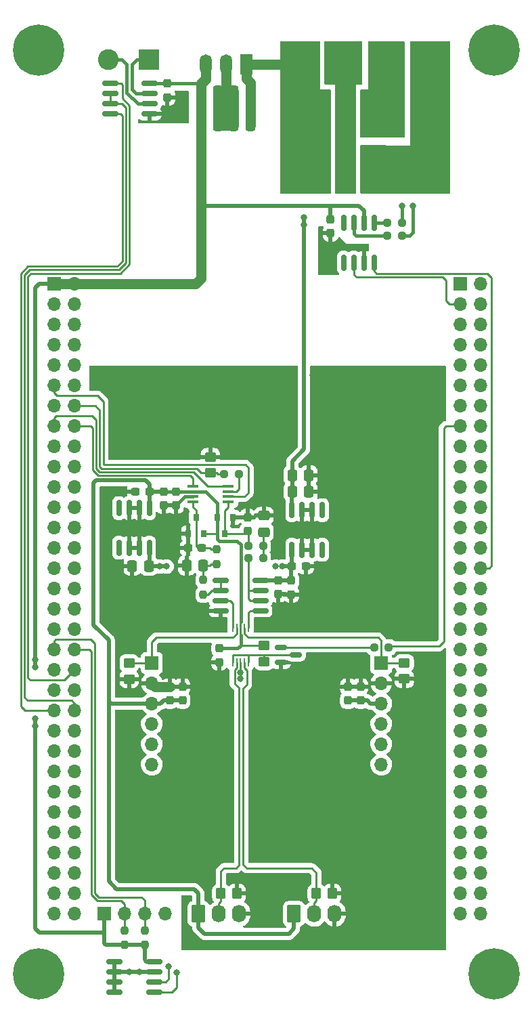
<source format=gtl>
G04 #@! TF.GenerationSoftware,KiCad,Pcbnew,(6.0.5)*
G04 #@! TF.CreationDate,2022-05-13T08:12:07+02:00*
G04 #@! TF.ProjectId,MEV_board,4d45565f-626f-4617-9264-2e6b69636164,rev?*
G04 #@! TF.SameCoordinates,Original*
G04 #@! TF.FileFunction,Copper,L1,Top*
G04 #@! TF.FilePolarity,Positive*
%FSLAX46Y46*%
G04 Gerber Fmt 4.6, Leading zero omitted, Abs format (unit mm)*
G04 Created by KiCad (PCBNEW (6.0.5)) date 2022-05-13 08:12:07*
%MOMM*%
%LPD*%
G01*
G04 APERTURE LIST*
G04 Aperture macros list*
%AMRoundRect*
0 Rectangle with rounded corners*
0 $1 Rounding radius*
0 $2 $3 $4 $5 $6 $7 $8 $9 X,Y pos of 4 corners*
0 Add a 4 corners polygon primitive as box body*
4,1,4,$2,$3,$4,$5,$6,$7,$8,$9,$2,$3,0*
0 Add four circle primitives for the rounded corners*
1,1,$1+$1,$2,$3*
1,1,$1+$1,$4,$5*
1,1,$1+$1,$6,$7*
1,1,$1+$1,$8,$9*
0 Add four rect primitives between the rounded corners*
20,1,$1+$1,$2,$3,$4,$5,0*
20,1,$1+$1,$4,$5,$6,$7,0*
20,1,$1+$1,$6,$7,$8,$9,0*
20,1,$1+$1,$8,$9,$2,$3,0*%
G04 Aperture macros list end*
G04 #@! TA.AperFunction,SMDPad,CuDef*
%ADD10RoundRect,0.237500X-0.237500X0.300000X-0.237500X-0.300000X0.237500X-0.300000X0.237500X0.300000X0*%
G04 #@! TD*
G04 #@! TA.AperFunction,SMDPad,CuDef*
%ADD11RoundRect,0.250000X0.475000X-0.337500X0.475000X0.337500X-0.475000X0.337500X-0.475000X-0.337500X0*%
G04 #@! TD*
G04 #@! TA.AperFunction,SMDPad,CuDef*
%ADD12RoundRect,0.237500X0.237500X-0.300000X0.237500X0.300000X-0.237500X0.300000X-0.237500X-0.300000X0*%
G04 #@! TD*
G04 #@! TA.AperFunction,SMDPad,CuDef*
%ADD13RoundRect,0.250000X0.337500X0.475000X-0.337500X0.475000X-0.337500X-0.475000X0.337500X-0.475000X0*%
G04 #@! TD*
G04 #@! TA.AperFunction,SMDPad,CuDef*
%ADD14RoundRect,0.250000X-0.337500X-0.475000X0.337500X-0.475000X0.337500X0.475000X-0.337500X0.475000X0*%
G04 #@! TD*
G04 #@! TA.AperFunction,SMDPad,CuDef*
%ADD15RoundRect,0.237500X0.300000X0.237500X-0.300000X0.237500X-0.300000X-0.237500X0.300000X-0.237500X0*%
G04 #@! TD*
G04 #@! TA.AperFunction,SMDPad,CuDef*
%ADD16RoundRect,0.237500X-0.300000X-0.237500X0.300000X-0.237500X0.300000X0.237500X-0.300000X0.237500X0*%
G04 #@! TD*
G04 #@! TA.AperFunction,SMDPad,CuDef*
%ADD17RoundRect,0.249999X0.450001X-0.350001X0.450001X0.350001X-0.450001X0.350001X-0.450001X-0.350001X0*%
G04 #@! TD*
G04 #@! TA.AperFunction,SMDPad,CuDef*
%ADD18RoundRect,0.237500X-0.237500X0.250000X-0.237500X-0.250000X0.237500X-0.250000X0.237500X0.250000X0*%
G04 #@! TD*
G04 #@! TA.AperFunction,SMDPad,CuDef*
%ADD19RoundRect,0.237500X0.250000X0.237500X-0.250000X0.237500X-0.250000X-0.237500X0.250000X-0.237500X0*%
G04 #@! TD*
G04 #@! TA.AperFunction,SMDPad,CuDef*
%ADD20RoundRect,0.150000X-0.825000X-0.150000X0.825000X-0.150000X0.825000X0.150000X-0.825000X0.150000X0*%
G04 #@! TD*
G04 #@! TA.AperFunction,SMDPad,CuDef*
%ADD21RoundRect,0.150000X0.150000X-0.825000X0.150000X0.825000X-0.150000X0.825000X-0.150000X-0.825000X0*%
G04 #@! TD*
G04 #@! TA.AperFunction,SMDPad,CuDef*
%ADD22RoundRect,0.150000X-0.150000X0.825000X-0.150000X-0.825000X0.150000X-0.825000X0.150000X0.825000X0*%
G04 #@! TD*
G04 #@! TA.AperFunction,ComponentPad*
%ADD23R,1.700000X1.700000*%
G04 #@! TD*
G04 #@! TA.AperFunction,ComponentPad*
%ADD24O,1.700000X1.700000*%
G04 #@! TD*
G04 #@! TA.AperFunction,SMDPad,CuDef*
%ADD25R,4.500000X3.300000*%
G04 #@! TD*
G04 #@! TA.AperFunction,SMDPad,CuDef*
%ADD26R,0.800000X0.900000*%
G04 #@! TD*
G04 #@! TA.AperFunction,SMDPad,CuDef*
%ADD27R,1.450000X0.450000*%
G04 #@! TD*
G04 #@! TA.AperFunction,SMDPad,CuDef*
%ADD28RoundRect,0.237500X-0.250000X-0.237500X0.250000X-0.237500X0.250000X0.237500X-0.250000X0.237500X0*%
G04 #@! TD*
G04 #@! TA.AperFunction,ComponentPad*
%ADD29C,3.600000*%
G04 #@! TD*
G04 #@! TA.AperFunction,ConnectorPad*
%ADD30C,6.400000*%
G04 #@! TD*
G04 #@! TA.AperFunction,SMDPad,CuDef*
%ADD31RoundRect,0.250000X0.350000X0.450000X-0.350000X0.450000X-0.350000X-0.450000X0.350000X-0.450000X0*%
G04 #@! TD*
G04 #@! TA.AperFunction,SMDPad,CuDef*
%ADD32RoundRect,0.250000X0.450000X-0.350000X0.450000X0.350000X-0.450000X0.350000X-0.450000X-0.350000X0*%
G04 #@! TD*
G04 #@! TA.AperFunction,SMDPad,CuDef*
%ADD33RoundRect,0.150000X-0.587500X-0.150000X0.587500X-0.150000X0.587500X0.150000X-0.587500X0.150000X0*%
G04 #@! TD*
G04 #@! TA.AperFunction,SMDPad,CuDef*
%ADD34R,0.250000X1.100000*%
G04 #@! TD*
G04 #@! TA.AperFunction,ComponentPad*
%ADD35R,2.600000X2.600000*%
G04 #@! TD*
G04 #@! TA.AperFunction,ComponentPad*
%ADD36C,2.600000*%
G04 #@! TD*
G04 #@! TA.AperFunction,ComponentPad*
%ADD37R,1.500000X2.500000*%
G04 #@! TD*
G04 #@! TA.AperFunction,ComponentPad*
%ADD38O,1.500000X2.500000*%
G04 #@! TD*
G04 #@! TA.AperFunction,ComponentPad*
%ADD39RoundRect,0.250000X-0.620000X-0.845000X0.620000X-0.845000X0.620000X0.845000X-0.620000X0.845000X0*%
G04 #@! TD*
G04 #@! TA.AperFunction,ComponentPad*
%ADD40O,1.740000X2.190000*%
G04 #@! TD*
G04 #@! TA.AperFunction,ViaPad*
%ADD41C,0.800000*%
G04 #@! TD*
G04 #@! TA.AperFunction,Conductor*
%ADD42C,0.508000*%
G04 #@! TD*
G04 #@! TA.AperFunction,Conductor*
%ADD43C,1.270000*%
G04 #@! TD*
G04 #@! TA.AperFunction,Conductor*
%ADD44C,0.381000*%
G04 #@! TD*
G04 #@! TA.AperFunction,Conductor*
%ADD45C,0.254000*%
G04 #@! TD*
G04 APERTURE END LIST*
D10*
X114147600Y-50165000D03*
X114147600Y-51890000D03*
D11*
X126228500Y-106275500D03*
X126228500Y-104200500D03*
D12*
X128005500Y-114004000D03*
X128005500Y-112279000D03*
D10*
X129656500Y-112313000D03*
X129656500Y-114038000D03*
D13*
X131853000Y-99147699D03*
X129778000Y-99147699D03*
X131853000Y-101205099D03*
X129778000Y-101205099D03*
D14*
X122433000Y-51127601D03*
X124508000Y-51127601D03*
X122433000Y-53289200D03*
X124508000Y-53289200D03*
D15*
X131448000Y-110553500D03*
X129723000Y-110553500D03*
D14*
X109764500Y-110476099D03*
X111839500Y-110476099D03*
D13*
X120465500Y-55422800D03*
X118390500Y-55422800D03*
X120465500Y-53289200D03*
X118390500Y-53289200D03*
D16*
X110169500Y-101169099D03*
X111894500Y-101169099D03*
D13*
X120465500Y-51127601D03*
X118390500Y-51127601D03*
D10*
X134569200Y-67164300D03*
X134569200Y-68889300D03*
D17*
X143789000Y-124609500D03*
X143789000Y-122609500D03*
D18*
X111302800Y-156034100D03*
X111302800Y-157859100D03*
X108762800Y-156034100D03*
X108762800Y-157859100D03*
D19*
X143484600Y-69189600D03*
X141659600Y-69189600D03*
X143484600Y-67614800D03*
X141659600Y-67614800D03*
D20*
X106999000Y-50165000D03*
X106999000Y-51435000D03*
X106999000Y-52705000D03*
X106999000Y-53975000D03*
X111949000Y-53975000D03*
X111949000Y-52705000D03*
X111949000Y-51435000D03*
X111949000Y-50165000D03*
X120831500Y-112286500D03*
X120831500Y-113556500D03*
X120831500Y-114826500D03*
X120831500Y-116096500D03*
X125781500Y-116096500D03*
X125781500Y-114826500D03*
X125781500Y-113556500D03*
X125781500Y-112286500D03*
D21*
X129730500Y-108456500D03*
X131000500Y-108456500D03*
X132270500Y-108456500D03*
X133540500Y-108456500D03*
X133540500Y-103506500D03*
X132270500Y-103506500D03*
X131000500Y-103506500D03*
X129730500Y-103506500D03*
D22*
X111887000Y-103252500D03*
X110617000Y-103252500D03*
X109347000Y-103252500D03*
X108077000Y-103252500D03*
X108077000Y-108202500D03*
X109347000Y-108202500D03*
X110617000Y-108202500D03*
X111887000Y-108202500D03*
D21*
X136194800Y-72551800D03*
X137464800Y-72551800D03*
X138734800Y-72551800D03*
X140004800Y-72551800D03*
X140004800Y-67601800D03*
X138734800Y-67601800D03*
X137464800Y-67601800D03*
X136194800Y-67601800D03*
D23*
X99990000Y-75220000D03*
D24*
X102530000Y-75220000D03*
X99990000Y-77760000D03*
X102530000Y-77760000D03*
X99990000Y-80300000D03*
X102530000Y-80300000D03*
X99990000Y-82840000D03*
X102530000Y-82840000D03*
X99990000Y-85380000D03*
X102530000Y-85380000D03*
X99990000Y-87920000D03*
X102530000Y-87920000D03*
X99990000Y-90460000D03*
X102530000Y-90460000D03*
X99990000Y-93000000D03*
X102530000Y-93000000D03*
X99990000Y-95540000D03*
X102530000Y-95540000D03*
X99990000Y-98080000D03*
X102530000Y-98080000D03*
X99990000Y-100620000D03*
X102530000Y-100620000D03*
X99990000Y-103160000D03*
X102530000Y-103160000D03*
X99990000Y-105700000D03*
X102530000Y-105700000D03*
X99990000Y-108240000D03*
X102530000Y-108240000D03*
X99990000Y-110780000D03*
X102530000Y-110780000D03*
X99990000Y-113320000D03*
X102530000Y-113320000D03*
X99990000Y-115860000D03*
X102530000Y-115860000D03*
X99990000Y-118400000D03*
X102530000Y-118400000D03*
X99990000Y-120940000D03*
X102530000Y-120940000D03*
X99990000Y-123480000D03*
X102530000Y-123480000D03*
X99990000Y-126020000D03*
X102530000Y-126020000D03*
X99990000Y-128560000D03*
X102530000Y-128560000D03*
X99990000Y-131100000D03*
X102530000Y-131100000D03*
X99990000Y-133640000D03*
X102530000Y-133640000D03*
X99990000Y-136180000D03*
X102530000Y-136180000D03*
X99990000Y-138720000D03*
X102530000Y-138720000D03*
X99990000Y-141260000D03*
X102530000Y-141260000D03*
X99990000Y-143800000D03*
X102530000Y-143800000D03*
X99990000Y-146340000D03*
X102530000Y-146340000D03*
X99990000Y-148880000D03*
X102530000Y-148880000D03*
X99990000Y-151420000D03*
X102530000Y-151420000D03*
X99990000Y-153960000D03*
X102530000Y-153960000D03*
D23*
X150800000Y-75220000D03*
D24*
X153340000Y-75220000D03*
X150800000Y-77760000D03*
X153340000Y-77760000D03*
X150800000Y-80300000D03*
X153340000Y-80300000D03*
X150800000Y-82840000D03*
X153340000Y-82840000D03*
X150800000Y-85380000D03*
X153340000Y-85380000D03*
X150800000Y-87920000D03*
X153340000Y-87920000D03*
X150800000Y-90460000D03*
X153340000Y-90460000D03*
X150800000Y-93000000D03*
X153340000Y-93000000D03*
X150800000Y-95540000D03*
X153340000Y-95540000D03*
X150800000Y-98080000D03*
X153340000Y-98080000D03*
X150800000Y-100620000D03*
X153340000Y-100620000D03*
X150800000Y-103160000D03*
X153340000Y-103160000D03*
X150800000Y-105700000D03*
X153340000Y-105700000D03*
X150800000Y-108240000D03*
X153340000Y-108240000D03*
X150800000Y-110780000D03*
X153340000Y-110780000D03*
X150800000Y-113320000D03*
X153340000Y-113320000D03*
X150800000Y-115860000D03*
X153340000Y-115860000D03*
X150800000Y-118400000D03*
X153340000Y-118400000D03*
X150800000Y-120940000D03*
X153340000Y-120940000D03*
X150800000Y-123480000D03*
X153340000Y-123480000D03*
X150800000Y-126020000D03*
X153340000Y-126020000D03*
X150800000Y-128560000D03*
X153340000Y-128560000D03*
X150800000Y-131100000D03*
X153340000Y-131100000D03*
X150800000Y-133640000D03*
X153340000Y-133640000D03*
X150800000Y-136180000D03*
X153340000Y-136180000D03*
X150800000Y-138720000D03*
X153340000Y-138720000D03*
X150800000Y-141260000D03*
X153340000Y-141260000D03*
X150800000Y-143800000D03*
X153340000Y-143800000D03*
X150800000Y-146340000D03*
X153340000Y-146340000D03*
X150800000Y-148880000D03*
X153340000Y-148880000D03*
X150800000Y-151420000D03*
X153340000Y-151420000D03*
X150800000Y-153960000D03*
X153340000Y-153960000D03*
D25*
X131940000Y-60604400D03*
X140740000Y-60604400D03*
X131940000Y-53644800D03*
X140740000Y-53644800D03*
D10*
X115213000Y-101183000D03*
X115213000Y-102908000D03*
D26*
X122298500Y-104418000D03*
X120398500Y-104418000D03*
X121348500Y-106418000D03*
D10*
X113673000Y-101183000D03*
X113673000Y-102908000D03*
D15*
X118469500Y-108238000D03*
X116744500Y-108238000D03*
D12*
X124188500Y-106100500D03*
X124188500Y-104375500D03*
D27*
X117368500Y-100533000D03*
X117368500Y-101183000D03*
X117368500Y-101833000D03*
X117368500Y-102483000D03*
X121768500Y-102483000D03*
X121768500Y-101833000D03*
X121768500Y-101183000D03*
X121768500Y-100533000D03*
D17*
X119522500Y-98840800D03*
X119522500Y-96840800D03*
D19*
X123076600Y-98958400D03*
X121251600Y-98958400D03*
D28*
X124296000Y-107988000D03*
X126121000Y-107988000D03*
D18*
X120340500Y-108434500D03*
X120340500Y-110259500D03*
D19*
X126121000Y-109528000D03*
X124296000Y-109528000D03*
D18*
X118644500Y-112244500D03*
X118644500Y-114069500D03*
D26*
X116787000Y-106418000D03*
X118687000Y-106418000D03*
X117737000Y-104418000D03*
D13*
X118644500Y-110426500D03*
X116569500Y-110426500D03*
D14*
X122433000Y-55422800D03*
X124508000Y-55422800D03*
D29*
X155000000Y-46000000D03*
D30*
X155000000Y-46000000D03*
D29*
X98000000Y-46000000D03*
D30*
X98000000Y-46000000D03*
X155000000Y-161500000D03*
D29*
X155000000Y-161500000D03*
X98000000Y-161500000D03*
D30*
X98000000Y-161500000D03*
D20*
X107557800Y-159943800D03*
X107557800Y-161213800D03*
X107557800Y-162483800D03*
X107557800Y-163753800D03*
X112507800Y-163753800D03*
X112507800Y-162483800D03*
X112507800Y-161213800D03*
X112507800Y-159943800D03*
D12*
X120650000Y-122513500D03*
X120650000Y-120788500D03*
D28*
X139994000Y-120652500D03*
X141819000Y-120652500D03*
D12*
X114452000Y-127291000D03*
X114452000Y-125566000D03*
D31*
X122856500Y-151447500D03*
X120856500Y-151447500D03*
D32*
X126238000Y-122451000D03*
X126238000Y-120451000D03*
D33*
X128348500Y-120652500D03*
X128348500Y-122552500D03*
X130223500Y-121602500D03*
D12*
X136740500Y-127291000D03*
X136740500Y-125566000D03*
D31*
X134794500Y-151447500D03*
X132794500Y-151447500D03*
D10*
X138304000Y-125566000D03*
X138304000Y-127291000D03*
D34*
X122306500Y-122501000D03*
X122806500Y-122501000D03*
X123306500Y-122501000D03*
X123806500Y-122501000D03*
X124306500Y-122501000D03*
X124306500Y-118201000D03*
X123806500Y-118201000D03*
X123306500Y-118201000D03*
X122806500Y-118201000D03*
X122306500Y-118201000D03*
D32*
X109372000Y-124618500D03*
X109372000Y-122618500D03*
D10*
X116039500Y-125566000D03*
X116039500Y-127291000D03*
D35*
X111823500Y-47200000D03*
D36*
X106743500Y-47200000D03*
D37*
X124000000Y-47800000D03*
D38*
X121460000Y-47800000D03*
X118920000Y-47800000D03*
D23*
X106222798Y-153974800D03*
D24*
X108762798Y-153974800D03*
X111302798Y-153974800D03*
X113842798Y-153974800D03*
D35*
X146500000Y-47200000D03*
D36*
X141420000Y-47200000D03*
X136340000Y-47200000D03*
X131260000Y-47200000D03*
D23*
X140906500Y-122618500D03*
D24*
X140906500Y-125158500D03*
X140906500Y-127698500D03*
X140906500Y-130238500D03*
X140906500Y-132778500D03*
X140906500Y-135318500D03*
D39*
X118046500Y-153974800D03*
D40*
X120586500Y-153974800D03*
X123126500Y-153974800D03*
D23*
X112204500Y-122618500D03*
D24*
X112204500Y-125158500D03*
X112204500Y-127698500D03*
X112204500Y-130238500D03*
X112204500Y-132778500D03*
X112204500Y-135318500D03*
D39*
X129984500Y-153974800D03*
D40*
X132524500Y-153974800D03*
X135064500Y-153974800D03*
D41*
X97586800Y-122224800D03*
X97586800Y-130454400D03*
X97586800Y-129590800D03*
X97586800Y-123139200D03*
X134874000Y-70421500D03*
X130048000Y-86614000D03*
X110666133Y-161213800D03*
X137210800Y-63296800D03*
X141922500Y-88138000D03*
X113673000Y-107653666D03*
X109267625Y-86614000D03*
X136453033Y-88138000D03*
X124110750Y-86614000D03*
X113673000Y-109220000D03*
X135890000Y-58153300D03*
X140639800Y-86614000D03*
X121142125Y-86614000D03*
X137210800Y-59867800D03*
X135890000Y-63296800D03*
X136550400Y-60725050D03*
X115887500Y-53117750D03*
X137210800Y-61582300D03*
X134670800Y-49377600D03*
X125595062Y-88138000D03*
X106299000Y-86614000D03*
X136366250Y-50647600D03*
X116689187Y-88138000D03*
X135890000Y-61582300D03*
X132334000Y-86614000D03*
X118173500Y-86614000D03*
X133794500Y-72517000D03*
X136550400Y-59010550D03*
X115213000Y-109220000D03*
X123306500Y-124597500D03*
X137871200Y-86614000D03*
X137617200Y-49377600D03*
X133794500Y-71120000D03*
X119657812Y-88138000D03*
X114147600Y-53768625D03*
X115204875Y-86614000D03*
X122626437Y-88138000D03*
X134874000Y-73215500D03*
X136144000Y-49377600D03*
X137096500Y-51752500D03*
X115213000Y-106087333D03*
X115887500Y-51816000D03*
X135636000Y-51739800D03*
X109399466Y-161213800D03*
X135890000Y-59867800D03*
X135085666Y-86614000D03*
X134874000Y-71818500D03*
X115887500Y-54419500D03*
X110751937Y-88138000D03*
X133718300Y-88138000D03*
X115213000Y-107653666D03*
X137210800Y-58153300D03*
X139187766Y-88138000D03*
X113673000Y-104521000D03*
X128563687Y-88138000D03*
X136550400Y-62439550D03*
X144716500Y-88265000D03*
X127079375Y-86614000D03*
X113673000Y-106087333D03*
X107783312Y-88138000D03*
X143408400Y-86614000D03*
X146177000Y-86614000D03*
X123306500Y-123772000D03*
X115213000Y-104521000D03*
X113720562Y-88138000D03*
X112236250Y-86614000D03*
X128524000Y-110553500D03*
X114046000Y-110553500D03*
X127698500Y-110553500D03*
X113220500Y-110553500D03*
X131260000Y-67876000D03*
X131260000Y-66923500D03*
X143154400Y-52679600D03*
X139903200Y-49377600D03*
X143154400Y-53949600D03*
X143154400Y-51054000D03*
X141420000Y-49377600D03*
X143154400Y-49377600D03*
X143154400Y-55219600D03*
X142287200Y-50215800D03*
X141420000Y-51054000D03*
X140661600Y-50215800D03*
X148844000Y-51141085D03*
X147091400Y-51141085D03*
X145338800Y-51141085D03*
X146215100Y-52022827D03*
X147967700Y-52022827D03*
X148844000Y-58195025D03*
X147967700Y-59109425D03*
X148844000Y-49377600D03*
X148844000Y-52904570D03*
X145338800Y-56431540D03*
X146215100Y-53786312D03*
X148844000Y-56431540D03*
X147967700Y-53786312D03*
X145338800Y-52904570D03*
X148844000Y-59958510D03*
X147967700Y-57345940D03*
X146215100Y-50259342D03*
X147967700Y-62636400D03*
X147967700Y-50259342D03*
X145338800Y-49377600D03*
X147091400Y-49377600D03*
X147015200Y-52904570D03*
X148844000Y-61722000D03*
X147967700Y-60872910D03*
X145338800Y-54668055D03*
X147066000Y-54668055D03*
X148844000Y-54668055D03*
X146215100Y-55549797D03*
X147967700Y-55549797D03*
X147015200Y-56431540D03*
X144856200Y-65506600D03*
X143484600Y-65506600D03*
X114300000Y-160528000D03*
X115316000Y-161290000D03*
D42*
X97586800Y-123139200D02*
X97586800Y-123139200D01*
X97586800Y-122224800D02*
X97586800Y-123139200D01*
X118618000Y-65455800D02*
X118390500Y-65228300D01*
X111302800Y-159715200D02*
X111302800Y-157859100D01*
X138734800Y-66065400D02*
X138125200Y-65455800D01*
X98109600Y-75220000D02*
X97586800Y-75742800D01*
X111531400Y-159943800D02*
X111302800Y-159715200D01*
D43*
X118390500Y-55422800D02*
X118390500Y-53289200D01*
X118390500Y-74547900D02*
X117718400Y-75220000D01*
D42*
X106210100Y-156337000D02*
X106222800Y-156349700D01*
X108762800Y-157859100D02*
X106449500Y-157859100D01*
D43*
X117718400Y-75220000D02*
X102530000Y-75220000D01*
D42*
X138734800Y-67601800D02*
X138734800Y-66065400D01*
X97586800Y-129590800D02*
X97586800Y-130454400D01*
D43*
X118390500Y-51127601D02*
X118390500Y-50163900D01*
D42*
X134569200Y-67164300D02*
X134569200Y-65455800D01*
X97586800Y-155816300D02*
X98107500Y-156337000D01*
X97586800Y-75742800D02*
X97586800Y-122224800D01*
X118390500Y-64034500D02*
X118390500Y-57021900D01*
X134569200Y-65455800D02*
X118618000Y-65455800D01*
D43*
X118390500Y-55422800D02*
X118390500Y-65228300D01*
D42*
X138125200Y-65455800D02*
X134569200Y-65455800D01*
X97586800Y-154673300D02*
X97586800Y-155816300D01*
D44*
X118389400Y-50165000D02*
X118390500Y-50163900D01*
D43*
X118390500Y-65228300D02*
X118390500Y-74547900D01*
D42*
X98107500Y-156337000D02*
X106210100Y-156337000D01*
X99990000Y-75220000D02*
X98109600Y-75220000D01*
D43*
X118390500Y-53289200D02*
X118390500Y-51127601D01*
X118390500Y-50163900D02*
X118920000Y-49634400D01*
D42*
X106222800Y-153974800D02*
X106222800Y-156349700D01*
D43*
X102530000Y-75220000D02*
X99990000Y-75220000D01*
D42*
X106222800Y-157632400D02*
X106449500Y-157859100D01*
X112507800Y-159943800D02*
X111531400Y-159943800D01*
D43*
X118390500Y-55422800D02*
X118390500Y-57021900D01*
D44*
X111949000Y-50165000D02*
X114147600Y-50165000D01*
D42*
X97586800Y-130454400D02*
X97586800Y-154673300D01*
D44*
X114147600Y-50165000D02*
X118389400Y-50165000D01*
D42*
X106222800Y-156349700D02*
X106222800Y-157632400D01*
D43*
X118920000Y-49634400D02*
X118920000Y-47800000D01*
D42*
X111302800Y-157859100D02*
X108762800Y-157859100D01*
X109296200Y-161213800D02*
X107557800Y-161213800D01*
X110464600Y-161213800D02*
X109296200Y-161213800D01*
X112507800Y-161213800D02*
X110464600Y-161213800D01*
D43*
X121460000Y-47800000D02*
X121460000Y-55171600D01*
X121666000Y-53289200D02*
X120465500Y-53289200D01*
D42*
X107557800Y-162483800D02*
X107557800Y-161213800D01*
D45*
X123306500Y-123772000D02*
X123306500Y-124597500D01*
D43*
X121460000Y-55171600D02*
X121208800Y-55422800D01*
D42*
X107557800Y-163753800D02*
X107557800Y-162483800D01*
D43*
X122433000Y-53289200D02*
X122433000Y-51127601D01*
X122433000Y-53289200D02*
X121666000Y-53289200D01*
X121208800Y-55422800D02*
X122433000Y-55422800D01*
D44*
X117368500Y-101833000D02*
X116288000Y-101833000D01*
D43*
X122433000Y-55422800D02*
X122433000Y-53289200D01*
X120465500Y-53289200D02*
X120465500Y-55422800D01*
X120465500Y-51127601D02*
X120465500Y-53289200D01*
D45*
X123306500Y-122501000D02*
X123306500Y-123772000D01*
D43*
X120465500Y-51127601D02*
X122433000Y-51127601D01*
D42*
X107557800Y-159943800D02*
X107557800Y-161213800D01*
D43*
X112612000Y-125566000D02*
X112204500Y-125158500D01*
D44*
X116288000Y-101833000D02*
X115213000Y-102908000D01*
D43*
X120465500Y-55422800D02*
X121208800Y-55422800D01*
X114452000Y-125566000D02*
X112612000Y-125566000D01*
D45*
X126121000Y-106383000D02*
X126228500Y-106275500D01*
X126121000Y-109528000D02*
X126121000Y-107988000D01*
X126121000Y-107988000D02*
X126121000Y-106383000D01*
X124296000Y-107988000D02*
X124296000Y-106383000D01*
X124296000Y-106383000D02*
X124188500Y-106275500D01*
X124046000Y-106418000D02*
X121348500Y-106418000D01*
X121768500Y-102483000D02*
X121768500Y-103156500D01*
X121348500Y-106418000D02*
X121348500Y-103576500D01*
X121348500Y-103576500D02*
X121768500Y-103156500D01*
X124188500Y-106275500D02*
X124046000Y-106418000D01*
X119451500Y-110426500D02*
X119642000Y-110236000D01*
X118644500Y-110426500D02*
X119451500Y-110426500D01*
X118644500Y-112244500D02*
X118644500Y-110426500D01*
X120317000Y-110236000D02*
X120340500Y-110259500D01*
X119642000Y-110236000D02*
X120317000Y-110236000D01*
X117737000Y-104410000D02*
X117737000Y-108013500D01*
X117737000Y-103513000D02*
X117368500Y-103144500D01*
X117737000Y-104410000D02*
X117737000Y-103513000D01*
X117737000Y-108013500D02*
X117961500Y-108238000D01*
X118644500Y-108238000D02*
X119422000Y-108238000D01*
X119618500Y-108434500D02*
X120340500Y-108434500D01*
X119422000Y-108238000D02*
X119618500Y-108434500D01*
X117961500Y-108238000D02*
X118644500Y-108238000D01*
X117368500Y-103144500D02*
X117368500Y-102483000D01*
D42*
X113220500Y-110553500D02*
X111916901Y-110553500D01*
X129723000Y-108464000D02*
X129730500Y-108456500D01*
X129723000Y-110553500D02*
X128524000Y-110553500D01*
X129622500Y-112279000D02*
X129656500Y-112313000D01*
X129723000Y-110553500D02*
X129723000Y-108464000D01*
X129656500Y-112313000D02*
X129656500Y-110620000D01*
X114046000Y-110553500D02*
X113220500Y-110553500D01*
X111887000Y-108202500D02*
X111887000Y-110428599D01*
X129656500Y-110620000D02*
X129723000Y-110553500D01*
X128005500Y-112279000D02*
X129622500Y-112279000D01*
X111916901Y-110553500D02*
X111839500Y-110476099D01*
X125781500Y-112286500D02*
X127998000Y-112286500D01*
X111887000Y-110428599D02*
X111839500Y-110476099D01*
X127998000Y-112286500D02*
X128005500Y-112279000D01*
X104902000Y-117856000D02*
X104902000Y-100139500D01*
X104902000Y-100139500D02*
X105259620Y-99781880D01*
X113673000Y-101183000D02*
X111908401Y-101183000D01*
X106807000Y-119761000D02*
X104902000Y-117856000D01*
D44*
X120678978Y-107378500D02*
X122872500Y-107378500D01*
D42*
X106807000Y-149923500D02*
X107759500Y-150876000D01*
X106807000Y-132080000D02*
X106807000Y-127381000D01*
D44*
X120398500Y-102618500D02*
X120398500Y-104418000D01*
D42*
X111402380Y-99781880D02*
X111894500Y-100274000D01*
X136740500Y-127291000D02*
X138304000Y-127291000D01*
D44*
X120398500Y-107098022D02*
X120678978Y-107378500D01*
X123317000Y-117221000D02*
X123317000Y-117475000D01*
D42*
X106807000Y-127381000D02*
X106807000Y-119761000D01*
X107759500Y-150876000D02*
X117475000Y-150876000D01*
D45*
X123317000Y-119189500D02*
X123306500Y-119179000D01*
D44*
X122872500Y-107378500D02*
X123317000Y-107823000D01*
D45*
X123306500Y-118201000D02*
X123306500Y-117231500D01*
D42*
X107124500Y-127698500D02*
X106807000Y-127381000D01*
D44*
X117368500Y-101183000D02*
X118963000Y-101183000D01*
D42*
X111894500Y-100274000D02*
X111894500Y-101169099D01*
D44*
X123317000Y-107823000D02*
X123317000Y-117221000D01*
D42*
X113691500Y-127291000D02*
X113284000Y-127698500D01*
X112204500Y-127698500D02*
X107124500Y-127698500D01*
X111887000Y-101176599D02*
X111894500Y-101169099D01*
X129349500Y-156464000D02*
X129984500Y-155829000D01*
D45*
X123372000Y-120451000D02*
X123317000Y-120396000D01*
D42*
X129984500Y-155829000D02*
X129984500Y-153974800D01*
D45*
X122959500Y-120753500D02*
X122924500Y-120788500D01*
D42*
X118046500Y-155702000D02*
X118808500Y-156464000D01*
D44*
X123317000Y-119189500D02*
X123317000Y-120396000D01*
X120398500Y-106360000D02*
X120398500Y-107098022D01*
D45*
X123306500Y-119179000D02*
X123306500Y-118201000D01*
D44*
X123317000Y-120396000D02*
X122924500Y-120788500D01*
D42*
X116039500Y-127291000D02*
X114452000Y-127291000D01*
X118046500Y-151447500D02*
X118046500Y-153142000D01*
X105259620Y-99781880D02*
X111402380Y-99781880D01*
X118046500Y-153974800D02*
X118046500Y-155702000D01*
D44*
X118963000Y-101183000D02*
X120398500Y-102618500D01*
D42*
X114452000Y-127291000D02*
X113691500Y-127291000D01*
X139152000Y-127291000D02*
X139559500Y-127698500D01*
X138304000Y-127291000D02*
X139152000Y-127291000D01*
X139559500Y-127698500D02*
X140906500Y-127698500D01*
X113284000Y-127698500D02*
X112204500Y-127698500D01*
D45*
X126238000Y-120451000D02*
X123372000Y-120451000D01*
D42*
X117475000Y-150876000D02*
X118046500Y-151447500D01*
D44*
X115213000Y-101183000D02*
X113673000Y-101183000D01*
D42*
X118808500Y-156464000D02*
X129349500Y-156464000D01*
D45*
X123306500Y-117231500D02*
X123317000Y-117221000D01*
X118687000Y-106410000D02*
X120348500Y-106410000D01*
X120348500Y-106410000D02*
X120398500Y-106360000D01*
D42*
X111908401Y-101183000D02*
X111894500Y-101169099D01*
D44*
X117368500Y-101183000D02*
X115213000Y-101183000D01*
X120398500Y-104418000D02*
X120398500Y-106360000D01*
D42*
X111887000Y-103252500D02*
X111887000Y-101176599D01*
X106807000Y-132080000D02*
X106807000Y-149923500D01*
D44*
X120650000Y-120788500D02*
X122924500Y-120788500D01*
D45*
X121221500Y-148272500D02*
X120856500Y-148637500D01*
X123126500Y-125730000D02*
X123126500Y-147891500D01*
X122806500Y-123244557D02*
X122555000Y-123496057D01*
X120856500Y-152384000D02*
X120586500Y-152654000D01*
X122745500Y-148272500D02*
X121221500Y-148272500D01*
X120586500Y-152654000D02*
X120586500Y-153974800D01*
X120856500Y-151447500D02*
X120856500Y-152384000D01*
X120856500Y-148637500D02*
X120856500Y-151447500D01*
X122555000Y-125158500D02*
X123126500Y-125730000D01*
X122806500Y-122501000D02*
X122806500Y-123244557D01*
X122555000Y-123496057D02*
X122555000Y-125158500D01*
X123126500Y-147891500D02*
X122745500Y-148272500D01*
D42*
X131260000Y-66923500D02*
X131260000Y-67876000D01*
X129778000Y-101205099D02*
X129778000Y-99147699D01*
X131260000Y-67876000D02*
X131260000Y-79052000D01*
X131260000Y-79052000D02*
X131260000Y-95879500D01*
D43*
X124000000Y-49578000D02*
X124508000Y-50086000D01*
D42*
X131260000Y-79052000D02*
X131260000Y-79380500D01*
D43*
X130660000Y-47800000D02*
X131260000Y-47200000D01*
X124000000Y-47800000D02*
X124000000Y-49578000D01*
D42*
X131260000Y-95879500D02*
X129778000Y-97361500D01*
D43*
X124508000Y-55422800D02*
X124508000Y-53289200D01*
D42*
X129730500Y-101252599D02*
X129778000Y-101205099D01*
D43*
X124000000Y-47800000D02*
X130660000Y-47800000D01*
X124508000Y-50086000D02*
X124508000Y-51127601D01*
D42*
X129778000Y-97361500D02*
X129778000Y-99147699D01*
D43*
X124508000Y-53289200D02*
X124508000Y-51127601D01*
D42*
X129730500Y-103506500D02*
X129730500Y-101252599D01*
D45*
X132794500Y-152320500D02*
X132794500Y-151447500D01*
X124079000Y-125317250D02*
X123643520Y-125752730D01*
X132207000Y-148272500D02*
X132794500Y-148860000D01*
X123643520Y-147837020D02*
X124079000Y-148272500D01*
X124079000Y-123517057D02*
X124079000Y-125317250D01*
X123806500Y-123244557D02*
X124079000Y-123517057D01*
X123806500Y-122501000D02*
X123806500Y-123244557D01*
X123643520Y-125752730D02*
X123643520Y-147837020D01*
X132524500Y-152590500D02*
X132794500Y-152320500D01*
X132794500Y-148860000D02*
X132794500Y-151447500D01*
X132524500Y-153974800D02*
X132524500Y-152590500D01*
X124079000Y-148272500D02*
X132207000Y-148272500D01*
X140906500Y-122618500D02*
X143780000Y-122618500D01*
X123806500Y-118980500D02*
X124269500Y-119443500D01*
X123806500Y-118201000D02*
X123806500Y-118980500D01*
X124269500Y-119443500D02*
X140525500Y-119443500D01*
X140525500Y-119443500D02*
X140906500Y-119824500D01*
X143780000Y-122618500D02*
X143789000Y-122609500D01*
X140906500Y-119824500D02*
X140906500Y-122618500D01*
D44*
X143484600Y-69189600D02*
X144475200Y-69189600D01*
X144856200Y-68808600D02*
X144856200Y-65506600D01*
X144475200Y-69189600D02*
X144856200Y-68808600D01*
X109728000Y-50901600D02*
X109728000Y-47802800D01*
X110261400Y-51435000D02*
X109728000Y-50901600D01*
X110330800Y-47200000D02*
X111823500Y-47200000D01*
X111949000Y-51435000D02*
X110261400Y-51435000D01*
X109728000Y-47802800D02*
X110330800Y-47200000D01*
X111949000Y-52705000D02*
X110464600Y-52705000D01*
X109077110Y-47812310D02*
X108464800Y-47200000D01*
X108464800Y-47200000D02*
X106743500Y-47200000D01*
X109077110Y-51317510D02*
X109077110Y-47812310D01*
X110464600Y-52705000D02*
X109077110Y-51317510D01*
D45*
X127777000Y-120652500D02*
X139994000Y-120652500D01*
X112204500Y-120015000D02*
X112204500Y-122618500D01*
X109372000Y-122618500D02*
X112204500Y-122618500D01*
X122364500Y-119443500D02*
X112776000Y-119443500D01*
X122806500Y-118201000D02*
X122806500Y-119001500D01*
X112776000Y-119443500D02*
X112204500Y-120015000D01*
X122806500Y-119001500D02*
X122364500Y-119443500D01*
D44*
X143484600Y-65506600D02*
X143484600Y-67614800D01*
D45*
X105683020Y-91001820D02*
X105683020Y-98063020D01*
X105683020Y-98063020D02*
X105914320Y-98294320D01*
X117852320Y-98294320D02*
X118398800Y-98840800D01*
X120436900Y-98958400D02*
X121251600Y-98958400D01*
X105914320Y-98294320D02*
X117852320Y-98294320D01*
X118398800Y-98840800D02*
X119522500Y-98840800D01*
X102530000Y-90460000D02*
X105141200Y-90460000D01*
X120319300Y-98840800D02*
X120436900Y-98958400D01*
X119522500Y-98840800D02*
X120319300Y-98840800D01*
X105141200Y-90460000D02*
X105683020Y-91001820D01*
X124550000Y-114826500D02*
X125781500Y-114826500D01*
X124386000Y-113556500D02*
X124296000Y-113646500D01*
X124296000Y-113646500D02*
X124296000Y-114572500D01*
X124296000Y-114572500D02*
X124550000Y-114826500D01*
X124296000Y-109528000D02*
X124296000Y-113646500D01*
X125781500Y-113556500D02*
X124386000Y-113556500D01*
X110950390Y-151895190D02*
X105598056Y-151895190D01*
X111302800Y-153974800D02*
X111302800Y-152247600D01*
X105102010Y-120189610D02*
X104597200Y-119684800D01*
X111302800Y-156034100D02*
X111302800Y-153974800D01*
X113919000Y-162483800D02*
X112507800Y-162483800D01*
X114300000Y-162102800D02*
X113919000Y-162483800D01*
X111302800Y-152247600D02*
X110950390Y-151895190D01*
X114300000Y-160528000D02*
X114300000Y-162102800D01*
X104597200Y-119684800D02*
X100177600Y-119684800D01*
X100177600Y-119684800D02*
X99990000Y-119872400D01*
X99990000Y-119872400D02*
X99990000Y-120940000D01*
X105102010Y-151399144D02*
X105102010Y-120189610D01*
X105598056Y-151895190D02*
X105102010Y-151399144D01*
X108762800Y-156034100D02*
X108762800Y-153974800D01*
X115316000Y-163169600D02*
X114731800Y-163753800D01*
X104648000Y-121208800D02*
X104379200Y-120940000D01*
X115316000Y-161290000D02*
X115316000Y-163169600D01*
X104648000Y-151587200D02*
X104648000Y-121208800D01*
X108762800Y-152755600D02*
X108356400Y-152349200D01*
X104074400Y-120940000D02*
X102530000Y-120940000D01*
X114731800Y-163753800D02*
X112507800Y-163753800D01*
X105410000Y-152349200D02*
X104648000Y-151587200D01*
X104379200Y-120940000D02*
X104074400Y-120940000D01*
X108762800Y-153974800D02*
X108762800Y-152755600D01*
X108356400Y-152349200D02*
X105410000Y-152349200D01*
X119202000Y-100533000D02*
X117416840Y-98747840D01*
X105229010Y-92211510D02*
X104711500Y-91694000D01*
X104711500Y-91694000D02*
X100266500Y-91694000D01*
X105229010Y-98320210D02*
X105229010Y-92211510D01*
X99990000Y-91970500D02*
X99990000Y-93000000D01*
X105656640Y-98747840D02*
X105229010Y-98320210D01*
X117416840Y-98747840D02*
X105656640Y-98747840D01*
X100266500Y-91694000D02*
X99990000Y-91970500D01*
X121768500Y-100533000D02*
X119202000Y-100533000D01*
X102530000Y-93000000D02*
X104557000Y-93000000D01*
X104557000Y-93000000D02*
X104775000Y-93218000D01*
X117368500Y-99525000D02*
X117368500Y-100533000D01*
X117044860Y-99201360D02*
X117368500Y-99525000D01*
X105449760Y-99201360D02*
X117044860Y-99201360D01*
X104775000Y-93218000D02*
X104775000Y-98526600D01*
X104775000Y-98526600D02*
X105449760Y-99201360D01*
X123076600Y-100890700D02*
X122784300Y-101183000D01*
X122784300Y-101183000D02*
X121768500Y-101183000D01*
X123076600Y-98958400D02*
X123076600Y-100890700D01*
X121164500Y-112138000D02*
X121167500Y-112141000D01*
X120831500Y-113556500D02*
X119718750Y-113556500D01*
X120831500Y-113556500D02*
X120831500Y-112286500D01*
X119205750Y-114069500D02*
X118644500Y-114069500D01*
X119718750Y-113556500D02*
X119205750Y-114069500D01*
X109420010Y-72768558D02*
X108274567Y-73914001D01*
X96723201Y-74282300D02*
X96723201Y-124460001D01*
X108521500Y-52002966D02*
X109420010Y-52901476D01*
X97091500Y-73914001D02*
X96723201Y-74282300D01*
X97028000Y-124764800D02*
X101245200Y-124764800D01*
X96723201Y-124460001D02*
X97028000Y-124764800D01*
X101245200Y-124764800D02*
X102530000Y-123480000D01*
X108274567Y-73914001D02*
X97091500Y-73914001D01*
X108521500Y-50355500D02*
X108521500Y-52002966D01*
X108331000Y-50165000D02*
X108521500Y-50355500D01*
X109420010Y-52901476D02*
X109420010Y-72768558D01*
X106999000Y-50165000D02*
X108331000Y-50165000D01*
X106999000Y-52705000D02*
X108458000Y-52705000D01*
X108458000Y-52705000D02*
X108966000Y-53213000D01*
X102158800Y-127304800D02*
X102530000Y-127676000D01*
X106999000Y-51435000D02*
X106999000Y-52705000D01*
X96672400Y-127304800D02*
X102158800Y-127304800D01*
X96269190Y-126901590D02*
X96672400Y-127304800D01*
X108086510Y-73459990D02*
X96903443Y-73459990D01*
X102530000Y-127676000D02*
X102530000Y-128560000D01*
X96269190Y-74094243D02*
X96269190Y-126901590D01*
X108966000Y-53213000D02*
X108966000Y-72580500D01*
X96903443Y-73459990D02*
X96269190Y-74094243D01*
X108966000Y-72580500D02*
X108086510Y-73459990D01*
X108257990Y-53975000D02*
X108511990Y-54229000D01*
X96715386Y-73005980D02*
X95815180Y-73906186D01*
X96352800Y-128560000D02*
X99990000Y-128560000D01*
X108511990Y-54229000D02*
X108511990Y-72392444D01*
X95815180Y-128022380D02*
X96352800Y-128560000D01*
X95815180Y-73906186D02*
X95815180Y-128022380D01*
X107898454Y-73005980D02*
X96715386Y-73005980D01*
X106999000Y-53975000D02*
X108257990Y-53975000D01*
X108511990Y-72392444D02*
X107898454Y-73005980D01*
X100317300Y-89204800D02*
X99990000Y-88877500D01*
X124297700Y-98196400D02*
X123942100Y-97840800D01*
X123810700Y-101833000D02*
X124297700Y-101346000D01*
X124297700Y-101346000D02*
X124297700Y-98196400D01*
X106137030Y-97818530D02*
X106137030Y-89931830D01*
X121768500Y-101833000D02*
X123810700Y-101833000D01*
X123942100Y-97840800D02*
X106159300Y-97840800D01*
X106159300Y-97840800D02*
X106137030Y-97818530D01*
X106137030Y-89931830D02*
X105410000Y-89204800D01*
X105410000Y-89204800D02*
X100317300Y-89204800D01*
X99990000Y-88877500D02*
X99990000Y-87920000D01*
X137464800Y-72551800D02*
X137464800Y-74066400D01*
X148586810Y-74393410D02*
X148996400Y-74803000D01*
X148996400Y-74803000D02*
X148996400Y-77292200D01*
X137791810Y-74393410D02*
X148586810Y-74393410D01*
X148996400Y-77292200D02*
X149464200Y-77760000D01*
X149464200Y-77760000D02*
X150800000Y-77760000D01*
X137464800Y-74066400D02*
X137791810Y-74393410D01*
X153340000Y-110780000D02*
X154396000Y-110780000D01*
X154396000Y-110780000D02*
X154711400Y-110464600D01*
X154203400Y-73939400D02*
X140309600Y-73939400D01*
X154711400Y-74447400D02*
X154203400Y-73939400D01*
X140309600Y-73939400D02*
X140004800Y-73634600D01*
X154711400Y-110464600D02*
X154711400Y-74447400D01*
X140004800Y-73634600D02*
X140004800Y-72551800D01*
D44*
X141659600Y-69189600D02*
X137718800Y-69189600D01*
X137464800Y-68935600D02*
X137464800Y-67601800D01*
X137718800Y-69189600D02*
X137464800Y-68935600D01*
D45*
X126238000Y-121602500D02*
X129652000Y-121602500D01*
X125984000Y-121602500D02*
X126238000Y-121602500D01*
X125984000Y-121602500D02*
X124269500Y-121602500D01*
X124269500Y-121602500D02*
X122376978Y-121602500D01*
X122306500Y-121672978D02*
X122306500Y-122501000D01*
X124306500Y-122501000D02*
X124306500Y-121639500D01*
X122376978Y-121602500D02*
X122306500Y-121672978D01*
X124306500Y-121639500D02*
X124269500Y-121602500D01*
X126238000Y-122451000D02*
X126238000Y-121602500D01*
X148145500Y-120523000D02*
X141819000Y-120523000D01*
X148717000Y-93281500D02*
X148717000Y-119951500D01*
X148998500Y-93000000D02*
X148717000Y-93281500D01*
X150800000Y-93000000D02*
X148998500Y-93000000D01*
X148717000Y-119951500D02*
X148145500Y-120523000D01*
D44*
X141659600Y-67614800D02*
X140017800Y-67614800D01*
X140017800Y-67614800D02*
X140004800Y-67601800D01*
D45*
X121973000Y-114826500D02*
X122306500Y-115160000D01*
X122306500Y-118201000D02*
X122306500Y-115160000D01*
X120831500Y-114826500D02*
X121973000Y-114826500D01*
X124513000Y-116096500D02*
X124306500Y-116303000D01*
X124306500Y-116303000D02*
X124306500Y-118201000D01*
X125781500Y-116096500D02*
X124513000Y-116096500D01*
G04 #@! TA.AperFunction,Conductor*
G36*
X116782121Y-51074002D02*
G01*
X116828614Y-51127658D01*
X116840000Y-51180000D01*
X116840000Y-55055500D01*
X116819998Y-55123621D01*
X116766342Y-55170114D01*
X116714000Y-55181500D01*
X110616000Y-55181500D01*
X110547879Y-55161498D01*
X110501386Y-55107842D01*
X110490000Y-55055500D01*
X110490000Y-54725743D01*
X110510002Y-54657622D01*
X110563658Y-54611129D01*
X110633932Y-54601025D01*
X110698512Y-54630519D01*
X110705095Y-54636648D01*
X110711896Y-54643449D01*
X110724322Y-54653089D01*
X110853779Y-54729648D01*
X110868210Y-54735893D01*
X111014065Y-54778269D01*
X111026667Y-54780570D01*
X111055084Y-54782807D01*
X111060014Y-54783000D01*
X111676885Y-54783000D01*
X111692124Y-54778525D01*
X111693329Y-54777135D01*
X111695000Y-54769452D01*
X111695000Y-54764884D01*
X112203000Y-54764884D01*
X112207475Y-54780123D01*
X112208865Y-54781328D01*
X112216548Y-54782999D01*
X112837984Y-54782999D01*
X112842920Y-54782805D01*
X112871336Y-54780570D01*
X112883931Y-54778270D01*
X113029790Y-54735893D01*
X113044221Y-54729648D01*
X113173678Y-54653089D01*
X113186104Y-54643449D01*
X113292449Y-54537104D01*
X113302089Y-54524678D01*
X113378648Y-54395221D01*
X113384893Y-54380790D01*
X113423939Y-54246395D01*
X113423899Y-54232294D01*
X113416630Y-54229000D01*
X112221115Y-54229000D01*
X112205876Y-54233475D01*
X112204671Y-54234865D01*
X112203000Y-54242548D01*
X112203000Y-54764884D01*
X111695000Y-54764884D01*
X111695000Y-53847000D01*
X111715002Y-53778879D01*
X111768658Y-53732386D01*
X111821000Y-53721000D01*
X113410878Y-53721000D01*
X113424409Y-53717027D01*
X113425544Y-53709129D01*
X113384893Y-53569210D01*
X113378648Y-53554779D01*
X113298323Y-53418955D01*
X113280864Y-53350138D01*
X113282144Y-53340000D01*
X113284000Y-53340000D01*
X113284000Y-53320714D01*
X113301547Y-53256575D01*
X113379108Y-53125427D01*
X113383145Y-53118601D01*
X113429562Y-52958831D01*
X113431093Y-52959276D01*
X113459433Y-52902965D01*
X113520569Y-52866871D01*
X113591515Y-52869559D01*
X113595009Y-52870954D01*
X113751366Y-52922815D01*
X113764732Y-52925681D01*
X113857370Y-52935172D01*
X113863785Y-52935500D01*
X113875485Y-52935500D01*
X113890724Y-52931025D01*
X113891929Y-52929635D01*
X113893600Y-52921952D01*
X113893600Y-52917385D01*
X114401600Y-52917385D01*
X114406075Y-52932624D01*
X114407465Y-52933829D01*
X114415148Y-52935500D01*
X114431366Y-52935500D01*
X114437882Y-52935163D01*
X114531732Y-52925425D01*
X114545128Y-52922532D01*
X114696553Y-52872012D01*
X114709715Y-52865847D01*
X114845092Y-52782074D01*
X114856490Y-52773040D01*
X114968963Y-52660371D01*
X114977975Y-52648960D01*
X115061512Y-52513437D01*
X115067656Y-52500259D01*
X115117915Y-52348734D01*
X115120781Y-52335368D01*
X115130272Y-52242730D01*
X115130600Y-52236315D01*
X115130600Y-52162115D01*
X115126125Y-52146876D01*
X115124735Y-52145671D01*
X115117052Y-52144000D01*
X114419715Y-52144000D01*
X114404476Y-52148475D01*
X114403271Y-52149865D01*
X114401600Y-52157548D01*
X114401600Y-52917385D01*
X113893600Y-52917385D01*
X113893600Y-51762000D01*
X113913602Y-51693879D01*
X113967258Y-51647386D01*
X114019600Y-51636000D01*
X115112485Y-51636000D01*
X115127724Y-51631525D01*
X115128929Y-51630135D01*
X115130600Y-51622452D01*
X115130600Y-51543734D01*
X115130263Y-51537218D01*
X115120525Y-51443368D01*
X115117632Y-51429972D01*
X115067112Y-51278547D01*
X115060947Y-51265385D01*
X115049138Y-51246302D01*
X115030301Y-51177850D01*
X115051463Y-51110081D01*
X115105904Y-51064510D01*
X115156283Y-51054000D01*
X116714000Y-51054000D01*
X116782121Y-51074002D01*
G37*
G04 #@! TD.AperFunction*
G04 #@! TA.AperFunction,Conductor*
G36*
X133656368Y-68028502D02*
G01*
X133702861Y-68082158D01*
X133712965Y-68152432D01*
X133695507Y-68200616D01*
X133655288Y-68265863D01*
X133649144Y-68279041D01*
X133598885Y-68430566D01*
X133596019Y-68443932D01*
X133586528Y-68536570D01*
X133586200Y-68542985D01*
X133586200Y-68617185D01*
X133590675Y-68632424D01*
X133592065Y-68633629D01*
X133599748Y-68635300D01*
X134697200Y-68635300D01*
X134765321Y-68655302D01*
X134811814Y-68708958D01*
X134823200Y-68761300D01*
X134823200Y-69916685D01*
X134827675Y-69931924D01*
X134829065Y-69933129D01*
X134836748Y-69934800D01*
X134852966Y-69934800D01*
X134859482Y-69934463D01*
X134953332Y-69924725D01*
X134966728Y-69921832D01*
X135118153Y-69871312D01*
X135131315Y-69865147D01*
X135266692Y-69781374D01*
X135278090Y-69772340D01*
X135390563Y-69659671D01*
X135399575Y-69648260D01*
X135483112Y-69512737D01*
X135489256Y-69499560D01*
X135516576Y-69417192D01*
X135557006Y-69358832D01*
X135622570Y-69331595D01*
X135692452Y-69344128D01*
X135725264Y-69367764D01*
X136588500Y-70231000D01*
X139256500Y-70231000D01*
X139324621Y-70251002D01*
X139371114Y-70304658D01*
X139382500Y-70357000D01*
X139382500Y-71035780D01*
X139362498Y-71103901D01*
X139308842Y-71150394D01*
X139238568Y-71160498D01*
X139192362Y-71144234D01*
X139155026Y-71122154D01*
X139140590Y-71115907D01*
X139006195Y-71076861D01*
X138992094Y-71076901D01*
X138988800Y-71084170D01*
X138988800Y-72679800D01*
X138968798Y-72747921D01*
X138915142Y-72794414D01*
X138862800Y-72805800D01*
X138606800Y-72805800D01*
X138538679Y-72785798D01*
X138492186Y-72732142D01*
X138480800Y-72679800D01*
X138480800Y-71089922D01*
X138476827Y-71076391D01*
X138468929Y-71075256D01*
X138329010Y-71115907D01*
X138314579Y-71122152D01*
X138185124Y-71198710D01*
X138177436Y-71204674D01*
X138111351Y-71230621D01*
X138041728Y-71216720D01*
X138025642Y-71206382D01*
X138021607Y-71202347D01*
X137878401Y-71117655D01*
X137870790Y-71115444D01*
X137870788Y-71115443D01*
X137782942Y-71089922D01*
X137718631Y-71071238D01*
X137712226Y-71070734D01*
X137712221Y-71070733D01*
X137683758Y-71068493D01*
X137683750Y-71068493D01*
X137681302Y-71068300D01*
X137248298Y-71068300D01*
X137245850Y-71068493D01*
X137245842Y-71068493D01*
X137217379Y-71070733D01*
X137217374Y-71070734D01*
X137210969Y-71071238D01*
X137146658Y-71089922D01*
X137058812Y-71115443D01*
X137058810Y-71115444D01*
X137051199Y-71117655D01*
X136907993Y-71202347D01*
X136905311Y-71205029D01*
X136840939Y-71230302D01*
X136771316Y-71216400D01*
X136755488Y-71206228D01*
X136751607Y-71202347D01*
X136608401Y-71117655D01*
X136600790Y-71115444D01*
X136600788Y-71115443D01*
X136512942Y-71089922D01*
X136448631Y-71071238D01*
X136442226Y-71070734D01*
X136442221Y-71070733D01*
X136413758Y-71068493D01*
X136413750Y-71068493D01*
X136411302Y-71068300D01*
X135978298Y-71068300D01*
X135975850Y-71068493D01*
X135975842Y-71068493D01*
X135947379Y-71070733D01*
X135947374Y-71070734D01*
X135940969Y-71071238D01*
X135876658Y-71089922D01*
X135788812Y-71115443D01*
X135788810Y-71115444D01*
X135781199Y-71117655D01*
X135774372Y-71121692D01*
X135774373Y-71121692D01*
X135644820Y-71198309D01*
X135644817Y-71198311D01*
X135637993Y-71202347D01*
X135520347Y-71319993D01*
X135516311Y-71326817D01*
X135516309Y-71326820D01*
X135452693Y-71434389D01*
X135435655Y-71463199D01*
X135389238Y-71622969D01*
X135386300Y-71660298D01*
X135386300Y-73443302D01*
X135389238Y-73480631D01*
X135435655Y-73640401D01*
X135439692Y-73647227D01*
X135516309Y-73776780D01*
X135516311Y-73776783D01*
X135520347Y-73783607D01*
X135626145Y-73889405D01*
X135660171Y-73951717D01*
X135655106Y-74022532D01*
X135612559Y-74079368D01*
X135546039Y-74104179D01*
X135537050Y-74104500D01*
X133158500Y-74104500D01*
X133090379Y-74084498D01*
X133043886Y-74030842D01*
X133032500Y-73978500D01*
X133032500Y-69235566D01*
X133586200Y-69235566D01*
X133586537Y-69242082D01*
X133596275Y-69335932D01*
X133599168Y-69349328D01*
X133649688Y-69500753D01*
X133655853Y-69513915D01*
X133739626Y-69649292D01*
X133748660Y-69660690D01*
X133861329Y-69773163D01*
X133872740Y-69782175D01*
X134008263Y-69865712D01*
X134021441Y-69871856D01*
X134172966Y-69922115D01*
X134186332Y-69924981D01*
X134278970Y-69934472D01*
X134285385Y-69934800D01*
X134297085Y-69934800D01*
X134312324Y-69930325D01*
X134313529Y-69928935D01*
X134315200Y-69921252D01*
X134315200Y-69161415D01*
X134310725Y-69146176D01*
X134309335Y-69144971D01*
X134301652Y-69143300D01*
X133604315Y-69143300D01*
X133589076Y-69147775D01*
X133587871Y-69149165D01*
X133586200Y-69156848D01*
X133586200Y-69235566D01*
X133032500Y-69235566D01*
X133032500Y-68134500D01*
X133052502Y-68066379D01*
X133106158Y-68019886D01*
X133158500Y-68008500D01*
X133588247Y-68008500D01*
X133656368Y-68028502D01*
G37*
G04 #@! TD.AperFunction*
G04 #@! TA.AperFunction,Conductor*
G36*
X148934754Y-120736646D02*
G01*
X148991590Y-120779193D01*
X149016401Y-120845713D01*
X149016722Y-120854636D01*
X149021726Y-131449614D01*
X149034440Y-158369955D01*
X149014470Y-158438086D01*
X148960836Y-158484604D01*
X148908455Y-158496015D01*
X132328344Y-158498017D01*
X116026014Y-158499985D01*
X115957892Y-158479991D01*
X115911393Y-158426341D01*
X115900000Y-158373985D01*
X115900000Y-151764500D01*
X115920002Y-151696379D01*
X115973658Y-151649886D01*
X116026000Y-151638500D01*
X117106972Y-151638500D01*
X117175093Y-151658502D01*
X117196067Y-151675405D01*
X117247095Y-151726433D01*
X117281121Y-151788745D01*
X117284000Y-151815528D01*
X117284000Y-152286924D01*
X117263998Y-152355045D01*
X117210342Y-152401538D01*
X117197876Y-152406448D01*
X117102554Y-152438250D01*
X116952152Y-152531322D01*
X116827195Y-152656497D01*
X116823355Y-152662727D01*
X116823354Y-152662728D01*
X116745048Y-152789764D01*
X116734385Y-152807062D01*
X116678703Y-152974939D01*
X116668000Y-153079400D01*
X116668000Y-154870200D01*
X116668337Y-154873446D01*
X116668337Y-154873450D01*
X116674736Y-154935116D01*
X116678974Y-154975966D01*
X116681155Y-154982502D01*
X116681155Y-154982504D01*
X116692321Y-155015973D01*
X116734950Y-155143746D01*
X116828022Y-155294148D01*
X116953197Y-155419105D01*
X116959427Y-155422945D01*
X116959428Y-155422946D01*
X117096590Y-155507494D01*
X117103762Y-155511915D01*
X117194194Y-155541910D01*
X117252553Y-155582339D01*
X117279790Y-155647903D01*
X117280449Y-155665898D01*
X117280376Y-155667974D01*
X117279276Y-155675208D01*
X117279869Y-155682500D01*
X117279869Y-155682503D01*
X117283585Y-155728183D01*
X117284000Y-155738398D01*
X117284000Y-155746525D01*
X117287311Y-155774924D01*
X117287738Y-155779244D01*
X117293691Y-155852426D01*
X117295947Y-155859388D01*
X117297143Y-155865376D01*
X117298551Y-155871333D01*
X117299399Y-155878607D01*
X117301897Y-155885489D01*
X117301898Y-155885493D01*
X117324445Y-155947607D01*
X117325855Y-155951711D01*
X117348487Y-156021575D01*
X117352287Y-156027838D01*
X117354825Y-156033380D01*
X117357567Y-156038856D01*
X117360066Y-156045741D01*
X117364081Y-156051865D01*
X117400315Y-156107132D01*
X117402630Y-156110800D01*
X117440727Y-156173581D01*
X117444441Y-156177786D01*
X117444443Y-156177789D01*
X117448167Y-156182005D01*
X117448138Y-156182031D01*
X117450738Y-156184962D01*
X117453542Y-156188316D01*
X117457554Y-156194435D01*
X117462866Y-156199467D01*
X117514086Y-156247988D01*
X117516528Y-156250366D01*
X118221690Y-156955528D01*
X118234077Y-156969941D01*
X118247046Y-156987564D01*
X118252629Y-156992307D01*
X118287555Y-157021979D01*
X118295071Y-157028909D01*
X118300815Y-157034653D01*
X118303689Y-157036927D01*
X118303696Y-157036933D01*
X118323211Y-157052372D01*
X118326615Y-157055163D01*
X118376972Y-157097945D01*
X118376976Y-157097948D01*
X118382551Y-157102684D01*
X118389068Y-157106012D01*
X118394132Y-157109389D01*
X118399356Y-157112616D01*
X118405100Y-157117160D01*
X118471604Y-157148242D01*
X118475501Y-157150147D01*
X118540904Y-157183543D01*
X118548018Y-157185284D01*
X118553752Y-157187416D01*
X118559548Y-157189344D01*
X118566180Y-157192444D01*
X118638055Y-157207394D01*
X118642339Y-157208364D01*
X118713612Y-157225804D01*
X118719214Y-157226152D01*
X118719217Y-157226152D01*
X118724830Y-157226500D01*
X118724828Y-157226537D01*
X118728727Y-157226773D01*
X118733098Y-157227163D01*
X118740257Y-157228652D01*
X118818077Y-157226546D01*
X118821486Y-157226500D01*
X129282124Y-157226500D01*
X129301074Y-157227933D01*
X129315473Y-157230124D01*
X129315479Y-157230124D01*
X129322708Y-157231224D01*
X129330000Y-157230631D01*
X129330003Y-157230631D01*
X129375683Y-157226915D01*
X129385898Y-157226500D01*
X129394025Y-157226500D01*
X129397661Y-157226076D01*
X129397663Y-157226076D01*
X129401115Y-157225673D01*
X129422424Y-157223189D01*
X129426744Y-157222762D01*
X129499926Y-157216809D01*
X129506888Y-157214553D01*
X129512876Y-157213357D01*
X129518833Y-157211949D01*
X129526107Y-157211101D01*
X129532989Y-157208603D01*
X129532993Y-157208602D01*
X129595107Y-157186055D01*
X129599211Y-157184645D01*
X129669075Y-157162013D01*
X129675338Y-157158213D01*
X129680880Y-157155675D01*
X129686356Y-157152933D01*
X129693241Y-157150434D01*
X129754632Y-157110185D01*
X129758300Y-157107870D01*
X129821081Y-157069773D01*
X129825286Y-157066059D01*
X129825289Y-157066057D01*
X129829505Y-157062333D01*
X129829531Y-157062362D01*
X129832462Y-157059762D01*
X129835816Y-157056958D01*
X129841935Y-157052946D01*
X129895489Y-156996413D01*
X129897866Y-156993972D01*
X130476028Y-156415810D01*
X130490441Y-156403423D01*
X130502165Y-156394795D01*
X130508064Y-156390454D01*
X130542479Y-156349945D01*
X130549409Y-156342429D01*
X130555153Y-156336685D01*
X130557427Y-156333811D01*
X130557433Y-156333804D01*
X130572872Y-156314289D01*
X130575663Y-156310885D01*
X130618445Y-156260528D01*
X130618448Y-156260524D01*
X130623184Y-156254949D01*
X130626512Y-156248432D01*
X130629889Y-156243368D01*
X130633116Y-156238144D01*
X130637660Y-156232400D01*
X130668742Y-156165896D01*
X130670647Y-156161999D01*
X130704043Y-156096596D01*
X130705784Y-156089482D01*
X130707916Y-156083748D01*
X130709844Y-156077952D01*
X130712944Y-156071320D01*
X130727895Y-155999440D01*
X130728865Y-155995156D01*
X130744969Y-155929342D01*
X130746304Y-155923888D01*
X130747000Y-155912670D01*
X130747037Y-155912672D01*
X130747273Y-155908773D01*
X130747663Y-155904402D01*
X130749152Y-155897243D01*
X130747046Y-155819423D01*
X130747000Y-155816014D01*
X130747000Y-155662676D01*
X130767002Y-155594555D01*
X130820658Y-155548062D01*
X130833124Y-155543152D01*
X130884448Y-155526029D01*
X130928446Y-155511350D01*
X131078848Y-155418278D01*
X131203805Y-155293103D01*
X131263979Y-155195484D01*
X131296615Y-155142538D01*
X131298762Y-155143862D01*
X131337812Y-155099510D01*
X131406089Y-155080048D01*
X131474049Y-155100588D01*
X131496261Y-155119072D01*
X131604090Y-155232106D01*
X131604102Y-155232116D01*
X131607776Y-155235968D01*
X131795465Y-155375613D01*
X131800216Y-155378029D01*
X131800220Y-155378031D01*
X131999244Y-155479220D01*
X132004000Y-155481638D01*
X132227417Y-155551010D01*
X132232704Y-155551711D01*
X132232705Y-155551711D01*
X132454045Y-155581048D01*
X132454049Y-155581048D01*
X132459329Y-155581748D01*
X132464658Y-155581548D01*
X132464660Y-155581548D01*
X132576216Y-155577360D01*
X132693104Y-155572972D01*
X132795519Y-155551483D01*
X132916832Y-155526029D01*
X132916835Y-155526028D01*
X132922059Y-155524932D01*
X133139646Y-155439003D01*
X133249360Y-155372427D01*
X133335083Y-155320409D01*
X133335086Y-155320407D01*
X133339644Y-155317641D01*
X133516334Y-155164317D01*
X133664665Y-154983414D01*
X133667468Y-154978491D01*
X133686077Y-154945799D01*
X133737159Y-154896493D01*
X133806789Y-154882631D01*
X133872860Y-154908614D01*
X133900099Y-154937764D01*
X133983710Y-155061955D01*
X133990371Y-155070241D01*
X134144424Y-155231730D01*
X134152392Y-155238779D01*
X134331452Y-155372003D01*
X134340482Y-155377602D01*
X134539431Y-155478753D01*
X134549292Y-155482756D01*
X134762429Y-155548938D01*
X134772809Y-155551220D01*
X134792543Y-155553836D01*
X134806707Y-155551640D01*
X134810500Y-155538455D01*
X134810500Y-155536427D01*
X135318500Y-155536427D01*
X135322473Y-155549958D01*
X135333080Y-155551483D01*
X135456688Y-155525548D01*
X135466884Y-155522488D01*
X135674452Y-155440516D01*
X135683989Y-155435782D01*
X135874785Y-155320004D01*
X135883378Y-155313738D01*
X136051941Y-155167467D01*
X136059361Y-155159836D01*
X136200868Y-154987258D01*
X136206893Y-154978491D01*
X136317297Y-154784538D01*
X136321762Y-154774874D01*
X136397910Y-154565089D01*
X136400681Y-154554821D01*
X136440606Y-154334034D01*
X136441539Y-154325805D01*
X136442430Y-154306926D01*
X136442500Y-154303951D01*
X136442500Y-154246915D01*
X136438025Y-154231676D01*
X136436635Y-154230471D01*
X136428952Y-154228800D01*
X135336615Y-154228800D01*
X135321376Y-154233275D01*
X135320171Y-154234665D01*
X135318500Y-154242348D01*
X135318500Y-155536427D01*
X134810500Y-155536427D01*
X134810500Y-153846800D01*
X134830502Y-153778679D01*
X134884158Y-153732186D01*
X134936500Y-153720800D01*
X136424385Y-153720800D01*
X136439624Y-153716325D01*
X136440829Y-153714935D01*
X136442500Y-153707252D01*
X136442500Y-153693746D01*
X136442275Y-153688437D01*
X136428161Y-153522093D01*
X136426371Y-153511621D01*
X136370302Y-153295598D01*
X136366766Y-153285558D01*
X136275101Y-153082068D01*
X136269932Y-153072782D01*
X136145290Y-152887645D01*
X136138629Y-152879359D01*
X135984576Y-152717870D01*
X135976608Y-152710821D01*
X135797548Y-152577597D01*
X135788513Y-152571995D01*
X135779116Y-152567217D01*
X135727459Y-152518513D01*
X135710333Y-152449613D01*
X135737341Y-152376808D01*
X135747250Y-152364261D01*
X135832316Y-152226257D01*
X135838463Y-152213076D01*
X135889638Y-152058790D01*
X135892505Y-152045414D01*
X135902172Y-151951062D01*
X135902500Y-151944646D01*
X135902500Y-151719615D01*
X135898025Y-151704376D01*
X135896635Y-151703171D01*
X135888952Y-151701500D01*
X134666500Y-151701500D01*
X134598379Y-151681498D01*
X134551886Y-151627842D01*
X134540500Y-151575500D01*
X134540500Y-151175385D01*
X135048500Y-151175385D01*
X135052975Y-151190624D01*
X135054365Y-151191829D01*
X135062048Y-151193500D01*
X135884384Y-151193500D01*
X135899623Y-151189025D01*
X135900828Y-151187635D01*
X135902499Y-151179952D01*
X135902499Y-150950405D01*
X135902162Y-150943886D01*
X135892243Y-150848294D01*
X135889351Y-150834900D01*
X135837912Y-150680716D01*
X135831739Y-150667538D01*
X135746437Y-150529693D01*
X135737401Y-150518292D01*
X135622671Y-150403761D01*
X135611260Y-150394749D01*
X135473257Y-150309684D01*
X135460076Y-150303537D01*
X135305790Y-150252362D01*
X135292414Y-150249495D01*
X135198062Y-150239828D01*
X135191645Y-150239500D01*
X135066615Y-150239500D01*
X135051376Y-150243975D01*
X135050171Y-150245365D01*
X135048500Y-150253048D01*
X135048500Y-151175385D01*
X134540500Y-151175385D01*
X134540500Y-150257616D01*
X134536025Y-150242377D01*
X134534635Y-150241172D01*
X134526952Y-150239501D01*
X134397405Y-150239501D01*
X134390886Y-150239838D01*
X134295294Y-150249757D01*
X134281900Y-150252649D01*
X134127716Y-150304088D01*
X134114538Y-150310261D01*
X133976693Y-150395563D01*
X133965292Y-150404599D01*
X133884070Y-150485962D01*
X133821787Y-150520041D01*
X133750967Y-150515038D01*
X133705880Y-150486117D01*
X133622988Y-150403370D01*
X133622983Y-150403366D01*
X133617803Y-150398195D01*
X133604976Y-150390288D01*
X133489884Y-150319344D01*
X133442390Y-150266571D01*
X133430000Y-150212084D01*
X133430000Y-148939020D01*
X133430529Y-148927791D01*
X133432208Y-148920281D01*
X133431948Y-148911989D01*
X133430062Y-148852002D01*
X133430000Y-148848044D01*
X133430000Y-148820017D01*
X133429489Y-148815971D01*
X133428557Y-148804136D01*
X133428466Y-148801219D01*
X133427164Y-148759795D01*
X133424359Y-148750139D01*
X133421487Y-148740253D01*
X133417478Y-148720894D01*
X133417319Y-148719633D01*
X133414927Y-148700701D01*
X133412011Y-148693337D01*
X133412010Y-148693332D01*
X133401769Y-148667469D01*
X133398586Y-148659428D01*
X133394749Y-148648224D01*
X133382368Y-148605607D01*
X133372011Y-148588093D01*
X133363315Y-148570343D01*
X133358739Y-148558785D01*
X133358736Y-148558780D01*
X133355819Y-148551412D01*
X133329733Y-148515507D01*
X133323216Y-148505585D01*
X133304672Y-148474228D01*
X133304670Y-148474225D01*
X133300634Y-148467401D01*
X133286247Y-148453014D01*
X133273406Y-148437980D01*
X133266102Y-148427927D01*
X133261442Y-148421513D01*
X133227250Y-148393227D01*
X133218471Y-148385238D01*
X132712250Y-147879017D01*
X132704674Y-147870691D01*
X132700553Y-147864197D01*
X132650734Y-147817414D01*
X132647893Y-147814660D01*
X132628094Y-147794861D01*
X132624969Y-147792437D01*
X132624960Y-147792429D01*
X132624874Y-147792363D01*
X132615849Y-147784655D01*
X132589285Y-147759710D01*
X132583506Y-147754283D01*
X132565669Y-147744477D01*
X132549153Y-147733627D01*
X132533067Y-147721150D01*
X132492334Y-147703524D01*
X132481686Y-147698307D01*
X132456809Y-147684631D01*
X132442803Y-147676931D01*
X132435128Y-147674960D01*
X132435122Y-147674958D01*
X132423089Y-147671869D01*
X132404387Y-147665466D01*
X132385708Y-147657383D01*
X132345913Y-147651080D01*
X132341873Y-147650440D01*
X132330260Y-147648035D01*
X132287282Y-147637000D01*
X132266935Y-147637000D01*
X132247224Y-147635449D01*
X132234950Y-147633505D01*
X132227121Y-147632265D01*
X132219229Y-147633011D01*
X132182944Y-147636441D01*
X132171086Y-147637000D01*
X124405020Y-147637000D01*
X124336899Y-147616998D01*
X124290406Y-147563342D01*
X124279020Y-147511000D01*
X124279020Y-127640572D01*
X135757000Y-127640572D01*
X135757337Y-127643818D01*
X135757337Y-127643822D01*
X135763360Y-127701865D01*
X135767793Y-127744593D01*
X135769974Y-127751129D01*
X135769974Y-127751131D01*
X135774631Y-127765090D01*
X135822846Y-127909607D01*
X135914384Y-128057531D01*
X135919566Y-128062704D01*
X136032316Y-128175258D01*
X136032321Y-128175262D01*
X136037497Y-128180429D01*
X136043727Y-128184269D01*
X136043728Y-128184270D01*
X136178434Y-128267304D01*
X136185580Y-128271709D01*
X136350691Y-128326474D01*
X136357527Y-128327174D01*
X136357530Y-128327175D01*
X136408970Y-128332445D01*
X136453428Y-128337000D01*
X137027572Y-128337000D01*
X137030818Y-128336663D01*
X137030822Y-128336663D01*
X137124735Y-128326919D01*
X137124739Y-128326918D01*
X137131593Y-128326207D01*
X137138129Y-128324026D01*
X137138131Y-128324026D01*
X137270895Y-128279732D01*
X137296607Y-128271154D01*
X137444531Y-128179616D01*
X137445989Y-128178156D01*
X137509797Y-128152330D01*
X137579561Y-128165502D01*
X137597699Y-128177137D01*
X137600997Y-128180429D01*
X137607222Y-128184266D01*
X137607223Y-128184267D01*
X137741934Y-128267304D01*
X137749080Y-128271709D01*
X137914191Y-128326474D01*
X137921027Y-128327174D01*
X137921030Y-128327175D01*
X137972470Y-128332445D01*
X138016928Y-128337000D01*
X138591072Y-128337000D01*
X138594318Y-128336663D01*
X138594322Y-128336663D01*
X138688235Y-128326919D01*
X138688239Y-128326918D01*
X138695093Y-128326207D01*
X138701629Y-128324026D01*
X138701631Y-128324026D01*
X138771975Y-128300557D01*
X138860107Y-128271154D01*
X138866339Y-128267298D01*
X138894924Y-128249609D01*
X138963376Y-128230772D01*
X139031146Y-128251934D01*
X139046303Y-128264364D01*
X139046503Y-128264139D01*
X139049219Y-128266557D01*
X139051815Y-128269153D01*
X139054689Y-128271427D01*
X139054696Y-128271433D01*
X139074211Y-128286872D01*
X139077615Y-128289663D01*
X139127972Y-128332445D01*
X139127976Y-128332448D01*
X139133551Y-128337184D01*
X139140068Y-128340512D01*
X139145132Y-128343889D01*
X139150356Y-128347116D01*
X139156100Y-128351660D01*
X139162731Y-128354759D01*
X139222582Y-128382732D01*
X139226533Y-128384663D01*
X139291904Y-128418043D01*
X139299019Y-128419784D01*
X139304765Y-128421921D01*
X139310548Y-128423845D01*
X139317179Y-128426944D01*
X139389057Y-128441894D01*
X139393329Y-128442861D01*
X139464612Y-128460304D01*
X139470211Y-128460651D01*
X139470215Y-128460652D01*
X139475830Y-128461000D01*
X139475828Y-128461039D01*
X139479729Y-128461272D01*
X139484088Y-128461661D01*
X139491256Y-128463152D01*
X139498573Y-128462954D01*
X139569077Y-128461046D01*
X139572486Y-128461000D01*
X139712042Y-128461000D01*
X139780163Y-128481002D01*
X139807279Y-128504503D01*
X139949360Y-128668525D01*
X139952750Y-128672438D01*
X140124626Y-128815132D01*
X140195095Y-128856311D01*
X140197945Y-128857976D01*
X140246669Y-128909614D01*
X140259740Y-128979397D01*
X140233009Y-129045169D01*
X140192555Y-129078527D01*
X140180107Y-129085007D01*
X140175974Y-129088110D01*
X140175971Y-129088112D01*
X140151747Y-129106300D01*
X140001465Y-129219135D01*
X139847129Y-129380638D01*
X139721243Y-129565180D01*
X139627188Y-129767805D01*
X139567489Y-129983070D01*
X139543751Y-130205195D01*
X139544048Y-130210348D01*
X139544048Y-130210351D01*
X139549511Y-130305090D01*
X139556610Y-130428215D01*
X139557747Y-130433261D01*
X139557748Y-130433267D01*
X139577619Y-130521439D01*
X139605722Y-130646139D01*
X139689766Y-130853116D01*
X139806487Y-131043588D01*
X139952750Y-131212438D01*
X140124626Y-131355132D01*
X140195095Y-131396311D01*
X140197945Y-131397976D01*
X140246669Y-131449614D01*
X140259740Y-131519397D01*
X140233009Y-131585169D01*
X140192555Y-131618527D01*
X140180107Y-131625007D01*
X140175974Y-131628110D01*
X140175971Y-131628112D01*
X140151747Y-131646300D01*
X140001465Y-131759135D01*
X139847129Y-131920638D01*
X139721243Y-132105180D01*
X139627188Y-132307805D01*
X139567489Y-132523070D01*
X139543751Y-132745195D01*
X139544048Y-132750348D01*
X139544048Y-132750351D01*
X139549511Y-132845090D01*
X139556610Y-132968215D01*
X139557747Y-132973261D01*
X139557748Y-132973267D01*
X139577619Y-133061439D01*
X139605722Y-133186139D01*
X139689766Y-133393116D01*
X139806487Y-133583588D01*
X139952750Y-133752438D01*
X140124626Y-133895132D01*
X140195095Y-133936311D01*
X140197945Y-133937976D01*
X140246669Y-133989614D01*
X140259740Y-134059397D01*
X140233009Y-134125169D01*
X140192555Y-134158527D01*
X140180107Y-134165007D01*
X140175974Y-134168110D01*
X140175971Y-134168112D01*
X140151747Y-134186300D01*
X140001465Y-134299135D01*
X139847129Y-134460638D01*
X139721243Y-134645180D01*
X139627188Y-134847805D01*
X139567489Y-135063070D01*
X139543751Y-135285195D01*
X139544048Y-135290348D01*
X139544048Y-135290351D01*
X139549511Y-135385090D01*
X139556610Y-135508215D01*
X139557747Y-135513261D01*
X139557748Y-135513267D01*
X139577619Y-135601439D01*
X139605722Y-135726139D01*
X139689766Y-135933116D01*
X139806487Y-136123588D01*
X139952750Y-136292438D01*
X140124626Y-136435132D01*
X140317500Y-136547838D01*
X140526192Y-136627530D01*
X140531260Y-136628561D01*
X140531263Y-136628562D01*
X140638517Y-136650383D01*
X140745097Y-136672067D01*
X140750272Y-136672257D01*
X140750274Y-136672257D01*
X140963173Y-136680064D01*
X140963177Y-136680064D01*
X140968337Y-136680253D01*
X140973457Y-136679597D01*
X140973459Y-136679597D01*
X141184788Y-136652525D01*
X141184789Y-136652525D01*
X141189916Y-136651868D01*
X141194866Y-136650383D01*
X141398929Y-136589161D01*
X141398934Y-136589159D01*
X141403884Y-136587674D01*
X141604494Y-136489396D01*
X141786360Y-136359673D01*
X141944596Y-136201989D01*
X142004094Y-136119189D01*
X142071935Y-136024777D01*
X142074953Y-136020577D01*
X142173930Y-135820311D01*
X142238870Y-135606569D01*
X142268029Y-135385090D01*
X142269656Y-135318500D01*
X142251352Y-135095861D01*
X142196931Y-134879202D01*
X142107854Y-134674340D01*
X141986514Y-134486777D01*
X141836170Y-134321551D01*
X141832119Y-134318352D01*
X141832115Y-134318348D01*
X141664914Y-134186300D01*
X141664910Y-134186298D01*
X141660859Y-134183098D01*
X141619553Y-134160296D01*
X141569584Y-134109864D01*
X141554812Y-134040421D01*
X141579928Y-133974016D01*
X141607280Y-133947409D01*
X141651103Y-133916150D01*
X141786360Y-133819673D01*
X141944596Y-133661989D01*
X142004094Y-133579189D01*
X142071935Y-133484777D01*
X142074953Y-133480577D01*
X142173930Y-133280311D01*
X142238870Y-133066569D01*
X142268029Y-132845090D01*
X142269656Y-132778500D01*
X142251352Y-132555861D01*
X142196931Y-132339202D01*
X142107854Y-132134340D01*
X141986514Y-131946777D01*
X141836170Y-131781551D01*
X141832119Y-131778352D01*
X141832115Y-131778348D01*
X141664914Y-131646300D01*
X141664910Y-131646298D01*
X141660859Y-131643098D01*
X141619553Y-131620296D01*
X141569584Y-131569864D01*
X141554812Y-131500421D01*
X141579928Y-131434016D01*
X141607280Y-131407409D01*
X141651103Y-131376150D01*
X141786360Y-131279673D01*
X141944596Y-131121989D01*
X142004094Y-131039189D01*
X142071935Y-130944777D01*
X142074953Y-130940577D01*
X142173930Y-130740311D01*
X142238870Y-130526569D01*
X142268029Y-130305090D01*
X142269656Y-130238500D01*
X142251352Y-130015861D01*
X142196931Y-129799202D01*
X142107854Y-129594340D01*
X141986514Y-129406777D01*
X141836170Y-129241551D01*
X141832119Y-129238352D01*
X141832115Y-129238348D01*
X141664914Y-129106300D01*
X141664910Y-129106298D01*
X141660859Y-129103098D01*
X141619553Y-129080296D01*
X141569584Y-129029864D01*
X141554812Y-128960421D01*
X141579928Y-128894016D01*
X141607280Y-128867409D01*
X141651103Y-128836150D01*
X141786360Y-128739673D01*
X141944596Y-128581989D01*
X142031340Y-128461272D01*
X142071935Y-128404777D01*
X142074953Y-128400577D01*
X142083773Y-128382732D01*
X142171636Y-128204953D01*
X142171637Y-128204951D01*
X142173930Y-128200311D01*
X142219202Y-128051303D01*
X142237365Y-127991523D01*
X142237365Y-127991521D01*
X142238870Y-127986569D01*
X142268029Y-127765090D01*
X142268561Y-127743309D01*
X142269574Y-127701865D01*
X142269574Y-127701861D01*
X142269656Y-127698500D01*
X142251352Y-127475861D01*
X142196931Y-127259202D01*
X142107854Y-127054340D01*
X142034808Y-126941428D01*
X141989322Y-126871117D01*
X141989320Y-126871114D01*
X141986514Y-126866777D01*
X141836170Y-126701551D01*
X141832119Y-126698352D01*
X141832115Y-126698348D01*
X141664914Y-126566300D01*
X141664910Y-126566298D01*
X141660859Y-126563098D01*
X141619069Y-126540029D01*
X141569098Y-126489597D01*
X141554326Y-126420154D01*
X141579442Y-126353748D01*
X141606794Y-126327141D01*
X141781828Y-126202292D01*
X141789700Y-126195639D01*
X141940552Y-126045312D01*
X141947230Y-126037465D01*
X142071503Y-125864520D01*
X142076813Y-125855683D01*
X142171170Y-125664767D01*
X142174969Y-125655172D01*
X142236877Y-125451410D01*
X142239055Y-125441337D01*
X142240486Y-125430462D01*
X142238275Y-125416278D01*
X142225117Y-125412500D01*
X139589725Y-125412500D01*
X139576194Y-125416473D01*
X139574757Y-125426466D01*
X139605065Y-125560946D01*
X139608145Y-125570775D01*
X139688270Y-125768103D01*
X139692913Y-125777294D01*
X139804194Y-125958888D01*
X139810277Y-125967199D01*
X139949713Y-126128167D01*
X139957080Y-126135383D01*
X140120934Y-126271416D01*
X140129381Y-126277331D01*
X140198469Y-126317703D01*
X140247193Y-126369342D01*
X140260264Y-126439125D01*
X140233533Y-126504896D01*
X140193084Y-126538252D01*
X140180107Y-126545007D01*
X140175974Y-126548110D01*
X140175971Y-126548112D01*
X140005600Y-126676030D01*
X140001465Y-126679135D01*
X139997893Y-126682873D01*
X139905651Y-126779398D01*
X139844126Y-126814828D01*
X139773214Y-126811371D01*
X139722408Y-126778281D01*
X139717794Y-126773333D01*
X139713454Y-126767436D01*
X139672945Y-126733021D01*
X139665429Y-126726091D01*
X139659685Y-126720347D01*
X139656811Y-126718073D01*
X139656804Y-126718067D01*
X139637289Y-126702628D01*
X139633885Y-126699837D01*
X139583528Y-126657055D01*
X139583524Y-126657052D01*
X139577949Y-126652316D01*
X139571432Y-126648988D01*
X139566368Y-126645611D01*
X139561144Y-126642384D01*
X139555400Y-126637840D01*
X139492797Y-126608581D01*
X139488918Y-126606768D01*
X139484967Y-126604837D01*
X139426117Y-126574787D01*
X139419596Y-126571457D01*
X139412481Y-126569716D01*
X139406735Y-126567579D01*
X139400952Y-126565655D01*
X139394321Y-126562556D01*
X139322443Y-126547606D01*
X139318171Y-126546639D01*
X139246888Y-126529196D01*
X139241289Y-126528849D01*
X139241285Y-126528848D01*
X139235670Y-126528500D01*
X139235672Y-126528461D01*
X139231767Y-126528228D01*
X139227413Y-126527839D01*
X139220244Y-126526348D01*
X139220162Y-126526350D01*
X139156859Y-126501457D01*
X139115322Y-126443879D01*
X139111509Y-126372985D01*
X139131436Y-126331747D01*
X139130534Y-126331191D01*
X139217912Y-126189437D01*
X139224056Y-126176259D01*
X139274315Y-126024734D01*
X139277181Y-126011368D01*
X139286672Y-125918730D01*
X139287000Y-125912315D01*
X139287000Y-125838115D01*
X139282525Y-125822876D01*
X139281135Y-125821671D01*
X139273452Y-125820000D01*
X135775615Y-125820000D01*
X135760376Y-125824475D01*
X135759171Y-125825865D01*
X135757500Y-125833548D01*
X135757500Y-125912266D01*
X135757837Y-125918782D01*
X135767575Y-126012632D01*
X135770468Y-126026028D01*
X135820988Y-126177453D01*
X135827153Y-126190615D01*
X135910926Y-126325992D01*
X135919964Y-126337394D01*
X135921639Y-126339067D01*
X135922419Y-126340493D01*
X135924507Y-126343127D01*
X135924056Y-126343484D01*
X135955719Y-126401349D01*
X135950716Y-126472169D01*
X135921799Y-126517254D01*
X135919760Y-126519297D01*
X135913571Y-126525497D01*
X135909731Y-126531727D01*
X135909730Y-126531728D01*
X135826864Y-126666162D01*
X135822291Y-126673580D01*
X135767526Y-126838691D01*
X135757000Y-126941428D01*
X135757000Y-127640572D01*
X124279020Y-127640572D01*
X124279020Y-126068152D01*
X124299022Y-126000031D01*
X124315925Y-125979057D01*
X124472482Y-125822500D01*
X124480803Y-125814928D01*
X124487303Y-125810803D01*
X124534087Y-125760983D01*
X124536841Y-125758142D01*
X124556639Y-125738344D01*
X124559063Y-125735219D01*
X124559071Y-125735210D01*
X124559137Y-125735124D01*
X124566845Y-125726099D01*
X124579191Y-125712952D01*
X124597217Y-125693756D01*
X124607023Y-125675919D01*
X124617873Y-125659403D01*
X124630350Y-125643317D01*
X124647976Y-125602584D01*
X124653193Y-125591936D01*
X124659585Y-125580308D01*
X124674569Y-125553053D01*
X124676540Y-125545378D01*
X124676542Y-125545372D01*
X124679631Y-125533339D01*
X124686034Y-125514637D01*
X124694117Y-125495958D01*
X124701060Y-125452123D01*
X124703467Y-125440501D01*
X124703867Y-125438945D01*
X124714500Y-125397532D01*
X124714500Y-125377185D01*
X124716051Y-125357474D01*
X124717995Y-125345200D01*
X124719235Y-125337371D01*
X124715124Y-125293885D01*
X135757500Y-125293885D01*
X135761975Y-125309124D01*
X135763365Y-125310329D01*
X135771048Y-125312000D01*
X136468385Y-125312000D01*
X136483624Y-125307525D01*
X136484829Y-125306135D01*
X136486500Y-125298452D01*
X136486500Y-125293885D01*
X136994500Y-125293885D01*
X136998975Y-125309124D01*
X137000365Y-125310329D01*
X137008048Y-125312000D01*
X138031885Y-125312000D01*
X138047124Y-125307525D01*
X138048329Y-125306135D01*
X138050000Y-125298452D01*
X138050000Y-125293885D01*
X138558000Y-125293885D01*
X138562475Y-125309124D01*
X138563865Y-125310329D01*
X138571548Y-125312000D01*
X139268885Y-125312000D01*
X139284124Y-125307525D01*
X139285329Y-125306135D01*
X139287000Y-125298452D01*
X139287000Y-125219734D01*
X139286663Y-125213218D01*
X139276925Y-125119368D01*
X139274032Y-125105972D01*
X139240878Y-125006598D01*
X142581000Y-125006598D01*
X142581337Y-125013113D01*
X142591256Y-125108705D01*
X142594150Y-125122104D01*
X142645588Y-125276285D01*
X142651762Y-125289464D01*
X142737063Y-125427310D01*
X142746099Y-125438709D01*
X142860828Y-125553238D01*
X142872239Y-125562250D01*
X143010242Y-125647316D01*
X143023423Y-125653463D01*
X143177709Y-125704638D01*
X143191085Y-125707505D01*
X143285437Y-125717172D01*
X143291853Y-125717500D01*
X143516885Y-125717500D01*
X143532124Y-125713025D01*
X143533329Y-125711635D01*
X143535000Y-125703952D01*
X143535000Y-125699385D01*
X144043000Y-125699385D01*
X144047475Y-125714624D01*
X144048865Y-125715829D01*
X144056548Y-125717500D01*
X144286098Y-125717500D01*
X144292613Y-125717163D01*
X144388205Y-125707244D01*
X144401604Y-125704350D01*
X144555785Y-125652912D01*
X144568964Y-125646738D01*
X144706810Y-125561437D01*
X144718209Y-125552401D01*
X144832738Y-125437672D01*
X144841750Y-125426261D01*
X144926816Y-125288258D01*
X144932963Y-125275077D01*
X144984138Y-125120791D01*
X144987005Y-125107415D01*
X144996672Y-125013063D01*
X144997000Y-125006647D01*
X144997000Y-124881615D01*
X144992525Y-124866376D01*
X144991135Y-124865171D01*
X144983452Y-124863500D01*
X144061115Y-124863500D01*
X144045876Y-124867975D01*
X144044671Y-124869365D01*
X144043000Y-124877048D01*
X144043000Y-125699385D01*
X143535000Y-125699385D01*
X143535000Y-124881615D01*
X143530525Y-124866376D01*
X143529135Y-124865171D01*
X143521452Y-124863500D01*
X142599115Y-124863500D01*
X142583876Y-124867975D01*
X142582671Y-124869365D01*
X142581000Y-124877048D01*
X142581000Y-125006598D01*
X139240878Y-125006598D01*
X139223512Y-124954547D01*
X139217347Y-124941385D01*
X139133574Y-124806008D01*
X139124540Y-124794610D01*
X139011871Y-124682137D01*
X139000460Y-124673125D01*
X138864937Y-124589588D01*
X138851759Y-124583444D01*
X138700234Y-124533185D01*
X138686868Y-124530319D01*
X138594230Y-124520828D01*
X138587815Y-124520500D01*
X138576115Y-124520500D01*
X138560876Y-124524975D01*
X138559671Y-124526365D01*
X138558000Y-124534048D01*
X138558000Y-125293885D01*
X138050000Y-125293885D01*
X138050000Y-124538615D01*
X138045525Y-124523376D01*
X138044135Y-124522171D01*
X138036452Y-124520500D01*
X138020234Y-124520500D01*
X138013718Y-124520837D01*
X137919868Y-124530575D01*
X137906472Y-124533468D01*
X137755047Y-124583988D01*
X137741885Y-124590153D01*
X137606503Y-124673929D01*
X137600514Y-124678676D01*
X137534703Y-124705312D01*
X137464939Y-124692140D01*
X137444161Y-124678812D01*
X137436960Y-124673125D01*
X137301437Y-124589588D01*
X137288259Y-124583444D01*
X137136734Y-124533185D01*
X137123368Y-124530319D01*
X137030730Y-124520828D01*
X137024315Y-124520500D01*
X137012615Y-124520500D01*
X136997376Y-124524975D01*
X136996171Y-124526365D01*
X136994500Y-124534048D01*
X136994500Y-125293885D01*
X136486500Y-125293885D01*
X136486500Y-124538615D01*
X136482025Y-124523376D01*
X136480635Y-124522171D01*
X136472952Y-124520500D01*
X136456734Y-124520500D01*
X136450218Y-124520837D01*
X136356368Y-124530575D01*
X136342972Y-124533468D01*
X136191547Y-124583988D01*
X136178385Y-124590153D01*
X136043008Y-124673926D01*
X136031610Y-124682960D01*
X135919137Y-124795629D01*
X135910125Y-124807040D01*
X135826588Y-124942563D01*
X135820444Y-124955741D01*
X135770185Y-125107266D01*
X135767319Y-125120632D01*
X135757828Y-125213270D01*
X135757500Y-125219685D01*
X135757500Y-125293885D01*
X124715124Y-125293885D01*
X124715059Y-125293194D01*
X124714500Y-125281336D01*
X124714500Y-123596077D01*
X124715030Y-123584843D01*
X124716708Y-123577338D01*
X124715555Y-123540653D01*
X124733407Y-123471939D01*
X124765928Y-123435870D01*
X124787581Y-123419642D01*
X124794761Y-123414261D01*
X124882115Y-123297705D01*
X124885578Y-123288469D01*
X124913222Y-123214727D01*
X124955863Y-123157962D01*
X125022424Y-123133262D01*
X125091773Y-123148469D01*
X125138348Y-123192652D01*
X125189522Y-123275348D01*
X125314697Y-123400305D01*
X125320927Y-123404145D01*
X125320928Y-123404146D01*
X125458090Y-123488694D01*
X125465262Y-123493115D01*
X125513793Y-123509212D01*
X125626611Y-123546632D01*
X125626613Y-123546632D01*
X125633139Y-123548797D01*
X125639975Y-123549497D01*
X125639978Y-123549498D01*
X125675907Y-123553179D01*
X125737600Y-123559500D01*
X126738400Y-123559500D01*
X126741646Y-123559163D01*
X126741650Y-123559163D01*
X126837308Y-123549238D01*
X126837312Y-123549237D01*
X126844166Y-123548526D01*
X126850702Y-123546345D01*
X126850704Y-123546345D01*
X127003068Y-123495512D01*
X127011946Y-123492550D01*
X127162348Y-123399478D01*
X127167521Y-123394296D01*
X127167526Y-123394292D01*
X127273109Y-123288524D01*
X127335391Y-123254444D01*
X127406211Y-123259447D01*
X127426421Y-123269087D01*
X127490779Y-123307148D01*
X127505210Y-123313393D01*
X127651065Y-123355769D01*
X127663667Y-123358070D01*
X127692084Y-123360307D01*
X127697014Y-123360500D01*
X128076385Y-123360500D01*
X128091624Y-123356025D01*
X128092829Y-123354635D01*
X128094500Y-123346952D01*
X128094500Y-123342384D01*
X128602500Y-123342384D01*
X128606975Y-123357623D01*
X128608365Y-123358828D01*
X128616048Y-123360499D01*
X128999984Y-123360499D01*
X129004920Y-123360305D01*
X129033336Y-123358070D01*
X129045931Y-123355770D01*
X129191790Y-123313393D01*
X129206221Y-123307148D01*
X129335678Y-123230589D01*
X129348104Y-123220949D01*
X129454449Y-123114604D01*
X129464089Y-123102178D01*
X129540648Y-122972721D01*
X129546893Y-122958290D01*
X129585939Y-122823895D01*
X129585899Y-122809794D01*
X129578630Y-122806500D01*
X128620615Y-122806500D01*
X128605376Y-122810975D01*
X128604171Y-122812365D01*
X128602500Y-122820048D01*
X128602500Y-123342384D01*
X128094500Y-123342384D01*
X128094500Y-122424500D01*
X128114502Y-122356379D01*
X128168158Y-122309886D01*
X128220500Y-122298500D01*
X129231158Y-122298500D01*
X129295297Y-122316047D01*
X129372399Y-122361645D01*
X129380010Y-122363856D01*
X129380012Y-122363857D01*
X129432231Y-122379028D01*
X129532169Y-122408062D01*
X129538574Y-122408566D01*
X129538579Y-122408567D01*
X129567042Y-122410807D01*
X129567050Y-122410807D01*
X129569498Y-122411000D01*
X130877502Y-122411000D01*
X130879950Y-122410807D01*
X130879958Y-122410807D01*
X130908421Y-122408567D01*
X130908426Y-122408566D01*
X130914831Y-122408062D01*
X131014769Y-122379028D01*
X131066988Y-122363857D01*
X131066990Y-122363856D01*
X131074601Y-122361645D01*
X131151703Y-122316047D01*
X131210980Y-122280991D01*
X131210983Y-122280989D01*
X131217807Y-122276953D01*
X131335453Y-122159307D01*
X131339489Y-122152483D01*
X131339491Y-122152480D01*
X131416108Y-122022927D01*
X131420145Y-122016101D01*
X131466562Y-121856331D01*
X131468281Y-121834500D01*
X131469307Y-121821458D01*
X131469307Y-121821450D01*
X131469500Y-121819002D01*
X131469500Y-121414000D01*
X131489502Y-121345879D01*
X131543158Y-121299386D01*
X131595500Y-121288000D01*
X139042772Y-121288000D01*
X139110893Y-121308002D01*
X139146903Y-121344631D01*
X139146983Y-121344568D01*
X139147575Y-121345314D01*
X139149914Y-121347694D01*
X139151529Y-121350303D01*
X139151534Y-121350309D01*
X139155384Y-121356531D01*
X139160562Y-121361700D01*
X139273316Y-121474258D01*
X139273321Y-121474262D01*
X139278497Y-121479429D01*
X139284727Y-121483269D01*
X139284728Y-121483270D01*
X139417450Y-121565081D01*
X139426580Y-121570709D01*
X139462886Y-121582751D01*
X139521243Y-121623179D01*
X139548481Y-121688743D01*
X139548479Y-121713568D01*
X139548553Y-121713572D01*
X139548479Y-121714937D01*
X139548479Y-121715957D01*
X139548000Y-121720366D01*
X139548000Y-123516634D01*
X139554755Y-123578816D01*
X139605885Y-123715205D01*
X139693239Y-123831761D01*
X139809795Y-123919115D01*
X139818204Y-123922267D01*
X139818205Y-123922268D01*
X139927460Y-123963226D01*
X139984225Y-124005867D01*
X140008925Y-124072429D01*
X139993718Y-124141778D01*
X139974325Y-124168259D01*
X139851090Y-124297217D01*
X139844604Y-124305227D01*
X139724598Y-124481149D01*
X139719500Y-124490123D01*
X139629838Y-124683283D01*
X139626275Y-124692970D01*
X139570889Y-124892683D01*
X139572412Y-124901107D01*
X139584792Y-124904500D01*
X142224844Y-124904500D01*
X142238375Y-124900527D01*
X142239680Y-124891447D01*
X142197714Y-124724375D01*
X142194394Y-124714624D01*
X142109472Y-124519314D01*
X142104605Y-124510239D01*
X141988926Y-124331426D01*
X141982636Y-124323257D01*
X141838793Y-124165177D01*
X141807741Y-124101331D01*
X141816135Y-124030833D01*
X141861312Y-123976064D01*
X141887756Y-123962395D01*
X141994797Y-123922267D01*
X142003205Y-123919115D01*
X142119761Y-123831761D01*
X142207115Y-123715205D01*
X142258245Y-123578816D01*
X142265000Y-123516634D01*
X142265000Y-123380000D01*
X142285002Y-123311879D01*
X142338658Y-123265386D01*
X142391000Y-123254000D01*
X142559025Y-123254000D01*
X142627146Y-123274002D01*
X142666169Y-123313696D01*
X142740521Y-123433849D01*
X142745703Y-123439022D01*
X142827462Y-123520638D01*
X142861542Y-123582920D01*
X142856539Y-123653740D01*
X142827618Y-123698829D01*
X142745258Y-123781332D01*
X142736250Y-123792739D01*
X142651184Y-123930742D01*
X142645037Y-123943923D01*
X142593862Y-124098209D01*
X142590995Y-124111585D01*
X142581328Y-124205937D01*
X142581000Y-124212354D01*
X142581000Y-124337385D01*
X142585475Y-124352624D01*
X142586865Y-124353829D01*
X142594548Y-124355500D01*
X144978885Y-124355500D01*
X144994124Y-124351025D01*
X144995329Y-124349635D01*
X144997000Y-124341952D01*
X144997000Y-124212402D01*
X144996663Y-124205887D01*
X144986744Y-124110295D01*
X144983850Y-124096896D01*
X144932412Y-123942715D01*
X144926238Y-123929536D01*
X144840937Y-123791690D01*
X144831905Y-123780295D01*
X144750538Y-123699070D01*
X144716459Y-123636788D01*
X144721462Y-123565968D01*
X144750383Y-123520880D01*
X144775800Y-123495419D01*
X144838306Y-123432803D01*
X144911724Y-123313697D01*
X144927275Y-123288469D01*
X144927276Y-123288467D01*
X144931115Y-123282239D01*
X144983284Y-123124953D01*
X144984632Y-123120890D01*
X144984632Y-123120888D01*
X144986797Y-123114362D01*
X144988046Y-123102178D01*
X144996578Y-123018900D01*
X144997500Y-123009901D01*
X144997499Y-122209100D01*
X144986526Y-122103333D01*
X144954883Y-122008488D01*
X144932867Y-121942498D01*
X144932866Y-121942496D01*
X144930550Y-121935554D01*
X144837479Y-121785151D01*
X144712303Y-121660194D01*
X144583512Y-121580806D01*
X144567969Y-121571225D01*
X144567967Y-121571224D01*
X144561739Y-121567385D01*
X144424289Y-121521795D01*
X144400390Y-121513868D01*
X144400388Y-121513868D01*
X144393862Y-121511703D01*
X144387026Y-121511003D01*
X144387023Y-121511002D01*
X144343970Y-121506591D01*
X144289401Y-121501000D01*
X143792859Y-121501000D01*
X143288600Y-121501001D01*
X143182833Y-121511974D01*
X143176286Y-121514158D01*
X143176287Y-121514158D01*
X143021998Y-121565633D01*
X143021996Y-121565634D01*
X143015054Y-121567950D01*
X142864651Y-121661021D01*
X142859478Y-121666203D01*
X142830357Y-121695375D01*
X142739694Y-121786197D01*
X142692655Y-121862508D01*
X142655296Y-121923116D01*
X142602524Y-121970609D01*
X142548036Y-121983000D01*
X142391000Y-121983000D01*
X142322879Y-121962998D01*
X142276386Y-121909342D01*
X142265000Y-121857000D01*
X142265000Y-121720366D01*
X142264512Y-121715874D01*
X142264558Y-121715618D01*
X142264447Y-121713572D01*
X142264929Y-121713546D01*
X142277036Y-121645991D01*
X142325354Y-121593972D01*
X142349897Y-121582736D01*
X142380654Y-121572475D01*
X142380664Y-121572471D01*
X142387607Y-121570154D01*
X142535531Y-121478616D01*
X142540704Y-121473434D01*
X142653258Y-121360684D01*
X142653262Y-121360679D01*
X142658429Y-121355503D01*
X142665131Y-121344631D01*
X142742951Y-121218384D01*
X142795724Y-121170890D01*
X142850211Y-121158500D01*
X148066480Y-121158500D01*
X148077714Y-121159030D01*
X148085219Y-121160708D01*
X148153512Y-121158562D01*
X148157469Y-121158500D01*
X148185483Y-121158500D01*
X148189408Y-121158004D01*
X148189409Y-121158004D01*
X148189504Y-121157992D01*
X148201349Y-121157059D01*
X148231170Y-121156122D01*
X148237782Y-121155914D01*
X148237783Y-121155914D01*
X148245705Y-121155665D01*
X148265249Y-121149987D01*
X148284612Y-121145977D01*
X148296940Y-121144420D01*
X148296942Y-121144420D01*
X148304799Y-121143427D01*
X148312163Y-121140511D01*
X148312168Y-121140510D01*
X148346056Y-121127093D01*
X148357285Y-121123248D01*
X148373965Y-121118402D01*
X148399893Y-121110869D01*
X148406720Y-121106831D01*
X148406723Y-121106830D01*
X148417406Y-121100512D01*
X148435164Y-121091812D01*
X148446715Y-121087239D01*
X148446721Y-121087235D01*
X148454088Y-121084319D01*
X148489991Y-121058234D01*
X148499910Y-121051719D01*
X148531268Y-121033174D01*
X148531272Y-121033171D01*
X148538098Y-121029134D01*
X148552482Y-121014750D01*
X148567516Y-121001909D01*
X148577573Y-120994602D01*
X148583987Y-120989942D01*
X148612272Y-120955752D01*
X148620261Y-120946973D01*
X148801627Y-120765607D01*
X148863939Y-120731581D01*
X148934754Y-120736646D01*
G37*
G04 #@! TD.AperFunction*
G04 #@! TA.AperFunction,Conductor*
G36*
X123456282Y-148564616D02*
G01*
X123501345Y-148593577D01*
X123573750Y-148665982D01*
X123581322Y-148674303D01*
X123585447Y-148680803D01*
X123615012Y-148708566D01*
X123635266Y-148727586D01*
X123638108Y-148730341D01*
X123657906Y-148750139D01*
X123661031Y-148752563D01*
X123661040Y-148752571D01*
X123661126Y-148752637D01*
X123670151Y-148760345D01*
X123702494Y-148790717D01*
X123709438Y-148794535D01*
X123709440Y-148794536D01*
X123720329Y-148800522D01*
X123736847Y-148811373D01*
X123752933Y-148823850D01*
X123793666Y-148841476D01*
X123804314Y-148846693D01*
X123810382Y-148850029D01*
X123843197Y-148868069D01*
X123850872Y-148870040D01*
X123850878Y-148870042D01*
X123862911Y-148873131D01*
X123881613Y-148879534D01*
X123900292Y-148887617D01*
X123933818Y-148892927D01*
X123944127Y-148894560D01*
X123955740Y-148896965D01*
X123998718Y-148908000D01*
X124019065Y-148908000D01*
X124038777Y-148909551D01*
X124058879Y-148912735D01*
X124066771Y-148911989D01*
X124103056Y-148908559D01*
X124114914Y-148908000D01*
X131891578Y-148908000D01*
X131959699Y-148928002D01*
X131980673Y-148944905D01*
X132122095Y-149086327D01*
X132156121Y-149148639D01*
X132159000Y-149175422D01*
X132159000Y-150211957D01*
X132138998Y-150280078D01*
X132099304Y-150319100D01*
X131970152Y-150399022D01*
X131845195Y-150524197D01*
X131752385Y-150674762D01*
X131696703Y-150842639D01*
X131696003Y-150849475D01*
X131696002Y-150849478D01*
X131695949Y-150850000D01*
X131686000Y-150947100D01*
X131686000Y-151947900D01*
X131686337Y-151951146D01*
X131686337Y-151951150D01*
X131696118Y-152045414D01*
X131696974Y-152053666D01*
X131699155Y-152060202D01*
X131699155Y-152060204D01*
X131743228Y-152192306D01*
X131752950Y-152221446D01*
X131762956Y-152237615D01*
X131842168Y-152365621D01*
X131842169Y-152365622D01*
X131846022Y-152371848D01*
X131851204Y-152377021D01*
X131852882Y-152379138D01*
X131879519Y-152444948D01*
X131866348Y-152514712D01*
X131819501Y-152565121D01*
X131735847Y-152615884D01*
X131709356Y-152631959D01*
X131532666Y-152785283D01*
X131503129Y-152821307D01*
X131502093Y-152822570D01*
X131443433Y-152862564D01*
X131372462Y-152864495D01*
X131311714Y-152827750D01*
X131296767Y-152805410D01*
X131296050Y-152805854D01*
X131206832Y-152661680D01*
X131202978Y-152655452D01*
X131077803Y-152530495D01*
X131058365Y-152518513D01*
X130933468Y-152441525D01*
X130933466Y-152441524D01*
X130927238Y-152437685D01*
X130847495Y-152411236D01*
X130765889Y-152384168D01*
X130765887Y-152384168D01*
X130759361Y-152382003D01*
X130752525Y-152381303D01*
X130752522Y-152381302D01*
X130708658Y-152376808D01*
X130654900Y-152371300D01*
X129314100Y-152371300D01*
X129310854Y-152371637D01*
X129310850Y-152371637D01*
X129215192Y-152381562D01*
X129215188Y-152381563D01*
X129208334Y-152382274D01*
X129201798Y-152384455D01*
X129201796Y-152384455D01*
X129069694Y-152428528D01*
X129040554Y-152438250D01*
X128890152Y-152531322D01*
X128765195Y-152656497D01*
X128761355Y-152662727D01*
X128761354Y-152662728D01*
X128683048Y-152789764D01*
X128672385Y-152807062D01*
X128616703Y-152974939D01*
X128606000Y-153079400D01*
X128606000Y-154870200D01*
X128606337Y-154873446D01*
X128606337Y-154873450D01*
X128612736Y-154935116D01*
X128616974Y-154975966D01*
X128619155Y-154982502D01*
X128619155Y-154982504D01*
X128630321Y-155015973D01*
X128672950Y-155143746D01*
X128766022Y-155294148D01*
X128891197Y-155419105D01*
X128897427Y-155422945D01*
X128897428Y-155422946D01*
X128970908Y-155468240D01*
X129018402Y-155521013D01*
X129029825Y-155591084D01*
X129001551Y-155656208D01*
X128942556Y-155695708D01*
X128904792Y-155701500D01*
X123737680Y-155701500D01*
X123669559Y-155681498D01*
X123623066Y-155627842D01*
X123612962Y-155557568D01*
X123642456Y-155492988D01*
X123691399Y-155458308D01*
X123736452Y-155440516D01*
X123745989Y-155435782D01*
X123936785Y-155320004D01*
X123945378Y-155313738D01*
X124113941Y-155167467D01*
X124121361Y-155159836D01*
X124262868Y-154987258D01*
X124268893Y-154978491D01*
X124379297Y-154784538D01*
X124383762Y-154774874D01*
X124459910Y-154565089D01*
X124462681Y-154554821D01*
X124502606Y-154334034D01*
X124503539Y-154325805D01*
X124504430Y-154306926D01*
X124504500Y-154303951D01*
X124504500Y-154246915D01*
X124500025Y-154231676D01*
X124498635Y-154230471D01*
X124490952Y-154228800D01*
X122998500Y-154228800D01*
X122930379Y-154208798D01*
X122883886Y-154155142D01*
X122872500Y-154102800D01*
X122872500Y-153846800D01*
X122892502Y-153778679D01*
X122946158Y-153732186D01*
X122998500Y-153720800D01*
X124486385Y-153720800D01*
X124501624Y-153716325D01*
X124502829Y-153714935D01*
X124504500Y-153707252D01*
X124504500Y-153693746D01*
X124504275Y-153688437D01*
X124490161Y-153522093D01*
X124488371Y-153511621D01*
X124432302Y-153295598D01*
X124428766Y-153285558D01*
X124337101Y-153082068D01*
X124331932Y-153072782D01*
X124207290Y-152887645D01*
X124200629Y-152879359D01*
X124046576Y-152717870D01*
X124038608Y-152710821D01*
X123859548Y-152577597D01*
X123850513Y-152571995D01*
X123841116Y-152567217D01*
X123789459Y-152518513D01*
X123772333Y-152449613D01*
X123799341Y-152376808D01*
X123809250Y-152364261D01*
X123894316Y-152226257D01*
X123900463Y-152213076D01*
X123951638Y-152058790D01*
X123954505Y-152045414D01*
X123964172Y-151951062D01*
X123964500Y-151944646D01*
X123964500Y-151719615D01*
X123960025Y-151704376D01*
X123958635Y-151703171D01*
X123950952Y-151701500D01*
X122728500Y-151701500D01*
X122660379Y-151681498D01*
X122613886Y-151627842D01*
X122602500Y-151575500D01*
X122602500Y-151175385D01*
X123110500Y-151175385D01*
X123114975Y-151190624D01*
X123116365Y-151191829D01*
X123124048Y-151193500D01*
X123946384Y-151193500D01*
X123961623Y-151189025D01*
X123962828Y-151187635D01*
X123964499Y-151179952D01*
X123964499Y-150950405D01*
X123964162Y-150943886D01*
X123954243Y-150848294D01*
X123951351Y-150834900D01*
X123899912Y-150680716D01*
X123893739Y-150667538D01*
X123808437Y-150529693D01*
X123799401Y-150518292D01*
X123684671Y-150403761D01*
X123673260Y-150394749D01*
X123535257Y-150309684D01*
X123522076Y-150303537D01*
X123367790Y-150252362D01*
X123354414Y-150249495D01*
X123260062Y-150239828D01*
X123253645Y-150239500D01*
X123128615Y-150239500D01*
X123113376Y-150243975D01*
X123112171Y-150245365D01*
X123110500Y-150253048D01*
X123110500Y-151175385D01*
X122602500Y-151175385D01*
X122602500Y-150257616D01*
X122598025Y-150242377D01*
X122596635Y-150241172D01*
X122588952Y-150239501D01*
X122459405Y-150239501D01*
X122452886Y-150239838D01*
X122357294Y-150249757D01*
X122343900Y-150252649D01*
X122189716Y-150304088D01*
X122176538Y-150310261D01*
X122038693Y-150395563D01*
X122027292Y-150404599D01*
X121946070Y-150485962D01*
X121883787Y-150520041D01*
X121812967Y-150515038D01*
X121767880Y-150486117D01*
X121684988Y-150403370D01*
X121684983Y-150403366D01*
X121679803Y-150398195D01*
X121666976Y-150390288D01*
X121551884Y-150319344D01*
X121504390Y-150266571D01*
X121492000Y-150212084D01*
X121492000Y-149034000D01*
X121512002Y-148965879D01*
X121565658Y-148919386D01*
X121618000Y-148908000D01*
X122666480Y-148908000D01*
X122677714Y-148908530D01*
X122685219Y-148910208D01*
X122753512Y-148908062D01*
X122757469Y-148908000D01*
X122785483Y-148908000D01*
X122789408Y-148907504D01*
X122789409Y-148907504D01*
X122789504Y-148907492D01*
X122801349Y-148906559D01*
X122831170Y-148905622D01*
X122837782Y-148905414D01*
X122837783Y-148905414D01*
X122845705Y-148905165D01*
X122865249Y-148899487D01*
X122884612Y-148895477D01*
X122896940Y-148893920D01*
X122896942Y-148893920D01*
X122904799Y-148892927D01*
X122912163Y-148890011D01*
X122912168Y-148890010D01*
X122946056Y-148876593D01*
X122957285Y-148872748D01*
X122973965Y-148867902D01*
X122999893Y-148860369D01*
X123006720Y-148856331D01*
X123006723Y-148856330D01*
X123017406Y-148850012D01*
X123035164Y-148841312D01*
X123046715Y-148836739D01*
X123046721Y-148836735D01*
X123054088Y-148833819D01*
X123063477Y-148826998D01*
X123089988Y-148807736D01*
X123099910Y-148801219D01*
X123131268Y-148782674D01*
X123131272Y-148782671D01*
X123138098Y-148778634D01*
X123152482Y-148764250D01*
X123167516Y-148751409D01*
X123177573Y-148744102D01*
X123183987Y-148739442D01*
X123212278Y-148705244D01*
X123220267Y-148696465D01*
X123323155Y-148593577D01*
X123385467Y-148559551D01*
X123456282Y-148564616D01*
G37*
G04 #@! TD.AperFunction*
G04 #@! TA.AperFunction,Conductor*
G36*
X119655911Y-120099002D02*
G01*
X119702404Y-120152658D01*
X119712508Y-120222932D01*
X119707383Y-120244667D01*
X119677026Y-120336191D01*
X119666500Y-120438928D01*
X119666500Y-121138072D01*
X119666837Y-121141318D01*
X119666837Y-121141322D01*
X119674247Y-121212733D01*
X119677293Y-121242093D01*
X119679474Y-121248629D01*
X119679474Y-121248631D01*
X119716858Y-121360684D01*
X119732346Y-121407107D01*
X119823884Y-121555031D01*
X119829065Y-121560203D01*
X119831139Y-121562273D01*
X119832105Y-121564038D01*
X119833613Y-121565941D01*
X119833287Y-121566199D01*
X119865219Y-121624554D01*
X119860218Y-121695375D01*
X119831292Y-121740470D01*
X119828636Y-121743131D01*
X119819625Y-121754540D01*
X119736088Y-121890063D01*
X119729944Y-121903241D01*
X119679685Y-122054766D01*
X119676819Y-122068132D01*
X119667328Y-122160770D01*
X119667000Y-122167185D01*
X119667000Y-122241385D01*
X119671475Y-122256624D01*
X119672865Y-122257829D01*
X119680548Y-122259500D01*
X120778000Y-122259500D01*
X120846121Y-122279502D01*
X120892614Y-122333158D01*
X120904000Y-122385500D01*
X120904000Y-123540885D01*
X120908475Y-123556124D01*
X120909865Y-123557329D01*
X120917548Y-123559000D01*
X120933766Y-123559000D01*
X120940282Y-123558663D01*
X121034132Y-123548925D01*
X121047528Y-123546032D01*
X121198953Y-123495512D01*
X121212115Y-123489347D01*
X121347492Y-123405574D01*
X121358890Y-123396540D01*
X121471363Y-123283871D01*
X121480377Y-123272457D01*
X121495304Y-123248241D01*
X121548076Y-123200747D01*
X121618147Y-123189323D01*
X121683271Y-123217597D01*
X121720546Y-123270126D01*
X121730885Y-123297705D01*
X121818239Y-123414261D01*
X121863285Y-123448021D01*
X121869065Y-123452353D01*
X121911580Y-123509212D01*
X121919500Y-123553179D01*
X121919500Y-125079480D01*
X121918970Y-125090714D01*
X121917292Y-125098219D01*
X121917541Y-125106138D01*
X121919438Y-125166512D01*
X121919500Y-125170469D01*
X121919500Y-125198483D01*
X121919996Y-125202408D01*
X121919996Y-125202409D01*
X121920008Y-125202504D01*
X121920941Y-125214349D01*
X121922335Y-125258705D01*
X121924547Y-125266317D01*
X121928013Y-125278248D01*
X121932023Y-125297612D01*
X121933100Y-125306135D01*
X121934573Y-125317799D01*
X121937489Y-125325163D01*
X121937490Y-125325168D01*
X121950907Y-125359056D01*
X121954752Y-125370285D01*
X121967131Y-125412893D01*
X121971169Y-125419720D01*
X121971170Y-125419723D01*
X121977488Y-125430406D01*
X121986188Y-125448164D01*
X121990761Y-125459715D01*
X121990765Y-125459721D01*
X121993681Y-125467088D01*
X121998339Y-125473499D01*
X121998340Y-125473501D01*
X122019764Y-125502988D01*
X122026281Y-125512910D01*
X122044826Y-125544268D01*
X122044829Y-125544272D01*
X122048866Y-125551098D01*
X122063250Y-125565482D01*
X122076091Y-125580516D01*
X122088058Y-125596987D01*
X122094167Y-125602041D01*
X122122254Y-125625277D01*
X122131033Y-125633266D01*
X122454095Y-125956328D01*
X122488121Y-126018640D01*
X122491000Y-126045423D01*
X122491000Y-147511000D01*
X122470998Y-147579121D01*
X122417342Y-147625614D01*
X122365000Y-147637000D01*
X121300532Y-147637000D01*
X121289293Y-147636470D01*
X121281781Y-147634791D01*
X121273856Y-147635040D01*
X121273855Y-147635040D01*
X121213470Y-147636938D01*
X121209512Y-147637000D01*
X121181517Y-147637000D01*
X121177583Y-147637497D01*
X121177581Y-147637497D01*
X121177494Y-147637508D01*
X121165660Y-147638440D01*
X121121295Y-147639835D01*
X121113682Y-147642047D01*
X121113681Y-147642047D01*
X121101752Y-147645513D01*
X121082388Y-147649523D01*
X121070060Y-147651080D01*
X121070058Y-147651080D01*
X121062201Y-147652073D01*
X121054837Y-147654989D01*
X121054832Y-147654990D01*
X121020944Y-147668407D01*
X121009715Y-147672252D01*
X120993611Y-147676931D01*
X120967107Y-147684631D01*
X120960280Y-147688669D01*
X120960277Y-147688670D01*
X120949594Y-147694988D01*
X120931836Y-147703688D01*
X120920285Y-147708261D01*
X120920279Y-147708265D01*
X120912912Y-147711181D01*
X120906501Y-147715839D01*
X120906499Y-147715840D01*
X120877012Y-147737264D01*
X120867090Y-147743781D01*
X120835732Y-147762326D01*
X120835728Y-147762329D01*
X120828902Y-147766366D01*
X120814518Y-147780750D01*
X120799484Y-147793591D01*
X120783013Y-147805558D01*
X120777960Y-147811666D01*
X120754723Y-147839755D01*
X120746733Y-147848535D01*
X120463018Y-148132250D01*
X120454697Y-148139822D01*
X120448197Y-148143947D01*
X120401414Y-148193766D01*
X120398659Y-148196608D01*
X120378861Y-148216406D01*
X120376437Y-148219531D01*
X120376429Y-148219540D01*
X120376363Y-148219626D01*
X120368655Y-148228651D01*
X120338283Y-148260994D01*
X120334465Y-148267938D01*
X120334464Y-148267940D01*
X120328478Y-148278829D01*
X120317627Y-148295347D01*
X120305150Y-148311433D01*
X120287524Y-148352166D01*
X120282307Y-148362814D01*
X120260931Y-148401697D01*
X120258960Y-148409372D01*
X120258958Y-148409378D01*
X120255869Y-148421411D01*
X120249466Y-148440113D01*
X120241383Y-148458792D01*
X120238938Y-148474228D01*
X120234440Y-148502627D01*
X120232035Y-148514240D01*
X120221000Y-148557218D01*
X120221000Y-148577565D01*
X120219449Y-148597276D01*
X120216265Y-148617379D01*
X120217011Y-148625271D01*
X120220441Y-148661556D01*
X120221000Y-148673414D01*
X120221000Y-150211957D01*
X120200998Y-150280078D01*
X120161304Y-150319100D01*
X120032152Y-150399022D01*
X119907195Y-150524197D01*
X119814385Y-150674762D01*
X119758703Y-150842639D01*
X119758003Y-150849475D01*
X119758002Y-150849478D01*
X119757949Y-150850000D01*
X119748000Y-150947100D01*
X119748000Y-151947900D01*
X119748337Y-151951146D01*
X119748337Y-151951150D01*
X119758118Y-152045414D01*
X119758974Y-152053666D01*
X119761155Y-152060202D01*
X119761155Y-152060204D01*
X119805228Y-152192306D01*
X119814950Y-152221446D01*
X119908022Y-152371848D01*
X119913206Y-152377023D01*
X119914880Y-152379135D01*
X119941520Y-152444944D01*
X119928351Y-152514709D01*
X119881502Y-152565121D01*
X119775920Y-152629189D01*
X119775916Y-152629192D01*
X119771356Y-152631959D01*
X119594666Y-152785283D01*
X119565129Y-152821307D01*
X119564093Y-152822570D01*
X119505433Y-152862564D01*
X119434462Y-152864495D01*
X119373714Y-152827750D01*
X119358767Y-152805410D01*
X119358050Y-152805854D01*
X119268832Y-152661680D01*
X119264978Y-152655452D01*
X119139803Y-152530495D01*
X119120365Y-152518513D01*
X118995468Y-152441525D01*
X118995466Y-152441524D01*
X118989238Y-152437685D01*
X118925059Y-152416398D01*
X118895333Y-152406538D01*
X118836973Y-152366107D01*
X118809736Y-152300543D01*
X118809000Y-152286945D01*
X118809000Y-151514876D01*
X118810433Y-151495926D01*
X118812624Y-151481527D01*
X118812624Y-151481521D01*
X118813724Y-151474292D01*
X118809415Y-151421317D01*
X118809000Y-151411102D01*
X118809000Y-151402975D01*
X118805689Y-151374576D01*
X118805260Y-151370236D01*
X118799902Y-151304367D01*
X118799309Y-151297074D01*
X118797053Y-151290112D01*
X118795857Y-151284124D01*
X118794449Y-151278167D01*
X118793601Y-151270893D01*
X118791103Y-151264011D01*
X118791102Y-151264007D01*
X118768555Y-151201893D01*
X118767145Y-151197789D01*
X118744513Y-151127925D01*
X118740713Y-151121662D01*
X118738175Y-151116120D01*
X118735433Y-151110644D01*
X118732934Y-151103759D01*
X118692685Y-151042368D01*
X118690370Y-151038700D01*
X118652273Y-150975919D01*
X118644833Y-150967495D01*
X118644862Y-150967469D01*
X118642262Y-150964538D01*
X118639458Y-150961184D01*
X118635446Y-150955065D01*
X118578913Y-150901511D01*
X118576472Y-150899134D01*
X118061810Y-150384472D01*
X118049423Y-150370059D01*
X118040795Y-150358335D01*
X118036454Y-150352436D01*
X117995945Y-150318021D01*
X117988429Y-150311091D01*
X117982685Y-150305347D01*
X117979811Y-150303073D01*
X117979804Y-150303067D01*
X117960289Y-150287628D01*
X117956885Y-150284837D01*
X117906528Y-150242055D01*
X117906524Y-150242052D01*
X117900949Y-150237316D01*
X117894432Y-150233988D01*
X117889368Y-150230611D01*
X117884144Y-150227384D01*
X117878400Y-150222840D01*
X117852109Y-150210552D01*
X117811918Y-150191768D01*
X117807967Y-150189837D01*
X117749117Y-150159787D01*
X117742596Y-150156457D01*
X117735481Y-150154716D01*
X117729735Y-150152579D01*
X117723952Y-150150655D01*
X117717321Y-150147556D01*
X117645443Y-150132606D01*
X117641171Y-150131639D01*
X117569888Y-150114196D01*
X117564289Y-150113849D01*
X117564285Y-150113848D01*
X117558670Y-150113500D01*
X117558672Y-150113461D01*
X117554771Y-150113228D01*
X117550412Y-150112839D01*
X117543244Y-150111348D01*
X117535927Y-150111546D01*
X117465423Y-150113454D01*
X117462014Y-150113500D01*
X108127528Y-150113500D01*
X108059407Y-150093498D01*
X108038433Y-150076595D01*
X107606405Y-149644567D01*
X107572379Y-149582255D01*
X107569500Y-149555472D01*
X107569500Y-128587000D01*
X107589502Y-128518879D01*
X107643158Y-128472386D01*
X107695500Y-128461000D01*
X111010042Y-128461000D01*
X111078163Y-128481002D01*
X111105279Y-128504503D01*
X111247360Y-128668525D01*
X111250750Y-128672438D01*
X111422626Y-128815132D01*
X111493095Y-128856311D01*
X111495945Y-128857976D01*
X111544669Y-128909614D01*
X111557740Y-128979397D01*
X111531009Y-129045169D01*
X111490555Y-129078527D01*
X111478107Y-129085007D01*
X111473974Y-129088110D01*
X111473971Y-129088112D01*
X111449747Y-129106300D01*
X111299465Y-129219135D01*
X111145129Y-129380638D01*
X111019243Y-129565180D01*
X110925188Y-129767805D01*
X110865489Y-129983070D01*
X110841751Y-130205195D01*
X110842048Y-130210348D01*
X110842048Y-130210351D01*
X110847511Y-130305090D01*
X110854610Y-130428215D01*
X110855747Y-130433261D01*
X110855748Y-130433267D01*
X110875619Y-130521439D01*
X110903722Y-130646139D01*
X110987766Y-130853116D01*
X111104487Y-131043588D01*
X111250750Y-131212438D01*
X111422626Y-131355132D01*
X111493095Y-131396311D01*
X111495945Y-131397976D01*
X111544669Y-131449614D01*
X111557740Y-131519397D01*
X111531009Y-131585169D01*
X111490555Y-131618527D01*
X111478107Y-131625007D01*
X111473974Y-131628110D01*
X111473971Y-131628112D01*
X111449747Y-131646300D01*
X111299465Y-131759135D01*
X111145129Y-131920638D01*
X111019243Y-132105180D01*
X110925188Y-132307805D01*
X110865489Y-132523070D01*
X110841751Y-132745195D01*
X110842048Y-132750348D01*
X110842048Y-132750351D01*
X110847511Y-132845090D01*
X110854610Y-132968215D01*
X110855747Y-132973261D01*
X110855748Y-132973267D01*
X110875619Y-133061439D01*
X110903722Y-133186139D01*
X110987766Y-133393116D01*
X111104487Y-133583588D01*
X111250750Y-133752438D01*
X111422626Y-133895132D01*
X111493095Y-133936311D01*
X111495945Y-133937976D01*
X111544669Y-133989614D01*
X111557740Y-134059397D01*
X111531009Y-134125169D01*
X111490555Y-134158527D01*
X111478107Y-134165007D01*
X111473974Y-134168110D01*
X111473971Y-134168112D01*
X111449747Y-134186300D01*
X111299465Y-134299135D01*
X111145129Y-134460638D01*
X111019243Y-134645180D01*
X110925188Y-134847805D01*
X110865489Y-135063070D01*
X110841751Y-135285195D01*
X110842048Y-135290348D01*
X110842048Y-135290351D01*
X110847511Y-135385090D01*
X110854610Y-135508215D01*
X110855747Y-135513261D01*
X110855748Y-135513267D01*
X110875619Y-135601439D01*
X110903722Y-135726139D01*
X110987766Y-135933116D01*
X111104487Y-136123588D01*
X111250750Y-136292438D01*
X111422626Y-136435132D01*
X111615500Y-136547838D01*
X111824192Y-136627530D01*
X111829260Y-136628561D01*
X111829263Y-136628562D01*
X111936517Y-136650383D01*
X112043097Y-136672067D01*
X112048272Y-136672257D01*
X112048274Y-136672257D01*
X112261173Y-136680064D01*
X112261177Y-136680064D01*
X112266337Y-136680253D01*
X112271457Y-136679597D01*
X112271459Y-136679597D01*
X112482788Y-136652525D01*
X112482789Y-136652525D01*
X112487916Y-136651868D01*
X112492866Y-136650383D01*
X112696929Y-136589161D01*
X112696934Y-136589159D01*
X112701884Y-136587674D01*
X112902494Y-136489396D01*
X113084360Y-136359673D01*
X113242596Y-136201989D01*
X113302094Y-136119189D01*
X113369935Y-136024777D01*
X113372953Y-136020577D01*
X113471930Y-135820311D01*
X113536870Y-135606569D01*
X113566029Y-135385090D01*
X113567656Y-135318500D01*
X113549352Y-135095861D01*
X113494931Y-134879202D01*
X113405854Y-134674340D01*
X113284514Y-134486777D01*
X113134170Y-134321551D01*
X113130119Y-134318352D01*
X113130115Y-134318348D01*
X112962914Y-134186300D01*
X112962910Y-134186298D01*
X112958859Y-134183098D01*
X112917553Y-134160296D01*
X112867584Y-134109864D01*
X112852812Y-134040421D01*
X112877928Y-133974016D01*
X112905280Y-133947409D01*
X112949103Y-133916150D01*
X113084360Y-133819673D01*
X113242596Y-133661989D01*
X113302094Y-133579189D01*
X113369935Y-133484777D01*
X113372953Y-133480577D01*
X113471930Y-133280311D01*
X113536870Y-133066569D01*
X113566029Y-132845090D01*
X113567656Y-132778500D01*
X113549352Y-132555861D01*
X113494931Y-132339202D01*
X113405854Y-132134340D01*
X113284514Y-131946777D01*
X113134170Y-131781551D01*
X113130119Y-131778352D01*
X113130115Y-131778348D01*
X112962914Y-131646300D01*
X112962910Y-131646298D01*
X112958859Y-131643098D01*
X112917553Y-131620296D01*
X112867584Y-131569864D01*
X112852812Y-131500421D01*
X112877928Y-131434016D01*
X112905280Y-131407409D01*
X112949103Y-131376150D01*
X113084360Y-131279673D01*
X113242596Y-131121989D01*
X113302094Y-131039189D01*
X113369935Y-130944777D01*
X113372953Y-130940577D01*
X113471930Y-130740311D01*
X113536870Y-130526569D01*
X113566029Y-130305090D01*
X113567656Y-130238500D01*
X113549352Y-130015861D01*
X113494931Y-129799202D01*
X113405854Y-129594340D01*
X113284514Y-129406777D01*
X113134170Y-129241551D01*
X113130119Y-129238352D01*
X113130115Y-129238348D01*
X112962914Y-129106300D01*
X112962910Y-129106298D01*
X112958859Y-129103098D01*
X112917553Y-129080296D01*
X112867584Y-129029864D01*
X112852812Y-128960421D01*
X112877928Y-128894016D01*
X112905280Y-128867409D01*
X112949103Y-128836150D01*
X113084360Y-128739673D01*
X113242596Y-128581989D01*
X113287945Y-128518879D01*
X113296407Y-128507103D01*
X113352402Y-128463455D01*
X113388513Y-128455044D01*
X113410514Y-128453254D01*
X113434426Y-128451309D01*
X113441388Y-128449054D01*
X113447376Y-128447857D01*
X113453333Y-128446449D01*
X113460607Y-128445601D01*
X113467489Y-128443103D01*
X113467493Y-128443102D01*
X113529607Y-128420555D01*
X113533711Y-128419145D01*
X113603575Y-128396513D01*
X113609838Y-128392713D01*
X113615380Y-128390175D01*
X113620856Y-128387433D01*
X113627741Y-128384934D01*
X113689132Y-128344685D01*
X113692800Y-128342370D01*
X113755581Y-128304273D01*
X113759786Y-128300559D01*
X113759789Y-128300557D01*
X113764005Y-128296833D01*
X113764031Y-128296862D01*
X113766974Y-128294251D01*
X113770131Y-128291612D01*
X113835225Y-128263269D01*
X113896682Y-128272910D01*
X113897080Y-128271709D01*
X114062191Y-128326474D01*
X114069027Y-128327174D01*
X114069030Y-128327175D01*
X114120470Y-128332445D01*
X114164928Y-128337000D01*
X114739072Y-128337000D01*
X114742318Y-128336663D01*
X114742322Y-128336663D01*
X114836235Y-128326919D01*
X114836239Y-128326918D01*
X114843093Y-128326207D01*
X114849629Y-128324026D01*
X114849631Y-128324026D01*
X114982395Y-128279732D01*
X115008107Y-128271154D01*
X115130594Y-128195357D01*
X115149805Y-128183469D01*
X115149808Y-128183467D01*
X115156031Y-128179616D01*
X115161204Y-128174434D01*
X115166938Y-128169889D01*
X115168851Y-128172302D01*
X115218977Y-128144881D01*
X115289797Y-128149892D01*
X115324460Y-128172127D01*
X115325571Y-128170720D01*
X115331317Y-128175258D01*
X115336497Y-128180429D01*
X115342727Y-128184269D01*
X115342728Y-128184270D01*
X115477434Y-128267304D01*
X115484580Y-128271709D01*
X115649691Y-128326474D01*
X115656527Y-128327174D01*
X115656530Y-128327175D01*
X115707970Y-128332445D01*
X115752428Y-128337000D01*
X116326572Y-128337000D01*
X116329818Y-128336663D01*
X116329822Y-128336663D01*
X116423735Y-128326919D01*
X116423739Y-128326918D01*
X116430593Y-128326207D01*
X116437129Y-128324026D01*
X116437131Y-128324026D01*
X116569895Y-128279732D01*
X116595607Y-128271154D01*
X116743531Y-128179616D01*
X116751007Y-128172127D01*
X116861258Y-128061684D01*
X116861262Y-128061679D01*
X116866429Y-128056503D01*
X116870270Y-128050272D01*
X116953869Y-127914650D01*
X116953870Y-127914648D01*
X116957709Y-127908420D01*
X117012474Y-127743309D01*
X117023000Y-127640572D01*
X117023000Y-126941428D01*
X117021400Y-126926007D01*
X117012919Y-126844265D01*
X117012918Y-126844261D01*
X117012207Y-126837407D01*
X117003064Y-126810000D01*
X116965117Y-126696261D01*
X116957154Y-126672393D01*
X116865616Y-126524469D01*
X116858361Y-126517226D01*
X116857395Y-126515462D01*
X116855887Y-126513559D01*
X116856213Y-126513301D01*
X116824281Y-126454946D01*
X116829282Y-126384125D01*
X116858208Y-126339030D01*
X116860864Y-126336369D01*
X116869875Y-126324960D01*
X116953412Y-126189437D01*
X116959556Y-126176259D01*
X117009815Y-126024734D01*
X117012681Y-126011368D01*
X117022172Y-125918730D01*
X117022500Y-125912315D01*
X117022500Y-125838115D01*
X117018025Y-125822876D01*
X117016635Y-125821671D01*
X117008952Y-125820000D01*
X114324000Y-125820000D01*
X114255879Y-125799998D01*
X114209386Y-125746342D01*
X114198000Y-125694000D01*
X114198000Y-125293885D01*
X114706000Y-125293885D01*
X114710475Y-125309124D01*
X114711865Y-125310329D01*
X114719548Y-125312000D01*
X115767385Y-125312000D01*
X115782624Y-125307525D01*
X115783829Y-125306135D01*
X115785500Y-125298452D01*
X115785500Y-125293885D01*
X116293500Y-125293885D01*
X116297975Y-125309124D01*
X116299365Y-125310329D01*
X116307048Y-125312000D01*
X117004385Y-125312000D01*
X117019624Y-125307525D01*
X117020829Y-125306135D01*
X117022500Y-125298452D01*
X117022500Y-125219734D01*
X117022163Y-125213218D01*
X117012425Y-125119368D01*
X117009532Y-125105972D01*
X116959012Y-124954547D01*
X116952847Y-124941385D01*
X116869074Y-124806008D01*
X116860040Y-124794610D01*
X116747371Y-124682137D01*
X116735960Y-124673125D01*
X116600437Y-124589588D01*
X116587259Y-124583444D01*
X116435734Y-124533185D01*
X116422368Y-124530319D01*
X116329730Y-124520828D01*
X116323315Y-124520500D01*
X116311615Y-124520500D01*
X116296376Y-124524975D01*
X116295171Y-124526365D01*
X116293500Y-124534048D01*
X116293500Y-125293885D01*
X115785500Y-125293885D01*
X115785500Y-124538615D01*
X115781025Y-124523376D01*
X115779635Y-124522171D01*
X115771952Y-124520500D01*
X115755734Y-124520500D01*
X115749218Y-124520837D01*
X115655368Y-124530575D01*
X115641972Y-124533468D01*
X115490547Y-124583988D01*
X115477385Y-124590153D01*
X115342008Y-124673926D01*
X115324873Y-124687507D01*
X115323035Y-124685188D01*
X115272557Y-124712819D01*
X115201736Y-124707827D01*
X115166670Y-124685342D01*
X115165617Y-124686675D01*
X115148460Y-124673125D01*
X115012937Y-124589588D01*
X114999759Y-124583444D01*
X114848234Y-124533185D01*
X114834868Y-124530319D01*
X114742230Y-124520828D01*
X114735815Y-124520500D01*
X114724115Y-124520500D01*
X114708876Y-124524975D01*
X114707671Y-124526365D01*
X114706000Y-124534048D01*
X114706000Y-125293885D01*
X114198000Y-125293885D01*
X114198000Y-124538615D01*
X114193525Y-124523376D01*
X114192135Y-124522171D01*
X114184452Y-124520500D01*
X114168234Y-124520500D01*
X114161718Y-124520837D01*
X114067868Y-124530575D01*
X114054472Y-124533468D01*
X113903047Y-124583988D01*
X113889885Y-124590153D01*
X113754508Y-124673926D01*
X113743110Y-124682960D01*
X113689737Y-124736426D01*
X113627454Y-124770505D01*
X113556634Y-124765502D01*
X113499762Y-124723005D01*
X113485014Y-124697650D01*
X113407472Y-124519314D01*
X113402605Y-124510239D01*
X113286926Y-124331426D01*
X113280636Y-124323257D01*
X113136793Y-124165177D01*
X113105741Y-124101331D01*
X113114135Y-124030833D01*
X113159312Y-123976064D01*
X113185756Y-123962395D01*
X113292797Y-123922267D01*
X113301205Y-123919115D01*
X113417761Y-123831761D01*
X113505115Y-123715205D01*
X113556245Y-123578816D01*
X113563000Y-123516634D01*
X113563000Y-122859766D01*
X119667000Y-122859766D01*
X119667337Y-122866282D01*
X119677075Y-122960132D01*
X119679968Y-122973528D01*
X119730488Y-123124953D01*
X119736653Y-123138115D01*
X119820426Y-123273492D01*
X119829460Y-123284890D01*
X119942129Y-123397363D01*
X119953540Y-123406375D01*
X120089063Y-123489912D01*
X120102241Y-123496056D01*
X120253766Y-123546315D01*
X120267132Y-123549181D01*
X120359770Y-123558672D01*
X120366185Y-123559000D01*
X120377885Y-123559000D01*
X120393124Y-123554525D01*
X120394329Y-123553135D01*
X120396000Y-123545452D01*
X120396000Y-122785615D01*
X120391525Y-122770376D01*
X120390135Y-122769171D01*
X120382452Y-122767500D01*
X119685115Y-122767500D01*
X119669876Y-122771975D01*
X119668671Y-122773365D01*
X119667000Y-122781048D01*
X119667000Y-122859766D01*
X113563000Y-122859766D01*
X113563000Y-121720366D01*
X113556245Y-121658184D01*
X113505115Y-121521795D01*
X113417761Y-121405239D01*
X113301205Y-121317885D01*
X113164816Y-121266755D01*
X113102634Y-121260000D01*
X112966000Y-121260000D01*
X112897879Y-121239998D01*
X112851386Y-121186342D01*
X112840000Y-121134000D01*
X112840000Y-120330423D01*
X112860002Y-120262302D01*
X112876905Y-120241327D01*
X113002329Y-120115904D01*
X113064641Y-120081879D01*
X113091424Y-120079000D01*
X119587790Y-120079000D01*
X119655911Y-120099002D01*
G37*
G04 #@! TD.AperFunction*
G04 #@! TA.AperFunction,Conductor*
G36*
X109106049Y-100564382D02*
G01*
X109152542Y-100618038D01*
X109162646Y-100688312D01*
X109157521Y-100710048D01*
X109136684Y-100772868D01*
X109133819Y-100786231D01*
X109124328Y-100878869D01*
X109124000Y-100885284D01*
X109124000Y-100896984D01*
X109128475Y-100912223D01*
X109129865Y-100913428D01*
X109137548Y-100915099D01*
X110297500Y-100915099D01*
X110365621Y-100935101D01*
X110412114Y-100988757D01*
X110423500Y-101041099D01*
X110423500Y-101297099D01*
X110403498Y-101365220D01*
X110349842Y-101411713D01*
X110297500Y-101423099D01*
X109142115Y-101423099D01*
X109126876Y-101427574D01*
X109125671Y-101428964D01*
X109124000Y-101436647D01*
X109124000Y-101452865D01*
X109124337Y-101459381D01*
X109134075Y-101553231D01*
X109136968Y-101566627D01*
X109154227Y-101618358D01*
X109156811Y-101689307D01*
X109120627Y-101750391D01*
X109069856Y-101779231D01*
X108941212Y-101816606D01*
X108926779Y-101822852D01*
X108797324Y-101899410D01*
X108789636Y-101905374D01*
X108723551Y-101931321D01*
X108653928Y-101917420D01*
X108637842Y-101907082D01*
X108633807Y-101903047D01*
X108490601Y-101818355D01*
X108482990Y-101816144D01*
X108482988Y-101816143D01*
X108430769Y-101800972D01*
X108330831Y-101771938D01*
X108324426Y-101771434D01*
X108324421Y-101771433D01*
X108295958Y-101769193D01*
X108295950Y-101769193D01*
X108293502Y-101769000D01*
X107860498Y-101769000D01*
X107858050Y-101769193D01*
X107858042Y-101769193D01*
X107829579Y-101771433D01*
X107829574Y-101771434D01*
X107823169Y-101771938D01*
X107723231Y-101800972D01*
X107671012Y-101816143D01*
X107671010Y-101816144D01*
X107663399Y-101818355D01*
X107656572Y-101822392D01*
X107656573Y-101822392D01*
X107527020Y-101899009D01*
X107527017Y-101899011D01*
X107520193Y-101903047D01*
X107402547Y-102020693D01*
X107398511Y-102027517D01*
X107398509Y-102027520D01*
X107359753Y-102093054D01*
X107317855Y-102163899D01*
X107315644Y-102171510D01*
X107315643Y-102171512D01*
X107304500Y-102209866D01*
X107271438Y-102323669D01*
X107270934Y-102330074D01*
X107270933Y-102330079D01*
X107268693Y-102358542D01*
X107268500Y-102360998D01*
X107268500Y-104144002D01*
X107268693Y-104146450D01*
X107268693Y-104146458D01*
X107269562Y-104157489D01*
X107271438Y-104181331D01*
X107317855Y-104341101D01*
X107321892Y-104347927D01*
X107398509Y-104477480D01*
X107398511Y-104477483D01*
X107402547Y-104484307D01*
X107520193Y-104601953D01*
X107527016Y-104605988D01*
X107527020Y-104605991D01*
X107630005Y-104666896D01*
X107663399Y-104686645D01*
X107671010Y-104688856D01*
X107671012Y-104688857D01*
X107706924Y-104699290D01*
X107823169Y-104733062D01*
X107829574Y-104733566D01*
X107829579Y-104733567D01*
X107858042Y-104735807D01*
X107858050Y-104735807D01*
X107860498Y-104736000D01*
X108293502Y-104736000D01*
X108295950Y-104735807D01*
X108295958Y-104735807D01*
X108324421Y-104733567D01*
X108324426Y-104733566D01*
X108330831Y-104733062D01*
X108447076Y-104699290D01*
X108482988Y-104688857D01*
X108482990Y-104688856D01*
X108490601Y-104686645D01*
X108633807Y-104601953D01*
X108636747Y-104599013D01*
X108701271Y-104573679D01*
X108770894Y-104587580D01*
X108789640Y-104599629D01*
X108797323Y-104605589D01*
X108926779Y-104682148D01*
X108941210Y-104688393D01*
X109075605Y-104727439D01*
X109089706Y-104727399D01*
X109093000Y-104720130D01*
X109093000Y-104714378D01*
X109601000Y-104714378D01*
X109604973Y-104727909D01*
X109612871Y-104729044D01*
X109752790Y-104688393D01*
X109767221Y-104682148D01*
X109896678Y-104605588D01*
X109904770Y-104599311D01*
X109970854Y-104573361D01*
X110040477Y-104587259D01*
X110059230Y-104599311D01*
X110067322Y-104605588D01*
X110196779Y-104682148D01*
X110211210Y-104688393D01*
X110345605Y-104727439D01*
X110359706Y-104727399D01*
X110363000Y-104720130D01*
X110363000Y-103524615D01*
X110358525Y-103509376D01*
X110357135Y-103508171D01*
X110349452Y-103506500D01*
X109619115Y-103506500D01*
X109603876Y-103510975D01*
X109602671Y-103512365D01*
X109601000Y-103520048D01*
X109601000Y-104714378D01*
X109093000Y-104714378D01*
X109093000Y-103124500D01*
X109113002Y-103056379D01*
X109166658Y-103009886D01*
X109219000Y-102998500D01*
X110745000Y-102998500D01*
X110813121Y-103018502D01*
X110859614Y-103072158D01*
X110871000Y-103124500D01*
X110871000Y-104714378D01*
X110874973Y-104727909D01*
X110882871Y-104729044D01*
X111022790Y-104688393D01*
X111037221Y-104682148D01*
X111166676Y-104605590D01*
X111174364Y-104599626D01*
X111240449Y-104573679D01*
X111310072Y-104587580D01*
X111326158Y-104597918D01*
X111330193Y-104601953D01*
X111473399Y-104686645D01*
X111481010Y-104688856D01*
X111481012Y-104688857D01*
X111516924Y-104699290D01*
X111633169Y-104733062D01*
X111639574Y-104733566D01*
X111639579Y-104733567D01*
X111668042Y-104735807D01*
X111668050Y-104735807D01*
X111670498Y-104736000D01*
X112103502Y-104736000D01*
X112105950Y-104735807D01*
X112105958Y-104735807D01*
X112134421Y-104733567D01*
X112134426Y-104733566D01*
X112140831Y-104733062D01*
X112257076Y-104699290D01*
X112292988Y-104688857D01*
X112292990Y-104688856D01*
X112300601Y-104686645D01*
X112333995Y-104666896D01*
X112436980Y-104605991D01*
X112436984Y-104605988D01*
X112443807Y-104601953D01*
X112561453Y-104484307D01*
X112565489Y-104477483D01*
X112565491Y-104477480D01*
X112642108Y-104347927D01*
X112646145Y-104341101D01*
X112692562Y-104181331D01*
X112694439Y-104157489D01*
X112695307Y-104146458D01*
X112695307Y-104146450D01*
X112695500Y-104144002D01*
X112695500Y-103826520D01*
X112715502Y-103758399D01*
X112769158Y-103711906D01*
X112839432Y-103701802D01*
X112904012Y-103731296D01*
X112910518Y-103737347D01*
X112965129Y-103791863D01*
X112976540Y-103800875D01*
X113112063Y-103884412D01*
X113125241Y-103890556D01*
X113276766Y-103940815D01*
X113290132Y-103943681D01*
X113382770Y-103953172D01*
X113389185Y-103953500D01*
X113400885Y-103953500D01*
X113416124Y-103949025D01*
X113417329Y-103947635D01*
X113419000Y-103939952D01*
X113419000Y-103935385D01*
X113927000Y-103935385D01*
X113931475Y-103950624D01*
X113932865Y-103951829D01*
X113940548Y-103953500D01*
X113956766Y-103953500D01*
X113963282Y-103953163D01*
X114057132Y-103943425D01*
X114070528Y-103940532D01*
X114221953Y-103890012D01*
X114235115Y-103883847D01*
X114376717Y-103796222D01*
X114445169Y-103777385D01*
X114509951Y-103797614D01*
X114510309Y-103797034D01*
X114512584Y-103798437D01*
X114512938Y-103798547D01*
X114513915Y-103799257D01*
X114652063Y-103884412D01*
X114665241Y-103890556D01*
X114816766Y-103940815D01*
X114830132Y-103943681D01*
X114922770Y-103953172D01*
X114929185Y-103953500D01*
X114940885Y-103953500D01*
X114956124Y-103949025D01*
X114957329Y-103947635D01*
X114959000Y-103939952D01*
X114959000Y-103180115D01*
X114954525Y-103164876D01*
X114953135Y-103163671D01*
X114945452Y-103162000D01*
X113945115Y-103162000D01*
X113929876Y-103166475D01*
X113928671Y-103167865D01*
X113927000Y-103175548D01*
X113927000Y-103935385D01*
X113419000Y-103935385D01*
X113419000Y-102780000D01*
X113439002Y-102711879D01*
X113492658Y-102665386D01*
X113545000Y-102654000D01*
X115341000Y-102654000D01*
X115409121Y-102674002D01*
X115455614Y-102727658D01*
X115467000Y-102780000D01*
X115467000Y-103935385D01*
X115471475Y-103950624D01*
X115472865Y-103951829D01*
X115480548Y-103953500D01*
X115496766Y-103953500D01*
X115503282Y-103953163D01*
X115597132Y-103943425D01*
X115610528Y-103940532D01*
X115761953Y-103890012D01*
X115775115Y-103883847D01*
X115910492Y-103800074D01*
X115921890Y-103791040D01*
X116034363Y-103678371D01*
X116043375Y-103666960D01*
X116126912Y-103531437D01*
X116133056Y-103518259D01*
X116183315Y-103366734D01*
X116186181Y-103353368D01*
X116195672Y-103260729D01*
X116196048Y-103253374D01*
X116219498Y-103186362D01*
X116275454Y-103142665D01*
X116346152Y-103136158D01*
X116382394Y-103149280D01*
X116389614Y-103153233D01*
X116396795Y-103158615D01*
X116405196Y-103161764D01*
X116405197Y-103161765D01*
X116442532Y-103175761D01*
X116533184Y-103209745D01*
X116595366Y-103216500D01*
X116628948Y-103216500D01*
X116697069Y-103236502D01*
X116743562Y-103290158D01*
X116747899Y-103302425D01*
X116748073Y-103303799D01*
X116750989Y-103311165D01*
X116750990Y-103311167D01*
X116764407Y-103345056D01*
X116768252Y-103356285D01*
X116780631Y-103398893D01*
X116784669Y-103405720D01*
X116784670Y-103405723D01*
X116790988Y-103416406D01*
X116799688Y-103434164D01*
X116804261Y-103445715D01*
X116804265Y-103445721D01*
X116807181Y-103453088D01*
X116811839Y-103459499D01*
X116811840Y-103459501D01*
X116833264Y-103488988D01*
X116839781Y-103498910D01*
X116858326Y-103530268D01*
X116858329Y-103530272D01*
X116862366Y-103537098D01*
X116876750Y-103551482D01*
X116889589Y-103566513D01*
X116890458Y-103567709D01*
X116914318Y-103634576D01*
X116898240Y-103703728D01*
X116893380Y-103711169D01*
X116891770Y-103714110D01*
X116886385Y-103721295D01*
X116835255Y-103857684D01*
X116828500Y-103919866D01*
X116828500Y-104916134D01*
X116835255Y-104978316D01*
X116886385Y-105114705D01*
X116973739Y-105231261D01*
X116980919Y-105236642D01*
X117030544Y-105273834D01*
X117073059Y-105330693D01*
X117078085Y-105401512D01*
X117050203Y-105457173D01*
X117042671Y-105465865D01*
X117041000Y-105473548D01*
X117041000Y-107327750D01*
X117020998Y-107395871D01*
X117010225Y-107410262D01*
X117000171Y-107421865D01*
X116998500Y-107429548D01*
X116998500Y-109135000D01*
X116978498Y-109203121D01*
X116924842Y-109249614D01*
X116872500Y-109261000D01*
X116841615Y-109261000D01*
X116826376Y-109265475D01*
X116825171Y-109266865D01*
X116823500Y-109274548D01*
X116823500Y-111641384D01*
X116827975Y-111656623D01*
X116829365Y-111657828D01*
X116837048Y-111659499D01*
X116954095Y-111659499D01*
X116960614Y-111659162D01*
X117056206Y-111649243D01*
X117069600Y-111646351D01*
X117223784Y-111594912D01*
X117236962Y-111588739D01*
X117374807Y-111503437D01*
X117386208Y-111494401D01*
X117500738Y-111379672D01*
X117507794Y-111370738D01*
X117565712Y-111329677D01*
X117636635Y-111326447D01*
X117698046Y-111362074D01*
X117704846Y-111369907D01*
X117708522Y-111375848D01*
X117713704Y-111381021D01*
X117713708Y-111381026D01*
X117763920Y-111431150D01*
X117798000Y-111493432D01*
X117792997Y-111564252D01*
X117782163Y-111586439D01*
X117737128Y-111659500D01*
X117726291Y-111677080D01*
X117671526Y-111842191D01*
X117661000Y-111944928D01*
X117661000Y-112544072D01*
X117671793Y-112648093D01*
X117673974Y-112654629D01*
X117673974Y-112654631D01*
X117708618Y-112758470D01*
X117726846Y-112813107D01*
X117818384Y-112961031D01*
X117823566Y-112966204D01*
X117925286Y-113067747D01*
X117959365Y-113130030D01*
X117954362Y-113200850D01*
X117925441Y-113245937D01*
X117822746Y-113348812D01*
X117822742Y-113348817D01*
X117817571Y-113353997D01*
X117813731Y-113360227D01*
X117813730Y-113360228D01*
X117780964Y-113413385D01*
X117726291Y-113502080D01*
X117671526Y-113667191D01*
X117661000Y-113769928D01*
X117661000Y-114369072D01*
X117661337Y-114372318D01*
X117661337Y-114372322D01*
X117662582Y-114384315D01*
X117671793Y-114473093D01*
X117726846Y-114638107D01*
X117818384Y-114786031D01*
X117823566Y-114791204D01*
X117936316Y-114903758D01*
X117936321Y-114903762D01*
X117941497Y-114908929D01*
X117947727Y-114912769D01*
X117947728Y-114912770D01*
X118056547Y-114979847D01*
X118089580Y-115000209D01*
X118254691Y-115054974D01*
X118261527Y-115055674D01*
X118261530Y-115055675D01*
X118313026Y-115060951D01*
X118357428Y-115065500D01*
X118931572Y-115065500D01*
X118934818Y-115065163D01*
X118934822Y-115065163D01*
X119028735Y-115055419D01*
X119028739Y-115055418D01*
X119035593Y-115054707D01*
X119042129Y-115052526D01*
X119042131Y-115052526D01*
X119191975Y-115002534D01*
X119262924Y-114999950D01*
X119324008Y-115036134D01*
X119352848Y-115086906D01*
X119395142Y-115232486D01*
X119395143Y-115232488D01*
X119397355Y-115240101D01*
X119482047Y-115383307D01*
X119484987Y-115386247D01*
X119510320Y-115450766D01*
X119496421Y-115520389D01*
X119484374Y-115539136D01*
X119478410Y-115546824D01*
X119401852Y-115676279D01*
X119395607Y-115690710D01*
X119356561Y-115825105D01*
X119356601Y-115839206D01*
X119363870Y-115842500D01*
X120959500Y-115842500D01*
X121027621Y-115862502D01*
X121074114Y-115916158D01*
X121085500Y-115968500D01*
X121085500Y-116886384D01*
X121089975Y-116901623D01*
X121091365Y-116902828D01*
X121099048Y-116904499D01*
X121545000Y-116904499D01*
X121613121Y-116924501D01*
X121659614Y-116978157D01*
X121671000Y-117030499D01*
X121671000Y-118240983D01*
X121672006Y-118248945D01*
X121673000Y-118264738D01*
X121673000Y-118682000D01*
X121652998Y-118750121D01*
X121599342Y-118796614D01*
X121547000Y-118808000D01*
X112855020Y-118808000D01*
X112843786Y-118807470D01*
X112836281Y-118805792D01*
X112768571Y-118807920D01*
X112767988Y-118807938D01*
X112764031Y-118808000D01*
X112736017Y-118808000D01*
X112732092Y-118808496D01*
X112732091Y-118808496D01*
X112731996Y-118808508D01*
X112720151Y-118809441D01*
X112690330Y-118810378D01*
X112683718Y-118810586D01*
X112683717Y-118810586D01*
X112675795Y-118810835D01*
X112656252Y-118816513D01*
X112636888Y-118820523D01*
X112624560Y-118822080D01*
X112624558Y-118822080D01*
X112616701Y-118823073D01*
X112609337Y-118825989D01*
X112609332Y-118825990D01*
X112575444Y-118839407D01*
X112564215Y-118843252D01*
X112548111Y-118847931D01*
X112521607Y-118855631D01*
X112514780Y-118859669D01*
X112514777Y-118859670D01*
X112504094Y-118865988D01*
X112486336Y-118874688D01*
X112474785Y-118879261D01*
X112474779Y-118879265D01*
X112467412Y-118882181D01*
X112461001Y-118886839D01*
X112460999Y-118886840D01*
X112431512Y-118908264D01*
X112421590Y-118914781D01*
X112390232Y-118933326D01*
X112390228Y-118933329D01*
X112383402Y-118937366D01*
X112369018Y-118951750D01*
X112353984Y-118964591D01*
X112337513Y-118976558D01*
X112332459Y-118982667D01*
X112309228Y-119010748D01*
X112301240Y-119019527D01*
X111811014Y-119509754D01*
X111802692Y-119517326D01*
X111796197Y-119521447D01*
X111790772Y-119527225D01*
X111790771Y-119527225D01*
X111749414Y-119571266D01*
X111746659Y-119574108D01*
X111726861Y-119593906D01*
X111724437Y-119597031D01*
X111724429Y-119597040D01*
X111724363Y-119597126D01*
X111716655Y-119606151D01*
X111686283Y-119638494D01*
X111682465Y-119645438D01*
X111682464Y-119645440D01*
X111676478Y-119656329D01*
X111665627Y-119672847D01*
X111653150Y-119688933D01*
X111635524Y-119729666D01*
X111630307Y-119740314D01*
X111608931Y-119779197D01*
X111606960Y-119786872D01*
X111606958Y-119786878D01*
X111603869Y-119798911D01*
X111597466Y-119817613D01*
X111589383Y-119836292D01*
X111584440Y-119867498D01*
X111582440Y-119880127D01*
X111580035Y-119891740D01*
X111569000Y-119934718D01*
X111569000Y-119955065D01*
X111567449Y-119974776D01*
X111564265Y-119994879D01*
X111565011Y-120002771D01*
X111568441Y-120039056D01*
X111569000Y-120050914D01*
X111569000Y-121134000D01*
X111548998Y-121202121D01*
X111495342Y-121248614D01*
X111443000Y-121260000D01*
X111306366Y-121260000D01*
X111244184Y-121266755D01*
X111107795Y-121317885D01*
X110991239Y-121405239D01*
X110903885Y-121521795D01*
X110852755Y-121658184D01*
X110846000Y-121720366D01*
X110846000Y-121857000D01*
X110825998Y-121925121D01*
X110772342Y-121971614D01*
X110720000Y-121983000D01*
X110607543Y-121983000D01*
X110539422Y-121962998D01*
X110500399Y-121923303D01*
X110500284Y-121923116D01*
X110420478Y-121794152D01*
X110395492Y-121769209D01*
X110300483Y-121674366D01*
X110295303Y-121669195D01*
X110289072Y-121665354D01*
X110150968Y-121580225D01*
X110150966Y-121580224D01*
X110144738Y-121576385D01*
X109984254Y-121523155D01*
X109983389Y-121522868D01*
X109983387Y-121522868D01*
X109976861Y-121520703D01*
X109970025Y-121520003D01*
X109970022Y-121520002D01*
X109926969Y-121515591D01*
X109872400Y-121510000D01*
X108871600Y-121510000D01*
X108868354Y-121510337D01*
X108868350Y-121510337D01*
X108772692Y-121520262D01*
X108772688Y-121520263D01*
X108765834Y-121520974D01*
X108759298Y-121523155D01*
X108759296Y-121523155D01*
X108666834Y-121554003D01*
X108598054Y-121576950D01*
X108447652Y-121670022D01*
X108322695Y-121795197D01*
X108318855Y-121801427D01*
X108318854Y-121801428D01*
X108252335Y-121909342D01*
X108229885Y-121945762D01*
X108227581Y-121952709D01*
X108179793Y-122096787D01*
X108174203Y-122113639D01*
X108163500Y-122218100D01*
X108163500Y-123018900D01*
X108163837Y-123022146D01*
X108163837Y-123022150D01*
X108173405Y-123114362D01*
X108174474Y-123124666D01*
X108230450Y-123292446D01*
X108323522Y-123442848D01*
X108328704Y-123448021D01*
X108410463Y-123529638D01*
X108444542Y-123591921D01*
X108439539Y-123662741D01*
X108410618Y-123707829D01*
X108328261Y-123790329D01*
X108319249Y-123801740D01*
X108234184Y-123939743D01*
X108228037Y-123952924D01*
X108176862Y-124107210D01*
X108173995Y-124120586D01*
X108164328Y-124214938D01*
X108164000Y-124221354D01*
X108164000Y-124346385D01*
X108168475Y-124361624D01*
X108169865Y-124362829D01*
X108177548Y-124364500D01*
X110561884Y-124364500D01*
X110577123Y-124360025D01*
X110578328Y-124358635D01*
X110579999Y-124350952D01*
X110579999Y-124221405D01*
X110579662Y-124214886D01*
X110569743Y-124119294D01*
X110566851Y-124105900D01*
X110515412Y-123951716D01*
X110509239Y-123938538D01*
X110423937Y-123800693D01*
X110414901Y-123789292D01*
X110333538Y-123708070D01*
X110299459Y-123645787D01*
X110304462Y-123574967D01*
X110333383Y-123529880D01*
X110416130Y-123446988D01*
X110416134Y-123446983D01*
X110421305Y-123441803D01*
X110447395Y-123399478D01*
X110500156Y-123313884D01*
X110552929Y-123266390D01*
X110607416Y-123254000D01*
X110720000Y-123254000D01*
X110788121Y-123274002D01*
X110834614Y-123327658D01*
X110846000Y-123380000D01*
X110846000Y-123516634D01*
X110852755Y-123578816D01*
X110903885Y-123715205D01*
X110991239Y-123831761D01*
X111107795Y-123919115D01*
X111116204Y-123922267D01*
X111116205Y-123922268D01*
X111225460Y-123963226D01*
X111282225Y-124005867D01*
X111306925Y-124072429D01*
X111291718Y-124141778D01*
X111272325Y-124168259D01*
X111149090Y-124297217D01*
X111142604Y-124305227D01*
X111022598Y-124481149D01*
X111017500Y-124490123D01*
X110927838Y-124683283D01*
X110924275Y-124692970D01*
X110868889Y-124892683D01*
X110870412Y-124901107D01*
X110882792Y-124904500D01*
X112332500Y-124904500D01*
X112400621Y-124924502D01*
X112447114Y-124978158D01*
X112458500Y-125030500D01*
X112458500Y-125286500D01*
X112438498Y-125354621D01*
X112384842Y-125401114D01*
X112332500Y-125412500D01*
X110887725Y-125412500D01*
X110874194Y-125416473D01*
X110872757Y-125426466D01*
X110903065Y-125560946D01*
X110906145Y-125570775D01*
X110986270Y-125768103D01*
X110990913Y-125777294D01*
X111102194Y-125958888D01*
X111108277Y-125967199D01*
X111247713Y-126128167D01*
X111255080Y-126135383D01*
X111418934Y-126271416D01*
X111427381Y-126277331D01*
X111496469Y-126317703D01*
X111545193Y-126369342D01*
X111558264Y-126439125D01*
X111531533Y-126504896D01*
X111491084Y-126538252D01*
X111478107Y-126545007D01*
X111473974Y-126548110D01*
X111473971Y-126548112D01*
X111303600Y-126676030D01*
X111299465Y-126679135D01*
X111145129Y-126840638D01*
X111142215Y-126844910D01*
X111117592Y-126881005D01*
X111062680Y-126926007D01*
X111013504Y-126936000D01*
X107695500Y-126936000D01*
X107627379Y-126915998D01*
X107580886Y-126862342D01*
X107569500Y-126810000D01*
X107569500Y-125015595D01*
X108164001Y-125015595D01*
X108164338Y-125022114D01*
X108174257Y-125117706D01*
X108177149Y-125131100D01*
X108228588Y-125285284D01*
X108234761Y-125298462D01*
X108320063Y-125436307D01*
X108329099Y-125447708D01*
X108443829Y-125562239D01*
X108455240Y-125571251D01*
X108593243Y-125656316D01*
X108606424Y-125662463D01*
X108760710Y-125713638D01*
X108774086Y-125716505D01*
X108868438Y-125726172D01*
X108874854Y-125726500D01*
X109099885Y-125726500D01*
X109115124Y-125722025D01*
X109116329Y-125720635D01*
X109118000Y-125712952D01*
X109118000Y-125708384D01*
X109626000Y-125708384D01*
X109630475Y-125723623D01*
X109631865Y-125724828D01*
X109639548Y-125726499D01*
X109869095Y-125726499D01*
X109875614Y-125726162D01*
X109971206Y-125716243D01*
X109984600Y-125713351D01*
X110138784Y-125661912D01*
X110151962Y-125655739D01*
X110289807Y-125570437D01*
X110301208Y-125561401D01*
X110415739Y-125446671D01*
X110424751Y-125435260D01*
X110509816Y-125297257D01*
X110515963Y-125284076D01*
X110567138Y-125129790D01*
X110570005Y-125116414D01*
X110579672Y-125022062D01*
X110580000Y-125015646D01*
X110580000Y-124890615D01*
X110575525Y-124875376D01*
X110574135Y-124874171D01*
X110566452Y-124872500D01*
X109644115Y-124872500D01*
X109628876Y-124876975D01*
X109627671Y-124878365D01*
X109626000Y-124886048D01*
X109626000Y-125708384D01*
X109118000Y-125708384D01*
X109118000Y-124890615D01*
X109113525Y-124875376D01*
X109112135Y-124874171D01*
X109104452Y-124872500D01*
X108182116Y-124872500D01*
X108166877Y-124876975D01*
X108165672Y-124878365D01*
X108164001Y-124886048D01*
X108164001Y-125015595D01*
X107569500Y-125015595D01*
X107569500Y-119828376D01*
X107570933Y-119809426D01*
X107573124Y-119795027D01*
X107573124Y-119795021D01*
X107574224Y-119787792D01*
X107569915Y-119734817D01*
X107569500Y-119724602D01*
X107569500Y-119716475D01*
X107566189Y-119688076D01*
X107565760Y-119683736D01*
X107565674Y-119682669D01*
X107559809Y-119610574D01*
X107557553Y-119603612D01*
X107556357Y-119597624D01*
X107554949Y-119591667D01*
X107554101Y-119584393D01*
X107551603Y-119577511D01*
X107551602Y-119577507D01*
X107529055Y-119515393D01*
X107527645Y-119511289D01*
X107505013Y-119441425D01*
X107501213Y-119435162D01*
X107498675Y-119429620D01*
X107495933Y-119424144D01*
X107493434Y-119417259D01*
X107453185Y-119355868D01*
X107450870Y-119352200D01*
X107412773Y-119289419D01*
X107405333Y-119280995D01*
X107405362Y-119280969D01*
X107402762Y-119278038D01*
X107399958Y-119274684D01*
X107395946Y-119268565D01*
X107339413Y-119215011D01*
X107336972Y-119212634D01*
X105701405Y-117577067D01*
X105667379Y-117514755D01*
X105664500Y-117487972D01*
X105664500Y-116362371D01*
X119354956Y-116362371D01*
X119395607Y-116502290D01*
X119401852Y-116516721D01*
X119478411Y-116646178D01*
X119488051Y-116658604D01*
X119594396Y-116764949D01*
X119606822Y-116774589D01*
X119736279Y-116851148D01*
X119750710Y-116857393D01*
X119896565Y-116899769D01*
X119909167Y-116902070D01*
X119937584Y-116904307D01*
X119942514Y-116904500D01*
X120559385Y-116904500D01*
X120574624Y-116900025D01*
X120575829Y-116898635D01*
X120577500Y-116890952D01*
X120577500Y-116368615D01*
X120573025Y-116353376D01*
X120571635Y-116352171D01*
X120563952Y-116350500D01*
X119369622Y-116350500D01*
X119356091Y-116354473D01*
X119354956Y-116362371D01*
X105664500Y-116362371D01*
X105664500Y-110998194D01*
X108669001Y-110998194D01*
X108669338Y-111004713D01*
X108679257Y-111100305D01*
X108682149Y-111113699D01*
X108733588Y-111267883D01*
X108739761Y-111281061D01*
X108825060Y-111418902D01*
X108834099Y-111430307D01*
X108948829Y-111544838D01*
X108960240Y-111553850D01*
X109098243Y-111638915D01*
X109111424Y-111645062D01*
X109265710Y-111696237D01*
X109279086Y-111699104D01*
X109373438Y-111708771D01*
X109379854Y-111709099D01*
X109492385Y-111709099D01*
X109507624Y-111704624D01*
X109508829Y-111703234D01*
X109510500Y-111695551D01*
X109510500Y-110748214D01*
X109506025Y-110732975D01*
X109504635Y-110731770D01*
X109496952Y-110730099D01*
X108687116Y-110730099D01*
X108671877Y-110734574D01*
X108670672Y-110735964D01*
X108669001Y-110743647D01*
X108669001Y-110998194D01*
X105664500Y-110998194D01*
X105664500Y-109094002D01*
X107268500Y-109094002D01*
X107271438Y-109131331D01*
X107278666Y-109156209D01*
X107314485Y-109279500D01*
X107317855Y-109291101D01*
X107321892Y-109297927D01*
X107398509Y-109427480D01*
X107398511Y-109427483D01*
X107402547Y-109434307D01*
X107520193Y-109551953D01*
X107527017Y-109555989D01*
X107527020Y-109555991D01*
X107601796Y-109600213D01*
X107663399Y-109636645D01*
X107671010Y-109638856D01*
X107671012Y-109638857D01*
X107723231Y-109654028D01*
X107823169Y-109683062D01*
X107829574Y-109683566D01*
X107829579Y-109683567D01*
X107858042Y-109685807D01*
X107858050Y-109685807D01*
X107860498Y-109686000D01*
X108293502Y-109686000D01*
X108295950Y-109685807D01*
X108295958Y-109685807D01*
X108324421Y-109683567D01*
X108324426Y-109683566D01*
X108330831Y-109683062D01*
X108430769Y-109654028D01*
X108482988Y-109638857D01*
X108482990Y-109638856D01*
X108490601Y-109636645D01*
X108522683Y-109617672D01*
X108591494Y-109600213D01*
X108658826Y-109622729D01*
X108703296Y-109678073D01*
X108710785Y-109748673D01*
X108706412Y-109765793D01*
X108681863Y-109839806D01*
X108678995Y-109853185D01*
X108669328Y-109947537D01*
X108669000Y-109953954D01*
X108669000Y-110203984D01*
X108673475Y-110219223D01*
X108674865Y-110220428D01*
X108682548Y-110222099D01*
X109892500Y-110222099D01*
X109960621Y-110242101D01*
X110007114Y-110295757D01*
X110018500Y-110348099D01*
X110018500Y-111690983D01*
X110022975Y-111706222D01*
X110024365Y-111707427D01*
X110032048Y-111709098D01*
X110149095Y-111709098D01*
X110155614Y-111708761D01*
X110251206Y-111698842D01*
X110264600Y-111695950D01*
X110418784Y-111644511D01*
X110431962Y-111638338D01*
X110569807Y-111553036D01*
X110581208Y-111544000D01*
X110695738Y-111429271D01*
X110702794Y-111420337D01*
X110760712Y-111379276D01*
X110831635Y-111376046D01*
X110893046Y-111411673D01*
X110899846Y-111419506D01*
X110903522Y-111425447D01*
X111028697Y-111550404D01*
X111034927Y-111554244D01*
X111034928Y-111554245D01*
X111172288Y-111638915D01*
X111179262Y-111643214D01*
X111219689Y-111656623D01*
X111340611Y-111696731D01*
X111340613Y-111696731D01*
X111347139Y-111698896D01*
X111353975Y-111699596D01*
X111353978Y-111699597D01*
X111397031Y-111704008D01*
X111451600Y-111709599D01*
X112227400Y-111709599D01*
X112230646Y-111709262D01*
X112230650Y-111709262D01*
X112326308Y-111699337D01*
X112326312Y-111699336D01*
X112333166Y-111698625D01*
X112339702Y-111696444D01*
X112339704Y-111696444D01*
X112481181Y-111649243D01*
X112500946Y-111642649D01*
X112651348Y-111549577D01*
X112667273Y-111533624D01*
X112766343Y-111434382D01*
X112828626Y-111400303D01*
X112899446Y-111405306D01*
X112906763Y-111408293D01*
X112930593Y-111418902D01*
X112938212Y-111422294D01*
X112953046Y-111425447D01*
X113118556Y-111460628D01*
X113118561Y-111460628D01*
X113125013Y-111462000D01*
X113315987Y-111462000D01*
X113322439Y-111460628D01*
X113322444Y-111460628D01*
X113409387Y-111442147D01*
X113502788Y-111422294D01*
X113582002Y-111387026D01*
X113652368Y-111377592D01*
X113684497Y-111387025D01*
X113763712Y-111422294D01*
X113857113Y-111442147D01*
X113944056Y-111460628D01*
X113944061Y-111460628D01*
X113950513Y-111462000D01*
X114141487Y-111462000D01*
X114147939Y-111460628D01*
X114147944Y-111460628D01*
X114234887Y-111442147D01*
X114328288Y-111422294D01*
X114349740Y-111412743D01*
X114496722Y-111347303D01*
X114496724Y-111347302D01*
X114502752Y-111344618D01*
X114509808Y-111339492D01*
X114595411Y-111277297D01*
X114657253Y-111232366D01*
X114663484Y-111225446D01*
X114780621Y-111095352D01*
X114780622Y-111095351D01*
X114785040Y-111090444D01*
X114866937Y-110948595D01*
X115474001Y-110948595D01*
X115474338Y-110955114D01*
X115484257Y-111050706D01*
X115487149Y-111064100D01*
X115538588Y-111218284D01*
X115544761Y-111231462D01*
X115630063Y-111369307D01*
X115639099Y-111380708D01*
X115753829Y-111495239D01*
X115765240Y-111504251D01*
X115903243Y-111589316D01*
X115916424Y-111595463D01*
X116070710Y-111646638D01*
X116084086Y-111649505D01*
X116178438Y-111659172D01*
X116184854Y-111659500D01*
X116297385Y-111659500D01*
X116312624Y-111655025D01*
X116313829Y-111653635D01*
X116315500Y-111645952D01*
X116315500Y-110698615D01*
X116311025Y-110683376D01*
X116309635Y-110682171D01*
X116301952Y-110680500D01*
X115492116Y-110680500D01*
X115476877Y-110684975D01*
X115475672Y-110686365D01*
X115474001Y-110694048D01*
X115474001Y-110948595D01*
X114866937Y-110948595D01*
X114880527Y-110925056D01*
X114939542Y-110743428D01*
X114940327Y-110735964D01*
X114958814Y-110560065D01*
X114959504Y-110553500D01*
X114948470Y-110448513D01*
X114940232Y-110370135D01*
X114940232Y-110370133D01*
X114939542Y-110363572D01*
X114880527Y-110181944D01*
X114875075Y-110172500D01*
X114864616Y-110154385D01*
X115474000Y-110154385D01*
X115478475Y-110169624D01*
X115479865Y-110170829D01*
X115487548Y-110172500D01*
X116297385Y-110172500D01*
X116312624Y-110168025D01*
X116313829Y-110166635D01*
X116315500Y-110158952D01*
X116315500Y-109279500D01*
X116335502Y-109211379D01*
X116389158Y-109164886D01*
X116441500Y-109153500D01*
X116472385Y-109153500D01*
X116487624Y-109149025D01*
X116488829Y-109147635D01*
X116490500Y-109139952D01*
X116490500Y-108510115D01*
X116486025Y-108494876D01*
X116484635Y-108493671D01*
X116476952Y-108492000D01*
X115717115Y-108492000D01*
X115701876Y-108496475D01*
X115700671Y-108497865D01*
X115699000Y-108505548D01*
X115699000Y-108521766D01*
X115699337Y-108528282D01*
X115709075Y-108622132D01*
X115711968Y-108635528D01*
X115762488Y-108786953D01*
X115768653Y-108800115D01*
X115852426Y-108935492D01*
X115861460Y-108946890D01*
X115964194Y-109049446D01*
X115998273Y-109111729D01*
X115993270Y-109182549D01*
X115950772Y-109239422D01*
X115921693Y-109254661D01*
X115921844Y-109254983D01*
X115902038Y-109264261D01*
X115764193Y-109349563D01*
X115752792Y-109358599D01*
X115638261Y-109473329D01*
X115629249Y-109484740D01*
X115544184Y-109622743D01*
X115538037Y-109635924D01*
X115486862Y-109790210D01*
X115483995Y-109803586D01*
X115474328Y-109897938D01*
X115474000Y-109904355D01*
X115474000Y-110154385D01*
X114864616Y-110154385D01*
X114788341Y-110022274D01*
X114785040Y-110016556D01*
X114713464Y-109937062D01*
X114661675Y-109879545D01*
X114661674Y-109879544D01*
X114657253Y-109874634D01*
X114549903Y-109796639D01*
X114508094Y-109766263D01*
X114508093Y-109766262D01*
X114502752Y-109762382D01*
X114496724Y-109759698D01*
X114496722Y-109759697D01*
X114334319Y-109687391D01*
X114334318Y-109687391D01*
X114328288Y-109684706D01*
X114234887Y-109664853D01*
X114147944Y-109646372D01*
X114147939Y-109646372D01*
X114141487Y-109645000D01*
X113950513Y-109645000D01*
X113944061Y-109646372D01*
X113944056Y-109646372D01*
X113857113Y-109664853D01*
X113763712Y-109684706D01*
X113757682Y-109687391D01*
X113757681Y-109687391D01*
X113743026Y-109693916D01*
X113684498Y-109719974D01*
X113614132Y-109729408D01*
X113582003Y-109719975D01*
X113523474Y-109693916D01*
X113508819Y-109687391D01*
X113508818Y-109687391D01*
X113502788Y-109684706D01*
X113409387Y-109664853D01*
X113322444Y-109646372D01*
X113322439Y-109646372D01*
X113315987Y-109645000D01*
X113125013Y-109645000D01*
X113118561Y-109646372D01*
X113118556Y-109646372D01*
X112967477Y-109678485D01*
X112896686Y-109673083D01*
X112840053Y-109630266D01*
X112834136Y-109621541D01*
X112779332Y-109532979D01*
X112775478Y-109526751D01*
X112686482Y-109437910D01*
X112652403Y-109375628D01*
X112649500Y-109348737D01*
X112649500Y-109297485D01*
X112654503Y-109262332D01*
X112658198Y-109249614D01*
X112692562Y-109131331D01*
X112695500Y-109094002D01*
X112695500Y-107965885D01*
X115699000Y-107965885D01*
X115703474Y-107981123D01*
X115704865Y-107982329D01*
X115712548Y-107984000D01*
X116472385Y-107984000D01*
X116487624Y-107979525D01*
X116488829Y-107978135D01*
X116490500Y-107970452D01*
X116490500Y-107303250D01*
X116510502Y-107235129D01*
X116521275Y-107220738D01*
X116531329Y-107209135D01*
X116533000Y-107201452D01*
X116533000Y-106690115D01*
X116528525Y-106674876D01*
X116527135Y-106673671D01*
X116519452Y-106672000D01*
X115897116Y-106672000D01*
X115881877Y-106676475D01*
X115880672Y-106677865D01*
X115879001Y-106685548D01*
X115879001Y-106912669D01*
X115879371Y-106919490D01*
X115884895Y-106970352D01*
X115888521Y-106985604D01*
X115933676Y-107106054D01*
X115942211Y-107121644D01*
X116019836Y-107225219D01*
X116044683Y-107291726D01*
X116029630Y-107361108D01*
X115989743Y-107403248D01*
X115990244Y-107403880D01*
X115985847Y-107407365D01*
X115985316Y-107407926D01*
X115984509Y-107408425D01*
X115973110Y-107417460D01*
X115860637Y-107530129D01*
X115851625Y-107541540D01*
X115768088Y-107677063D01*
X115761944Y-107690241D01*
X115711685Y-107841766D01*
X115708819Y-107855132D01*
X115699328Y-107947770D01*
X115699000Y-107954185D01*
X115699000Y-107965885D01*
X112695500Y-107965885D01*
X112695500Y-107310998D01*
X112694993Y-107304550D01*
X112693067Y-107280079D01*
X112693066Y-107280074D01*
X112692562Y-107273669D01*
X112659850Y-107161071D01*
X112648357Y-107121512D01*
X112648356Y-107121510D01*
X112646145Y-107113899D01*
X112605694Y-107045500D01*
X112565491Y-106977520D01*
X112565489Y-106977517D01*
X112561453Y-106970693D01*
X112443807Y-106853047D01*
X112436983Y-106849011D01*
X112436980Y-106849009D01*
X112307427Y-106772392D01*
X112307428Y-106772392D01*
X112300601Y-106768355D01*
X112292990Y-106766144D01*
X112292988Y-106766143D01*
X112205142Y-106740622D01*
X112140831Y-106721938D01*
X112134426Y-106721434D01*
X112134421Y-106721433D01*
X112105958Y-106719193D01*
X112105950Y-106719193D01*
X112103502Y-106719000D01*
X111670498Y-106719000D01*
X111668050Y-106719193D01*
X111668042Y-106719193D01*
X111639579Y-106721433D01*
X111639574Y-106721434D01*
X111633169Y-106721938D01*
X111568858Y-106740622D01*
X111481012Y-106766143D01*
X111481010Y-106766144D01*
X111473399Y-106768355D01*
X111330193Y-106853047D01*
X111327253Y-106855987D01*
X111262729Y-106881321D01*
X111193106Y-106867420D01*
X111174360Y-106855371D01*
X111166677Y-106849411D01*
X111037221Y-106772852D01*
X111022790Y-106766607D01*
X110888395Y-106727561D01*
X110874294Y-106727601D01*
X110871000Y-106734870D01*
X110871000Y-108330500D01*
X110850998Y-108398621D01*
X110797342Y-108445114D01*
X110745000Y-108456500D01*
X109219000Y-108456500D01*
X109150879Y-108436498D01*
X109104386Y-108382842D01*
X109093000Y-108330500D01*
X109093000Y-107930385D01*
X109601000Y-107930385D01*
X109605475Y-107945624D01*
X109606865Y-107946829D01*
X109614548Y-107948500D01*
X110344885Y-107948500D01*
X110360124Y-107944025D01*
X110361329Y-107942635D01*
X110363000Y-107934952D01*
X110363000Y-106740622D01*
X110359027Y-106727091D01*
X110351129Y-106725956D01*
X110211210Y-106766607D01*
X110196779Y-106772852D01*
X110067322Y-106849412D01*
X110059230Y-106855689D01*
X109993146Y-106881639D01*
X109923523Y-106867741D01*
X109904770Y-106855689D01*
X109896678Y-106849412D01*
X109767221Y-106772852D01*
X109752790Y-106766607D01*
X109618395Y-106727561D01*
X109604294Y-106727601D01*
X109601000Y-106734870D01*
X109601000Y-107930385D01*
X109093000Y-107930385D01*
X109093000Y-106740622D01*
X109089027Y-106727091D01*
X109081129Y-106725956D01*
X108941210Y-106766607D01*
X108926779Y-106772852D01*
X108797324Y-106849410D01*
X108789636Y-106855374D01*
X108723551Y-106881321D01*
X108653928Y-106867420D01*
X108637842Y-106857082D01*
X108633807Y-106853047D01*
X108615042Y-106841949D01*
X108497427Y-106772392D01*
X108497428Y-106772392D01*
X108490601Y-106768355D01*
X108482990Y-106766144D01*
X108482988Y-106766143D01*
X108395142Y-106740622D01*
X108330831Y-106721938D01*
X108324426Y-106721434D01*
X108324421Y-106721433D01*
X108295958Y-106719193D01*
X108295950Y-106719193D01*
X108293502Y-106719000D01*
X107860498Y-106719000D01*
X107858050Y-106719193D01*
X107858042Y-106719193D01*
X107829579Y-106721433D01*
X107829574Y-106721434D01*
X107823169Y-106721938D01*
X107758858Y-106740622D01*
X107671012Y-106766143D01*
X107671010Y-106766144D01*
X107663399Y-106768355D01*
X107656572Y-106772392D01*
X107656573Y-106772392D01*
X107527020Y-106849009D01*
X107527017Y-106849011D01*
X107520193Y-106853047D01*
X107402547Y-106970693D01*
X107398511Y-106977517D01*
X107398509Y-106977520D01*
X107358306Y-107045500D01*
X107317855Y-107113899D01*
X107315644Y-107121510D01*
X107315643Y-107121512D01*
X107304150Y-107161071D01*
X107271438Y-107273669D01*
X107270934Y-107280074D01*
X107270933Y-107280079D01*
X107269007Y-107304550D01*
X107268500Y-107310998D01*
X107268500Y-109094002D01*
X105664500Y-109094002D01*
X105664500Y-106145885D01*
X115879000Y-106145885D01*
X115883475Y-106161124D01*
X115884865Y-106162329D01*
X115892548Y-106164000D01*
X116514885Y-106164000D01*
X116530124Y-106159525D01*
X116531329Y-106158135D01*
X116533000Y-106150452D01*
X116533000Y-105478116D01*
X116528525Y-105462877D01*
X116527135Y-105461672D01*
X116519452Y-105460001D01*
X116342331Y-105460001D01*
X116335510Y-105460371D01*
X116284648Y-105465895D01*
X116269396Y-105469521D01*
X116148946Y-105514676D01*
X116133351Y-105523214D01*
X116031276Y-105599715D01*
X116018715Y-105612276D01*
X115942214Y-105714351D01*
X115933676Y-105729946D01*
X115888522Y-105850394D01*
X115884895Y-105865649D01*
X115879369Y-105916514D01*
X115879000Y-105923328D01*
X115879000Y-106145885D01*
X105664500Y-106145885D01*
X105664500Y-100670380D01*
X105684502Y-100602259D01*
X105738158Y-100555766D01*
X105790500Y-100544380D01*
X109037928Y-100544380D01*
X109106049Y-100564382D01*
G37*
G04 #@! TD.AperFunction*
G04 #@! TA.AperFunction,Conductor*
G36*
X123399012Y-123736255D02*
G01*
X123405595Y-123742384D01*
X123406595Y-123743384D01*
X123440621Y-123805696D01*
X123443500Y-123832479D01*
X123443500Y-124844077D01*
X123423498Y-124912198D01*
X123369842Y-124958691D01*
X123299568Y-124968795D01*
X123234988Y-124939301D01*
X123228405Y-124933172D01*
X123227405Y-124932172D01*
X123193379Y-124869860D01*
X123190500Y-124843077D01*
X123190500Y-123831479D01*
X123210502Y-123763358D01*
X123264158Y-123716865D01*
X123334432Y-123706761D01*
X123399012Y-123736255D01*
G37*
G04 #@! TD.AperFunction*
G04 #@! TA.AperFunction,Conductor*
G36*
X130439621Y-85470002D02*
G01*
X130486114Y-85523658D01*
X130497500Y-85576000D01*
X130497500Y-95511472D01*
X130477498Y-95579593D01*
X130460595Y-95600567D01*
X129286472Y-96774690D01*
X129272059Y-96787077D01*
X129254436Y-96800046D01*
X129249692Y-96805629D01*
X129249693Y-96805629D01*
X129220021Y-96840555D01*
X129213091Y-96848071D01*
X129207347Y-96853815D01*
X129205073Y-96856689D01*
X129205067Y-96856696D01*
X129189628Y-96876211D01*
X129186837Y-96879615D01*
X129144055Y-96929972D01*
X129144052Y-96929976D01*
X129139316Y-96935551D01*
X129135988Y-96942068D01*
X129132611Y-96947132D01*
X129129384Y-96952356D01*
X129124840Y-96958100D01*
X129121741Y-96964731D01*
X129093768Y-97024582D01*
X129091837Y-97028533D01*
X129058457Y-97093904D01*
X129056716Y-97101019D01*
X129054579Y-97106765D01*
X129052655Y-97112548D01*
X129049556Y-97119179D01*
X129048066Y-97126343D01*
X129034608Y-97191047D01*
X129033639Y-97195329D01*
X129016196Y-97266612D01*
X129015500Y-97277830D01*
X129015461Y-97277828D01*
X129015228Y-97281729D01*
X129014839Y-97286088D01*
X129013348Y-97293256D01*
X129013546Y-97300573D01*
X129015454Y-97371077D01*
X129015500Y-97374486D01*
X129015500Y-97975279D01*
X128995498Y-98043400D01*
X128969415Y-98072201D01*
X128966152Y-98074221D01*
X128841195Y-98199396D01*
X128837355Y-98205626D01*
X128837354Y-98205627D01*
X128801644Y-98263560D01*
X128748385Y-98349961D01*
X128692703Y-98517838D01*
X128682000Y-98622299D01*
X128682000Y-99673099D01*
X128682337Y-99676345D01*
X128682337Y-99676349D01*
X128692118Y-99770613D01*
X128692974Y-99778865D01*
X128695155Y-99785401D01*
X128695155Y-99785403D01*
X128712323Y-99836860D01*
X128748950Y-99946645D01*
X128842022Y-100097047D01*
X128844544Y-100099564D01*
X128870600Y-100163942D01*
X128857428Y-100233706D01*
X128845176Y-100252808D01*
X128841195Y-100256796D01*
X128748385Y-100407361D01*
X128746081Y-100414308D01*
X128699162Y-100555766D01*
X128692703Y-100575238D01*
X128682000Y-100679699D01*
X128682000Y-101730499D01*
X128682337Y-101733745D01*
X128682337Y-101733749D01*
X128692118Y-101828013D01*
X128692974Y-101836265D01*
X128695155Y-101842801D01*
X128695155Y-101842803D01*
X128724687Y-101931321D01*
X128748950Y-102004045D01*
X128842022Y-102154447D01*
X128847204Y-102159620D01*
X128931018Y-102243288D01*
X128965097Y-102305570D01*
X128968000Y-102332461D01*
X128968000Y-102411515D01*
X128962997Y-102446667D01*
X128924938Y-102577669D01*
X128922000Y-102614998D01*
X128922000Y-104398002D01*
X128924938Y-104435331D01*
X128939167Y-104484307D01*
X128969077Y-104587259D01*
X128971355Y-104595101D01*
X128975392Y-104601927D01*
X129052009Y-104731480D01*
X129052011Y-104731483D01*
X129056047Y-104738307D01*
X129173693Y-104855953D01*
X129180516Y-104859988D01*
X129180520Y-104859991D01*
X129269675Y-104912717D01*
X129316899Y-104940645D01*
X129324510Y-104942856D01*
X129324512Y-104942857D01*
X129376731Y-104958028D01*
X129476669Y-104987062D01*
X129483074Y-104987566D01*
X129483079Y-104987567D01*
X129511542Y-104989807D01*
X129511550Y-104989807D01*
X129513998Y-104990000D01*
X129947002Y-104990000D01*
X129949450Y-104989807D01*
X129949458Y-104989807D01*
X129977921Y-104987567D01*
X129977926Y-104987566D01*
X129984331Y-104987062D01*
X130084269Y-104958028D01*
X130136488Y-104942857D01*
X130136490Y-104942856D01*
X130144101Y-104940645D01*
X130287307Y-104855953D01*
X130290247Y-104853013D01*
X130354771Y-104827679D01*
X130424394Y-104841580D01*
X130443140Y-104853629D01*
X130450823Y-104859589D01*
X130580279Y-104936148D01*
X130594710Y-104942393D01*
X130729105Y-104981439D01*
X130743206Y-104981399D01*
X130746500Y-104974130D01*
X130746500Y-104968378D01*
X131254500Y-104968378D01*
X131258473Y-104981909D01*
X131266371Y-104983044D01*
X131406290Y-104942393D01*
X131420721Y-104936148D01*
X131550178Y-104859588D01*
X131558270Y-104853311D01*
X131624354Y-104827361D01*
X131693977Y-104841259D01*
X131712730Y-104853311D01*
X131720822Y-104859588D01*
X131850279Y-104936148D01*
X131864710Y-104942393D01*
X131999105Y-104981439D01*
X132013206Y-104981399D01*
X132016500Y-104974130D01*
X132016500Y-103778615D01*
X132012025Y-103763376D01*
X132010635Y-103762171D01*
X132002952Y-103760500D01*
X131272615Y-103760500D01*
X131257376Y-103764975D01*
X131256171Y-103766365D01*
X131254500Y-103774048D01*
X131254500Y-104968378D01*
X130746500Y-104968378D01*
X130746500Y-103378500D01*
X130766502Y-103310379D01*
X130820158Y-103263886D01*
X130872500Y-103252500D01*
X132398500Y-103252500D01*
X132466621Y-103272502D01*
X132513114Y-103326158D01*
X132524500Y-103378500D01*
X132524500Y-104968378D01*
X132528473Y-104981909D01*
X132536371Y-104983044D01*
X132676290Y-104942393D01*
X132690721Y-104936148D01*
X132820176Y-104859590D01*
X132827864Y-104853626D01*
X132893949Y-104827679D01*
X132963572Y-104841580D01*
X132979658Y-104851918D01*
X132983693Y-104855953D01*
X132990521Y-104859991D01*
X132990524Y-104859993D01*
X133066312Y-104904814D01*
X133126899Y-104940645D01*
X133134510Y-104942856D01*
X133134512Y-104942857D01*
X133186731Y-104958028D01*
X133286669Y-104987062D01*
X133293074Y-104987566D01*
X133293079Y-104987567D01*
X133321542Y-104989807D01*
X133321550Y-104989807D01*
X133323998Y-104990000D01*
X133757002Y-104990000D01*
X133759450Y-104989807D01*
X133759458Y-104989807D01*
X133787921Y-104987567D01*
X133787926Y-104987566D01*
X133794331Y-104987062D01*
X133894269Y-104958028D01*
X133946488Y-104942857D01*
X133946490Y-104942856D01*
X133954101Y-104940645D01*
X134001325Y-104912717D01*
X134090480Y-104859991D01*
X134090484Y-104859988D01*
X134097307Y-104855953D01*
X134214953Y-104738307D01*
X134218989Y-104731483D01*
X134218991Y-104731480D01*
X134295608Y-104601927D01*
X134299645Y-104595101D01*
X134301924Y-104587259D01*
X134331833Y-104484307D01*
X134346062Y-104435331D01*
X134349000Y-104398002D01*
X134349000Y-102614998D01*
X134346062Y-102577669D01*
X134314915Y-102470459D01*
X134301857Y-102425512D01*
X134301856Y-102425510D01*
X134299645Y-102417899D01*
X134255453Y-102343174D01*
X134218991Y-102281520D01*
X134218989Y-102281517D01*
X134214953Y-102274693D01*
X134097307Y-102157047D01*
X134090483Y-102153011D01*
X134090480Y-102153009D01*
X133960927Y-102076392D01*
X133960928Y-102076392D01*
X133954101Y-102072355D01*
X133946490Y-102070144D01*
X133946488Y-102070143D01*
X133894269Y-102054972D01*
X133794331Y-102025938D01*
X133787926Y-102025434D01*
X133787921Y-102025433D01*
X133759458Y-102023193D01*
X133759450Y-102023193D01*
X133757002Y-102023000D01*
X133323998Y-102023000D01*
X133321550Y-102023193D01*
X133321542Y-102023193D01*
X133293079Y-102025433D01*
X133293074Y-102025434D01*
X133286669Y-102025938D01*
X133186731Y-102054972D01*
X133134512Y-102070143D01*
X133134510Y-102070144D01*
X133126899Y-102072355D01*
X133120072Y-102076392D01*
X133120073Y-102076392D01*
X133083348Y-102098111D01*
X133014532Y-102115571D01*
X132947201Y-102093054D01*
X132902731Y-102037710D01*
X132895243Y-101967109D01*
X132899616Y-101949990D01*
X132935638Y-101841389D01*
X132938505Y-101828013D01*
X132948172Y-101733661D01*
X132948500Y-101727245D01*
X132948500Y-101477214D01*
X132944025Y-101461975D01*
X132942635Y-101460770D01*
X132934952Y-101459099D01*
X131725000Y-101459099D01*
X131656879Y-101439097D01*
X131610386Y-101385441D01*
X131599000Y-101333099D01*
X131599000Y-100932984D01*
X132107000Y-100932984D01*
X132111475Y-100948223D01*
X132112865Y-100949428D01*
X132120548Y-100951099D01*
X132930384Y-100951099D01*
X132945623Y-100946624D01*
X132946828Y-100945234D01*
X132948499Y-100937551D01*
X132948499Y-100683004D01*
X132948162Y-100676485D01*
X132938243Y-100580893D01*
X132935351Y-100567499D01*
X132883912Y-100413315D01*
X132877739Y-100400137D01*
X132792437Y-100262293D01*
X132786393Y-100254666D01*
X132759758Y-100188855D01*
X132772930Y-100119091D01*
X132786260Y-100098311D01*
X132793250Y-100089460D01*
X132878316Y-99951456D01*
X132884463Y-99938275D01*
X132935638Y-99783989D01*
X132938505Y-99770613D01*
X132948172Y-99676261D01*
X132948500Y-99669845D01*
X132948500Y-99419814D01*
X132944025Y-99404575D01*
X132942635Y-99403370D01*
X132934952Y-99401699D01*
X132125115Y-99401699D01*
X132109876Y-99406174D01*
X132108671Y-99407564D01*
X132107000Y-99415247D01*
X132107000Y-100932984D01*
X131599000Y-100932984D01*
X131599000Y-98875584D01*
X132107000Y-98875584D01*
X132111475Y-98890823D01*
X132112865Y-98892028D01*
X132120548Y-98893699D01*
X132930384Y-98893699D01*
X132945623Y-98889224D01*
X132946828Y-98887834D01*
X132948499Y-98880151D01*
X132948499Y-98625604D01*
X132948162Y-98619085D01*
X132938243Y-98523493D01*
X132935351Y-98510099D01*
X132883912Y-98355915D01*
X132877739Y-98342737D01*
X132792437Y-98204892D01*
X132783401Y-98193491D01*
X132668671Y-98078960D01*
X132657260Y-98069948D01*
X132519257Y-97984883D01*
X132506076Y-97978736D01*
X132351790Y-97927561D01*
X132338414Y-97924694D01*
X132244062Y-97915027D01*
X132237645Y-97914699D01*
X132125115Y-97914699D01*
X132109876Y-97919174D01*
X132108671Y-97920564D01*
X132107000Y-97928247D01*
X132107000Y-98875584D01*
X131599000Y-98875584D01*
X131599000Y-97932815D01*
X131594525Y-97917576D01*
X131593135Y-97916371D01*
X131585452Y-97914700D01*
X131468405Y-97914700D01*
X131461886Y-97915037D01*
X131366294Y-97924956D01*
X131352900Y-97927848D01*
X131198716Y-97979287D01*
X131185538Y-97985460D01*
X131047693Y-98070762D01*
X131036292Y-98079798D01*
X130921762Y-98194527D01*
X130914706Y-98203461D01*
X130856788Y-98244522D01*
X130785865Y-98247752D01*
X130724454Y-98212125D01*
X130717654Y-98204292D01*
X130713978Y-98198351D01*
X130588803Y-98073394D01*
X130587134Y-98072365D01*
X130547345Y-98016243D01*
X130540500Y-97975280D01*
X130540500Y-97729528D01*
X130560502Y-97661407D01*
X130577405Y-97640433D01*
X131751524Y-96466313D01*
X131765937Y-96453926D01*
X131777665Y-96445295D01*
X131783564Y-96440954D01*
X131817985Y-96400438D01*
X131824915Y-96392922D01*
X131830652Y-96387185D01*
X131832931Y-96384305D01*
X131848372Y-96364789D01*
X131851159Y-96361390D01*
X131869324Y-96340008D01*
X131898684Y-96305449D01*
X131902015Y-96298926D01*
X131905405Y-96293843D01*
X131908616Y-96288644D01*
X131913160Y-96282901D01*
X131944235Y-96216411D01*
X131946167Y-96212459D01*
X131976213Y-96153617D01*
X131979543Y-96147096D01*
X131981284Y-96139983D01*
X131983412Y-96134260D01*
X131985344Y-96128451D01*
X131988443Y-96121821D01*
X132003390Y-96049962D01*
X132004360Y-96045677D01*
X132020469Y-95979843D01*
X132021804Y-95974388D01*
X132022500Y-95963170D01*
X132022538Y-95963172D01*
X132022773Y-95959257D01*
X132023161Y-95954906D01*
X132024651Y-95947744D01*
X132022546Y-95869944D01*
X132022500Y-95866536D01*
X132022500Y-85576000D01*
X132042502Y-85507879D01*
X132096158Y-85461386D01*
X132148500Y-85450000D01*
X148874059Y-85450000D01*
X148942180Y-85470002D01*
X148988673Y-85523658D01*
X149000059Y-85575940D01*
X149003209Y-92244050D01*
X148983239Y-92312181D01*
X148929605Y-92358699D01*
X148901287Y-92367241D01*
X148898295Y-92367335D01*
X148890686Y-92369546D01*
X148890684Y-92369546D01*
X148878752Y-92373013D01*
X148859388Y-92377023D01*
X148847060Y-92378580D01*
X148847058Y-92378580D01*
X148839201Y-92379573D01*
X148831837Y-92382489D01*
X148831832Y-92382490D01*
X148797944Y-92395907D01*
X148786715Y-92399752D01*
X148770611Y-92404431D01*
X148744107Y-92412131D01*
X148737280Y-92416169D01*
X148737277Y-92416170D01*
X148726594Y-92422488D01*
X148708836Y-92431188D01*
X148697285Y-92435761D01*
X148697279Y-92435765D01*
X148689912Y-92438681D01*
X148683501Y-92443339D01*
X148683499Y-92443340D01*
X148654012Y-92464764D01*
X148644090Y-92471281D01*
X148612732Y-92489826D01*
X148612728Y-92489829D01*
X148605902Y-92493866D01*
X148591518Y-92508250D01*
X148576484Y-92521091D01*
X148560013Y-92533058D01*
X148554960Y-92539166D01*
X148531728Y-92567249D01*
X148523738Y-92576030D01*
X148323517Y-92776250D01*
X148315195Y-92783823D01*
X148308697Y-92787947D01*
X148261914Y-92837766D01*
X148259159Y-92840608D01*
X148239361Y-92860406D01*
X148236937Y-92863531D01*
X148236929Y-92863540D01*
X148236863Y-92863626D01*
X148229155Y-92872651D01*
X148198783Y-92904994D01*
X148194965Y-92911938D01*
X148194964Y-92911940D01*
X148188978Y-92922829D01*
X148178127Y-92939347D01*
X148165650Y-92955433D01*
X148148024Y-92996166D01*
X148142807Y-93006814D01*
X148121431Y-93045697D01*
X148119460Y-93053372D01*
X148119458Y-93053378D01*
X148116369Y-93065411D01*
X148109966Y-93084113D01*
X148101883Y-93102792D01*
X148100644Y-93110617D01*
X148094940Y-93146627D01*
X148092535Y-93158240D01*
X148081500Y-93201218D01*
X148081500Y-93221565D01*
X148079949Y-93241276D01*
X148076765Y-93261379D01*
X148077511Y-93269271D01*
X148080941Y-93305556D01*
X148081500Y-93317414D01*
X148081500Y-119636077D01*
X148061498Y-119704198D01*
X148044595Y-119725173D01*
X147919171Y-119850596D01*
X147856859Y-119884621D01*
X147830076Y-119887500D01*
X142648667Y-119887500D01*
X142580546Y-119867498D01*
X142559650Y-119850673D01*
X142539688Y-119830746D01*
X142539683Y-119830742D01*
X142534503Y-119825571D01*
X142523590Y-119818844D01*
X142392650Y-119738131D01*
X142392648Y-119738130D01*
X142386420Y-119734291D01*
X142221309Y-119679526D01*
X142214473Y-119678826D01*
X142214470Y-119678825D01*
X142156198Y-119672855D01*
X142118572Y-119669000D01*
X141617703Y-119669000D01*
X141549582Y-119648998D01*
X141503089Y-119595342D01*
X141496705Y-119578149D01*
X141494369Y-119570107D01*
X141490336Y-119563288D01*
X141490334Y-119563283D01*
X141484010Y-119552591D01*
X141475313Y-119534841D01*
X141467819Y-119515912D01*
X141441740Y-119480017D01*
X141435222Y-119470095D01*
X141416670Y-119438724D01*
X141416666Y-119438719D01*
X141412634Y-119431901D01*
X141398247Y-119417514D01*
X141385406Y-119402480D01*
X141378102Y-119392427D01*
X141373442Y-119386013D01*
X141339250Y-119357727D01*
X141330471Y-119349738D01*
X141030750Y-119050017D01*
X141023174Y-119041691D01*
X141019053Y-119035197D01*
X140969234Y-118988414D01*
X140966393Y-118985660D01*
X140946594Y-118965861D01*
X140943469Y-118963437D01*
X140943460Y-118963429D01*
X140943374Y-118963363D01*
X140934349Y-118955655D01*
X140907785Y-118930710D01*
X140902006Y-118925283D01*
X140884169Y-118915477D01*
X140867653Y-118904627D01*
X140851567Y-118892150D01*
X140810834Y-118874524D01*
X140800186Y-118869307D01*
X140775309Y-118855631D01*
X140761303Y-118847931D01*
X140753628Y-118845960D01*
X140753622Y-118845958D01*
X140741589Y-118842869D01*
X140722887Y-118836466D01*
X140704208Y-118828383D01*
X140664413Y-118822080D01*
X140660373Y-118821440D01*
X140648760Y-118819035D01*
X140605782Y-118808000D01*
X140585435Y-118808000D01*
X140565724Y-118806449D01*
X140553450Y-118804505D01*
X140545621Y-118803265D01*
X140537729Y-118804011D01*
X140501444Y-118807441D01*
X140489586Y-118808000D01*
X125066000Y-118808000D01*
X124997879Y-118787998D01*
X124951386Y-118734342D01*
X124940000Y-118682000D01*
X124940000Y-118297113D01*
X124940671Y-118286460D01*
X124942000Y-118281282D01*
X124942000Y-117031000D01*
X124962002Y-116962879D01*
X125015658Y-116916386D01*
X125068000Y-116905000D01*
X126673002Y-116905000D01*
X126675450Y-116904807D01*
X126675458Y-116904807D01*
X126703921Y-116902567D01*
X126703926Y-116902566D01*
X126710331Y-116902062D01*
X126810269Y-116873028D01*
X126862488Y-116857857D01*
X126862490Y-116857856D01*
X126870101Y-116855645D01*
X126898911Y-116838607D01*
X127006480Y-116774991D01*
X127006483Y-116774989D01*
X127013307Y-116770953D01*
X127130953Y-116653307D01*
X127134989Y-116646483D01*
X127134991Y-116646480D01*
X127211608Y-116516927D01*
X127215645Y-116510101D01*
X127217915Y-116502290D01*
X127260267Y-116356508D01*
X127262062Y-116350331D01*
X127265000Y-116313002D01*
X127265000Y-115879998D01*
X127262062Y-115842669D01*
X127219093Y-115694768D01*
X127217857Y-115690512D01*
X127217856Y-115690510D01*
X127215645Y-115682899D01*
X127130953Y-115539693D01*
X127128271Y-115537011D01*
X127102998Y-115472639D01*
X127116900Y-115403016D01*
X127127072Y-115387188D01*
X127130953Y-115383307D01*
X127215645Y-115240101D01*
X127217858Y-115232486D01*
X127260267Y-115086509D01*
X127262062Y-115080331D01*
X127262567Y-115073920D01*
X127263272Y-115070058D01*
X127295188Y-115006640D01*
X127356325Y-114970545D01*
X127427270Y-114973232D01*
X127440471Y-114978503D01*
X127457745Y-114986558D01*
X127609266Y-115036815D01*
X127622632Y-115039681D01*
X127715270Y-115049172D01*
X127721685Y-115049500D01*
X127733385Y-115049500D01*
X127748624Y-115045025D01*
X127749829Y-115043635D01*
X127751500Y-115035952D01*
X127751500Y-115031385D01*
X128259500Y-115031385D01*
X128263975Y-115046624D01*
X128265365Y-115047829D01*
X128273048Y-115049500D01*
X128289266Y-115049500D01*
X128295782Y-115049163D01*
X128389632Y-115039425D01*
X128403028Y-115036532D01*
X128554453Y-114986012D01*
X128567615Y-114979847D01*
X128702992Y-114896074D01*
X128714390Y-114887040D01*
X128724877Y-114876535D01*
X128787160Y-114842457D01*
X128857980Y-114847460D01*
X128903066Y-114876380D01*
X128948628Y-114921862D01*
X128960040Y-114930875D01*
X129095563Y-115014412D01*
X129108741Y-115020556D01*
X129260266Y-115070815D01*
X129273632Y-115073681D01*
X129366270Y-115083172D01*
X129372685Y-115083500D01*
X129384385Y-115083500D01*
X129399624Y-115079025D01*
X129400829Y-115077635D01*
X129402500Y-115069952D01*
X129402500Y-115065385D01*
X129910500Y-115065385D01*
X129914975Y-115080624D01*
X129916365Y-115081829D01*
X129924048Y-115083500D01*
X129940266Y-115083500D01*
X129946782Y-115083163D01*
X130040632Y-115073425D01*
X130054028Y-115070532D01*
X130205453Y-115020012D01*
X130218615Y-115013847D01*
X130353992Y-114930074D01*
X130365390Y-114921040D01*
X130477863Y-114808371D01*
X130486875Y-114796960D01*
X130570412Y-114661437D01*
X130576556Y-114648259D01*
X130626815Y-114496734D01*
X130629681Y-114483368D01*
X130639172Y-114390730D01*
X130639500Y-114384315D01*
X130639500Y-114310115D01*
X130635025Y-114294876D01*
X130633635Y-114293671D01*
X130625952Y-114292000D01*
X129928615Y-114292000D01*
X129913376Y-114296475D01*
X129912171Y-114297865D01*
X129910500Y-114305548D01*
X129910500Y-115065385D01*
X129402500Y-115065385D01*
X129402500Y-114310115D01*
X129398025Y-114294876D01*
X129396635Y-114293671D01*
X129388952Y-114292000D01*
X128711940Y-114292000D01*
X128643819Y-114271998D01*
X128629428Y-114261225D01*
X128627635Y-114259671D01*
X128619952Y-114258000D01*
X128277615Y-114258000D01*
X128262376Y-114262475D01*
X128261171Y-114263865D01*
X128259500Y-114271548D01*
X128259500Y-115031385D01*
X127751500Y-115031385D01*
X127751500Y-113876000D01*
X127771502Y-113807879D01*
X127825158Y-113761386D01*
X127877500Y-113750000D01*
X128950060Y-113750000D01*
X129018181Y-113770002D01*
X129032572Y-113780775D01*
X129034365Y-113782329D01*
X129042048Y-113784000D01*
X130621385Y-113784000D01*
X130636624Y-113779525D01*
X130637829Y-113778135D01*
X130639500Y-113770452D01*
X130639500Y-113691734D01*
X130639163Y-113685218D01*
X130629425Y-113591368D01*
X130626532Y-113577972D01*
X130576012Y-113426547D01*
X130569847Y-113413385D01*
X130486074Y-113278008D01*
X130477036Y-113266606D01*
X130475361Y-113264933D01*
X130474581Y-113263507D01*
X130472493Y-113260873D01*
X130472944Y-113260516D01*
X130441281Y-113202651D01*
X130446284Y-113131831D01*
X130475201Y-113086746D01*
X130478256Y-113083685D01*
X130483429Y-113078503D01*
X130527799Y-113006522D01*
X130570869Y-112936650D01*
X130570870Y-112936648D01*
X130574709Y-112930420D01*
X130629474Y-112765309D01*
X130640000Y-112662572D01*
X130640000Y-111963428D01*
X130639663Y-111960178D01*
X130629919Y-111866265D01*
X130629918Y-111866261D01*
X130629207Y-111859407D01*
X130623464Y-111842191D01*
X130576472Y-111701341D01*
X130574154Y-111694393D01*
X130482616Y-111546469D01*
X130480383Y-111544240D01*
X130454389Y-111480017D01*
X130467560Y-111410253D01*
X130490597Y-111378548D01*
X130493292Y-111375848D01*
X130496774Y-111372361D01*
X130559055Y-111338280D01*
X130629875Y-111343282D01*
X130674970Y-111372208D01*
X130677631Y-111374864D01*
X130689040Y-111383875D01*
X130824563Y-111467412D01*
X130837741Y-111473556D01*
X130989266Y-111523815D01*
X131002632Y-111526681D01*
X131095270Y-111536172D01*
X131101685Y-111536500D01*
X131175885Y-111536500D01*
X131191124Y-111532025D01*
X131192329Y-111530635D01*
X131194000Y-111522952D01*
X131194000Y-111518385D01*
X131702000Y-111518385D01*
X131706475Y-111533624D01*
X131707865Y-111534829D01*
X131715548Y-111536500D01*
X131794266Y-111536500D01*
X131800782Y-111536163D01*
X131894632Y-111526425D01*
X131908028Y-111523532D01*
X132059453Y-111473012D01*
X132072615Y-111466847D01*
X132207992Y-111383074D01*
X132219390Y-111374040D01*
X132331863Y-111261371D01*
X132340875Y-111249960D01*
X132424412Y-111114437D01*
X132430556Y-111101259D01*
X132480815Y-110949734D01*
X132483681Y-110936368D01*
X132493172Y-110843730D01*
X132493500Y-110837315D01*
X132493500Y-110825615D01*
X132489025Y-110810376D01*
X132487635Y-110809171D01*
X132479952Y-110807500D01*
X131720115Y-110807500D01*
X131704876Y-110811975D01*
X131703671Y-110813365D01*
X131702000Y-110821048D01*
X131702000Y-111518385D01*
X131194000Y-111518385D01*
X131194000Y-110425500D01*
X131214002Y-110357379D01*
X131267658Y-110310886D01*
X131320000Y-110299500D01*
X132475385Y-110299500D01*
X132490624Y-110295025D01*
X132491829Y-110293635D01*
X132493500Y-110285952D01*
X132493500Y-110269734D01*
X132493163Y-110263218D01*
X132483425Y-110169368D01*
X132480532Y-110155972D01*
X132459137Y-110091844D01*
X132456553Y-110020895D01*
X132492736Y-109959811D01*
X132543507Y-109930971D01*
X132676290Y-109892393D01*
X132690721Y-109886148D01*
X132820176Y-109809590D01*
X132827864Y-109803626D01*
X132893949Y-109777679D01*
X132963572Y-109791580D01*
X132979658Y-109801918D01*
X132983693Y-109805953D01*
X133126899Y-109890645D01*
X133134510Y-109892856D01*
X133134512Y-109892857D01*
X133186731Y-109908028D01*
X133286669Y-109937062D01*
X133293074Y-109937566D01*
X133293079Y-109937567D01*
X133321542Y-109939807D01*
X133321550Y-109939807D01*
X133323998Y-109940000D01*
X133757002Y-109940000D01*
X133759450Y-109939807D01*
X133759458Y-109939807D01*
X133787921Y-109937567D01*
X133787926Y-109937566D01*
X133794331Y-109937062D01*
X133894269Y-109908028D01*
X133946488Y-109892857D01*
X133946490Y-109892856D01*
X133954101Y-109890645D01*
X133987740Y-109870751D01*
X134090480Y-109809991D01*
X134090483Y-109809989D01*
X134097307Y-109805953D01*
X134214953Y-109688307D01*
X134218989Y-109681483D01*
X134218991Y-109681480D01*
X134282607Y-109573911D01*
X134299645Y-109545101D01*
X134305034Y-109526554D01*
X134330204Y-109439916D01*
X134346062Y-109385331D01*
X134346957Y-109373970D01*
X134348807Y-109350458D01*
X134348807Y-109350450D01*
X134349000Y-109348002D01*
X134349000Y-107564998D01*
X134348807Y-107562542D01*
X134346567Y-107534079D01*
X134346566Y-107534074D01*
X134346062Y-107527669D01*
X134314044Y-107417460D01*
X134301857Y-107375512D01*
X134301856Y-107375510D01*
X134299645Y-107367899D01*
X134271190Y-107319785D01*
X134218991Y-107231520D01*
X134218989Y-107231517D01*
X134214953Y-107224693D01*
X134097307Y-107107047D01*
X134090483Y-107103011D01*
X134090480Y-107103009D01*
X133960927Y-107026392D01*
X133960928Y-107026392D01*
X133954101Y-107022355D01*
X133946490Y-107020144D01*
X133946488Y-107020143D01*
X133858642Y-106994622D01*
X133794331Y-106975938D01*
X133787926Y-106975434D01*
X133787921Y-106975433D01*
X133759458Y-106973193D01*
X133759450Y-106973193D01*
X133757002Y-106973000D01*
X133323998Y-106973000D01*
X133321550Y-106973193D01*
X133321542Y-106973193D01*
X133293079Y-106975433D01*
X133293074Y-106975434D01*
X133286669Y-106975938D01*
X133222358Y-106994622D01*
X133134512Y-107020143D01*
X133134510Y-107020144D01*
X133126899Y-107022355D01*
X132983693Y-107107047D01*
X132980753Y-107109987D01*
X132916229Y-107135321D01*
X132846606Y-107121420D01*
X132827860Y-107109371D01*
X132820177Y-107103411D01*
X132690721Y-107026852D01*
X132676290Y-107020607D01*
X132541895Y-106981561D01*
X132527794Y-106981601D01*
X132524500Y-106988870D01*
X132524500Y-108584500D01*
X132504498Y-108652621D01*
X132450842Y-108699114D01*
X132398500Y-108710500D01*
X130872500Y-108710500D01*
X130804379Y-108690498D01*
X130757886Y-108636842D01*
X130746500Y-108584500D01*
X130746500Y-108184385D01*
X131254500Y-108184385D01*
X131258975Y-108199624D01*
X131260365Y-108200829D01*
X131268048Y-108202500D01*
X131998385Y-108202500D01*
X132013624Y-108198025D01*
X132014829Y-108196635D01*
X132016500Y-108188952D01*
X132016500Y-106994622D01*
X132012527Y-106981091D01*
X132004629Y-106979956D01*
X131864710Y-107020607D01*
X131850279Y-107026852D01*
X131720822Y-107103412D01*
X131712730Y-107109689D01*
X131646646Y-107135639D01*
X131577023Y-107121741D01*
X131558270Y-107109689D01*
X131550178Y-107103412D01*
X131420721Y-107026852D01*
X131406290Y-107020607D01*
X131271895Y-106981561D01*
X131257794Y-106981601D01*
X131254500Y-106988870D01*
X131254500Y-108184385D01*
X130746500Y-108184385D01*
X130746500Y-106994622D01*
X130742527Y-106981091D01*
X130734629Y-106979956D01*
X130594710Y-107020607D01*
X130580279Y-107026852D01*
X130450824Y-107103410D01*
X130443136Y-107109374D01*
X130377051Y-107135321D01*
X130307428Y-107121420D01*
X130291342Y-107111082D01*
X130287307Y-107107047D01*
X130243618Y-107081209D01*
X130150927Y-107026392D01*
X130150928Y-107026392D01*
X130144101Y-107022355D01*
X130136490Y-107020144D01*
X130136488Y-107020143D01*
X130048642Y-106994622D01*
X129984331Y-106975938D01*
X129977926Y-106975434D01*
X129977921Y-106975433D01*
X129949458Y-106973193D01*
X129949450Y-106973193D01*
X129947002Y-106973000D01*
X129513998Y-106973000D01*
X129511550Y-106973193D01*
X129511542Y-106973193D01*
X129483079Y-106975433D01*
X129483074Y-106975434D01*
X129476669Y-106975938D01*
X129412358Y-106994622D01*
X129324512Y-107020143D01*
X129324510Y-107020144D01*
X129316899Y-107022355D01*
X129310072Y-107026392D01*
X129310073Y-107026392D01*
X129180520Y-107103009D01*
X129180517Y-107103011D01*
X129173693Y-107107047D01*
X129056047Y-107224693D01*
X129052011Y-107231517D01*
X129052009Y-107231520D01*
X128999810Y-107319785D01*
X128971355Y-107367899D01*
X128969144Y-107375510D01*
X128969143Y-107375512D01*
X128956956Y-107417460D01*
X128924938Y-107527669D01*
X128924434Y-107534074D01*
X128924433Y-107534079D01*
X128922193Y-107562542D01*
X128922000Y-107564998D01*
X128922000Y-109348002D01*
X128922193Y-109350450D01*
X128922193Y-109350458D01*
X128924044Y-109373970D01*
X128924938Y-109385331D01*
X128951918Y-109478197D01*
X128955497Y-109490516D01*
X128960500Y-109525669D01*
X128960500Y-109562114D01*
X128940498Y-109630235D01*
X128886842Y-109676728D01*
X128816568Y-109686832D01*
X128806342Y-109684453D01*
X128806288Y-109684706D01*
X128625944Y-109646372D01*
X128625939Y-109646372D01*
X128619487Y-109645000D01*
X128428513Y-109645000D01*
X128422061Y-109646372D01*
X128422056Y-109646372D01*
X128335113Y-109664853D01*
X128241712Y-109684706D01*
X128235682Y-109687391D01*
X128235681Y-109687391D01*
X128221026Y-109693916D01*
X128162498Y-109719974D01*
X128092132Y-109729408D01*
X128060003Y-109719975D01*
X128001474Y-109693916D01*
X127986819Y-109687391D01*
X127986818Y-109687391D01*
X127980788Y-109684706D01*
X127887387Y-109664853D01*
X127800444Y-109646372D01*
X127800439Y-109646372D01*
X127793987Y-109645000D01*
X127603013Y-109645000D01*
X127596561Y-109646372D01*
X127596556Y-109646372D01*
X127509613Y-109664853D01*
X127416212Y-109684706D01*
X127410185Y-109687389D01*
X127410177Y-109687392D01*
X127294248Y-109739007D01*
X127223881Y-109748441D01*
X127159584Y-109718334D01*
X127121771Y-109658245D01*
X127117000Y-109623900D01*
X127117000Y-109240928D01*
X127116663Y-109237678D01*
X127106919Y-109143765D01*
X127106918Y-109143761D01*
X127106207Y-109136907D01*
X127080468Y-109059756D01*
X127053472Y-108978841D01*
X127051154Y-108971893D01*
X126959834Y-108824321D01*
X126940996Y-108755870D01*
X126961118Y-108691428D01*
X126960429Y-108691003D01*
X126962094Y-108688302D01*
X126984088Y-108652621D01*
X127047869Y-108549150D01*
X127047870Y-108549148D01*
X127051709Y-108542920D01*
X127106474Y-108377809D01*
X127117000Y-108275072D01*
X127117000Y-107700928D01*
X127114524Y-107677063D01*
X127106919Y-107603765D01*
X127106918Y-107603761D01*
X127106207Y-107596907D01*
X127096753Y-107568568D01*
X127075326Y-107504346D01*
X127051154Y-107431893D01*
X127047304Y-107425671D01*
X127046433Y-107423812D01*
X127035651Y-107353639D01*
X127064519Y-107288776D01*
X127094233Y-107263221D01*
X127171620Y-107215332D01*
X127177848Y-107211478D01*
X127302805Y-107086303D01*
X127306646Y-107080072D01*
X127391775Y-106941968D01*
X127391776Y-106941966D01*
X127395615Y-106935738D01*
X127451297Y-106767861D01*
X127462000Y-106663400D01*
X127462000Y-105887600D01*
X127461663Y-105884350D01*
X127451738Y-105788692D01*
X127451737Y-105788688D01*
X127451026Y-105781834D01*
X127395050Y-105614054D01*
X127301978Y-105463652D01*
X127176803Y-105338695D01*
X127172265Y-105335898D01*
X127131676Y-105278647D01*
X127128446Y-105207724D01*
X127164072Y-105146313D01*
X127172568Y-105138938D01*
X127182707Y-105130902D01*
X127297239Y-105016171D01*
X127306251Y-105004760D01*
X127391316Y-104866757D01*
X127397463Y-104853576D01*
X127448638Y-104699290D01*
X127451505Y-104685914D01*
X127461172Y-104591562D01*
X127461500Y-104585146D01*
X127461500Y-104472615D01*
X127457025Y-104457376D01*
X127455635Y-104456171D01*
X127447952Y-104454500D01*
X125229615Y-104454500D01*
X125214376Y-104458975D01*
X125213171Y-104460365D01*
X125211500Y-104468048D01*
X125211500Y-104503500D01*
X125191498Y-104571621D01*
X125137842Y-104618114D01*
X125085500Y-104629500D01*
X123264615Y-104629500D01*
X123242440Y-104636011D01*
X123194381Y-104666896D01*
X123158884Y-104672000D01*
X122570615Y-104672000D01*
X122555376Y-104676475D01*
X122554171Y-104677865D01*
X122552500Y-104685548D01*
X122552500Y-105357884D01*
X122556975Y-105373123D01*
X122558365Y-105374328D01*
X122566048Y-105375999D01*
X122743169Y-105375999D01*
X122749990Y-105375629D01*
X122800852Y-105370105D01*
X122816104Y-105366479D01*
X122936554Y-105321324D01*
X122952149Y-105312786D01*
X123054224Y-105236285D01*
X123066785Y-105223724D01*
X123145934Y-105118115D01*
X123202793Y-105075600D01*
X123273611Y-105070574D01*
X123335905Y-105104634D01*
X123353904Y-105127376D01*
X123358927Y-105135493D01*
X123367964Y-105146894D01*
X123369639Y-105148567D01*
X123370419Y-105149993D01*
X123372507Y-105152627D01*
X123372056Y-105152984D01*
X123403719Y-105210849D01*
X123398716Y-105281669D01*
X123369799Y-105326754D01*
X123366976Y-105329583D01*
X123361571Y-105334997D01*
X123357731Y-105341227D01*
X123357730Y-105341228D01*
X123276167Y-105473548D01*
X123270291Y-105483080D01*
X123215526Y-105648191D01*
X123214826Y-105655027D01*
X123214825Y-105655030D01*
X123213359Y-105669342D01*
X123186518Y-105735069D01*
X123128403Y-105775852D01*
X123088015Y-105782500D01*
X122305838Y-105782500D01*
X122237717Y-105762498D01*
X122199231Y-105721208D01*
X122199115Y-105721295D01*
X122198310Y-105720220D01*
X122198307Y-105720216D01*
X122111761Y-105604739D01*
X122054956Y-105562166D01*
X122012441Y-105505307D01*
X122007415Y-105434488D01*
X122035297Y-105378827D01*
X122042829Y-105370135D01*
X122044500Y-105362452D01*
X122044500Y-104290000D01*
X122064502Y-104221879D01*
X122118158Y-104175386D01*
X122170500Y-104164000D01*
X123147385Y-104164000D01*
X123169560Y-104157489D01*
X123217619Y-104126604D01*
X123253116Y-104121500D01*
X123916385Y-104121500D01*
X123931624Y-104117025D01*
X123932829Y-104115635D01*
X123934500Y-104107952D01*
X123934500Y-104103385D01*
X124442500Y-104103385D01*
X124446975Y-104118624D01*
X124448365Y-104119829D01*
X124456048Y-104121500D01*
X124937385Y-104121500D01*
X124952624Y-104117025D01*
X124953829Y-104115635D01*
X124955500Y-104107952D01*
X124955500Y-104072500D01*
X124975502Y-104004379D01*
X125029158Y-103957886D01*
X125081500Y-103946500D01*
X125956385Y-103946500D01*
X125971624Y-103942025D01*
X125972829Y-103940635D01*
X125974500Y-103932952D01*
X125974500Y-103928385D01*
X126482500Y-103928385D01*
X126486975Y-103943624D01*
X126488365Y-103944829D01*
X126496048Y-103946500D01*
X127443384Y-103946500D01*
X127458623Y-103942025D01*
X127459828Y-103940635D01*
X127461499Y-103932952D01*
X127461499Y-103815905D01*
X127461162Y-103809386D01*
X127451243Y-103713794D01*
X127448351Y-103700400D01*
X127396912Y-103546216D01*
X127390739Y-103533038D01*
X127305437Y-103395193D01*
X127296401Y-103383792D01*
X127181671Y-103269261D01*
X127170260Y-103260249D01*
X127032257Y-103175184D01*
X127019076Y-103169037D01*
X126864790Y-103117862D01*
X126851414Y-103114995D01*
X126757062Y-103105328D01*
X126750645Y-103105000D01*
X126500615Y-103105000D01*
X126485376Y-103109475D01*
X126484171Y-103110865D01*
X126482500Y-103118548D01*
X126482500Y-103928385D01*
X125974500Y-103928385D01*
X125974500Y-103123116D01*
X125970025Y-103107877D01*
X125968635Y-103106672D01*
X125960952Y-103105001D01*
X125706405Y-103105001D01*
X125699886Y-103105338D01*
X125604294Y-103115257D01*
X125590900Y-103118149D01*
X125436716Y-103169588D01*
X125423538Y-103175761D01*
X125285693Y-103261063D01*
X125274292Y-103270099D01*
X125159761Y-103384829D01*
X125150749Y-103396240D01*
X125101012Y-103476929D01*
X125048240Y-103524422D01*
X124978168Y-103535846D01*
X124913045Y-103507572D01*
X124904732Y-103499984D01*
X124896370Y-103491637D01*
X124884960Y-103482625D01*
X124749437Y-103399088D01*
X124736259Y-103392944D01*
X124584734Y-103342685D01*
X124571368Y-103339819D01*
X124478730Y-103330328D01*
X124472315Y-103330000D01*
X124460615Y-103330000D01*
X124445376Y-103334475D01*
X124444171Y-103335865D01*
X124442500Y-103343548D01*
X124442500Y-104103385D01*
X123934500Y-104103385D01*
X123934500Y-103348115D01*
X123930025Y-103332876D01*
X123928635Y-103331671D01*
X123920952Y-103330000D01*
X123904734Y-103330000D01*
X123898218Y-103330337D01*
X123804368Y-103340075D01*
X123790972Y-103342968D01*
X123639547Y-103393488D01*
X123626385Y-103399653D01*
X123491008Y-103483426D01*
X123479610Y-103492460D01*
X123367137Y-103605129D01*
X123358125Y-103616540D01*
X123325191Y-103669969D01*
X123272419Y-103717462D01*
X123202347Y-103728886D01*
X123137223Y-103700612D01*
X123117105Y-103679418D01*
X123066785Y-103612276D01*
X123054224Y-103599715D01*
X122952149Y-103523214D01*
X122936554Y-103514676D01*
X122816106Y-103469522D01*
X122800851Y-103465895D01*
X122749986Y-103460369D01*
X122743172Y-103460000D01*
X122621663Y-103460000D01*
X122553542Y-103439998D01*
X122507049Y-103386342D01*
X122496945Y-103316068D01*
X122526439Y-103251488D01*
X122592517Y-103211417D01*
X122595959Y-103210598D01*
X122603816Y-103209745D01*
X122740205Y-103158615D01*
X122856761Y-103071261D01*
X122944115Y-102954705D01*
X122995245Y-102818316D01*
X123002000Y-102756134D01*
X123002000Y-102594500D01*
X123022002Y-102526379D01*
X123075658Y-102479886D01*
X123128000Y-102468500D01*
X123731680Y-102468500D01*
X123742914Y-102469030D01*
X123750419Y-102470708D01*
X123818712Y-102468562D01*
X123822669Y-102468500D01*
X123850683Y-102468500D01*
X123854608Y-102468004D01*
X123854609Y-102468004D01*
X123854704Y-102467992D01*
X123866549Y-102467059D01*
X123896370Y-102466122D01*
X123902982Y-102465914D01*
X123902983Y-102465914D01*
X123910905Y-102465665D01*
X123930449Y-102459987D01*
X123949812Y-102455977D01*
X123962140Y-102454420D01*
X123962142Y-102454420D01*
X123969999Y-102453427D01*
X123977363Y-102450511D01*
X123977368Y-102450510D01*
X124011256Y-102437093D01*
X124022485Y-102433248D01*
X124039165Y-102428402D01*
X124065093Y-102420869D01*
X124071920Y-102416831D01*
X124071923Y-102416830D01*
X124082606Y-102410512D01*
X124100364Y-102401812D01*
X124111915Y-102397239D01*
X124111921Y-102397235D01*
X124119288Y-102394319D01*
X124155191Y-102368234D01*
X124165110Y-102361719D01*
X124196468Y-102343174D01*
X124196472Y-102343171D01*
X124203298Y-102339134D01*
X124217682Y-102324750D01*
X124232716Y-102311909D01*
X124242773Y-102304602D01*
X124249187Y-102299942D01*
X124266862Y-102278577D01*
X124277477Y-102265745D01*
X124285467Y-102256965D01*
X124691182Y-101851250D01*
X124699503Y-101843678D01*
X124706003Y-101839553D01*
X124752787Y-101789733D01*
X124755541Y-101786892D01*
X124775339Y-101767094D01*
X124777763Y-101763969D01*
X124777771Y-101763960D01*
X124777837Y-101763874D01*
X124785545Y-101754849D01*
X124810490Y-101728285D01*
X124815917Y-101722506D01*
X124825723Y-101704669D01*
X124836573Y-101688153D01*
X124849050Y-101672067D01*
X124866676Y-101631334D01*
X124871893Y-101620686D01*
X124889449Y-101588751D01*
X124893269Y-101581803D01*
X124895240Y-101574128D01*
X124895242Y-101574122D01*
X124898331Y-101562089D01*
X124904734Y-101543387D01*
X124912817Y-101524708D01*
X124919760Y-101480873D01*
X124922167Y-101469251D01*
X124933200Y-101426282D01*
X124933200Y-101405935D01*
X124934751Y-101386224D01*
X124936695Y-101373950D01*
X124937935Y-101366121D01*
X124933759Y-101321944D01*
X124933200Y-101310086D01*
X124933200Y-98275420D01*
X124933729Y-98264191D01*
X124935408Y-98256681D01*
X124935128Y-98247752D01*
X124933262Y-98188402D01*
X124933200Y-98184444D01*
X124933200Y-98156417D01*
X124932689Y-98152371D01*
X124931757Y-98140536D01*
X124930613Y-98104122D01*
X124930364Y-98096195D01*
X124924687Y-98076654D01*
X124920678Y-98057294D01*
X124919121Y-98044966D01*
X124919120Y-98044963D01*
X124918127Y-98037101D01*
X124915210Y-98029735D01*
X124915209Y-98029729D01*
X124901791Y-97995839D01*
X124897946Y-97984610D01*
X124885569Y-97942007D01*
X124881536Y-97935188D01*
X124881534Y-97935183D01*
X124875210Y-97924491D01*
X124866513Y-97906741D01*
X124859019Y-97887812D01*
X124832940Y-97851917D01*
X124826422Y-97841995D01*
X124807870Y-97810624D01*
X124807866Y-97810619D01*
X124803834Y-97803801D01*
X124789447Y-97789414D01*
X124776606Y-97774380D01*
X124769302Y-97764327D01*
X124764642Y-97757913D01*
X124730450Y-97729627D01*
X124721671Y-97721638D01*
X124447350Y-97447317D01*
X124439774Y-97438991D01*
X124435653Y-97432497D01*
X124385834Y-97385714D01*
X124382993Y-97382960D01*
X124363194Y-97363161D01*
X124360069Y-97360737D01*
X124360060Y-97360729D01*
X124359974Y-97360663D01*
X124350949Y-97352955D01*
X124324385Y-97328010D01*
X124318606Y-97322583D01*
X124300769Y-97312777D01*
X124284253Y-97301927D01*
X124268167Y-97289450D01*
X124227434Y-97271824D01*
X124216786Y-97266607D01*
X124205158Y-97260215D01*
X124177903Y-97245231D01*
X124170228Y-97243260D01*
X124170222Y-97243258D01*
X124158189Y-97240169D01*
X124139487Y-97233766D01*
X124120808Y-97225683D01*
X124086972Y-97220324D01*
X124076973Y-97218740D01*
X124065360Y-97216335D01*
X124022382Y-97205300D01*
X124002035Y-97205300D01*
X123982324Y-97203749D01*
X123970050Y-97201805D01*
X123962221Y-97200565D01*
X123954329Y-97201311D01*
X123918044Y-97204741D01*
X123906186Y-97205300D01*
X120851949Y-97205300D01*
X120783828Y-97185298D01*
X120737335Y-97131642D01*
X120731053Y-97114798D01*
X120726026Y-97097676D01*
X120724635Y-97096471D01*
X120716952Y-97094800D01*
X118332615Y-97094800D01*
X118317376Y-97099275D01*
X118316171Y-97100665D01*
X118314993Y-97106082D01*
X118280969Y-97168394D01*
X118218657Y-97202420D01*
X118191872Y-97205300D01*
X106898530Y-97205300D01*
X106830409Y-97185298D01*
X106783916Y-97131642D01*
X106772530Y-97079300D01*
X106772530Y-96568685D01*
X118314500Y-96568685D01*
X118318975Y-96583924D01*
X118320365Y-96585129D01*
X118328048Y-96586800D01*
X119250385Y-96586800D01*
X119265624Y-96582325D01*
X119266829Y-96580935D01*
X119268500Y-96573252D01*
X119268500Y-96568685D01*
X119776500Y-96568685D01*
X119780975Y-96583924D01*
X119782365Y-96585129D01*
X119790048Y-96586800D01*
X120712385Y-96586800D01*
X120727624Y-96582325D01*
X120728829Y-96580935D01*
X120730500Y-96573252D01*
X120730500Y-96443702D01*
X120730163Y-96437187D01*
X120720244Y-96341595D01*
X120717350Y-96328196D01*
X120665912Y-96174015D01*
X120659738Y-96160836D01*
X120574437Y-96022990D01*
X120565401Y-96011591D01*
X120450672Y-95897062D01*
X120439261Y-95888050D01*
X120301258Y-95802984D01*
X120288077Y-95796837D01*
X120133791Y-95745662D01*
X120120415Y-95742795D01*
X120026063Y-95733128D01*
X120019646Y-95732800D01*
X119794615Y-95732800D01*
X119779376Y-95737275D01*
X119778171Y-95738665D01*
X119776500Y-95746348D01*
X119776500Y-96568685D01*
X119268500Y-96568685D01*
X119268500Y-95750915D01*
X119264025Y-95735676D01*
X119262635Y-95734471D01*
X119254952Y-95732800D01*
X119025402Y-95732800D01*
X119018887Y-95733137D01*
X118923295Y-95743056D01*
X118909896Y-95745950D01*
X118755715Y-95797388D01*
X118742536Y-95803562D01*
X118604690Y-95888863D01*
X118593291Y-95897899D01*
X118478762Y-96012628D01*
X118469750Y-96024039D01*
X118384684Y-96162042D01*
X118378537Y-96175223D01*
X118327362Y-96329509D01*
X118324495Y-96342885D01*
X118314828Y-96437237D01*
X118314500Y-96443654D01*
X118314500Y-96568685D01*
X106772530Y-96568685D01*
X106772530Y-90010862D01*
X106773060Y-89999623D01*
X106774739Y-89992111D01*
X106772592Y-89923799D01*
X106772530Y-89919842D01*
X106772530Y-89891847D01*
X106772022Y-89887824D01*
X106771089Y-89875982D01*
X106769944Y-89839550D01*
X106769695Y-89831625D01*
X106764017Y-89812081D01*
X106760007Y-89792718D01*
X106758450Y-89780390D01*
X106758450Y-89780388D01*
X106757457Y-89772531D01*
X106754541Y-89765167D01*
X106754540Y-89765162D01*
X106741123Y-89731274D01*
X106737278Y-89720045D01*
X106727110Y-89685049D01*
X106724899Y-89677437D01*
X106714540Y-89659921D01*
X106705843Y-89642171D01*
X106698349Y-89623242D01*
X106672268Y-89587344D01*
X106665752Y-89577424D01*
X106647203Y-89546059D01*
X106647201Y-89546056D01*
X106643165Y-89539232D01*
X106628777Y-89524844D01*
X106615936Y-89509810D01*
X106608632Y-89499757D01*
X106603972Y-89493343D01*
X106569780Y-89465057D01*
X106561001Y-89457068D01*
X105915250Y-88811317D01*
X105907674Y-88802991D01*
X105903553Y-88796497D01*
X105853734Y-88749714D01*
X105850893Y-88746960D01*
X105831094Y-88727161D01*
X105827969Y-88724737D01*
X105827960Y-88724729D01*
X105827874Y-88724663D01*
X105818849Y-88716955D01*
X105792285Y-88692010D01*
X105786506Y-88686583D01*
X105768669Y-88676777D01*
X105752153Y-88665927D01*
X105736067Y-88653450D01*
X105695334Y-88635824D01*
X105684686Y-88630607D01*
X105673058Y-88624215D01*
X105645803Y-88609231D01*
X105638128Y-88607260D01*
X105638122Y-88607258D01*
X105626089Y-88604169D01*
X105607387Y-88597766D01*
X105588708Y-88589683D01*
X105554872Y-88584324D01*
X105544873Y-88582740D01*
X105533260Y-88580335D01*
X105490282Y-88569300D01*
X105469935Y-88569300D01*
X105450224Y-88567749D01*
X105437950Y-88565805D01*
X105430121Y-88564565D01*
X105422229Y-88565311D01*
X105385944Y-88568741D01*
X105374086Y-88569300D01*
X104476000Y-88569300D01*
X104407879Y-88549298D01*
X104361386Y-88495642D01*
X104350000Y-88443300D01*
X104350000Y-85576000D01*
X104370002Y-85507879D01*
X104423658Y-85461386D01*
X104476000Y-85450000D01*
X130371500Y-85450000D01*
X130439621Y-85470002D01*
G37*
G04 #@! TD.AperFunction*
G04 #@! TA.AperFunction,Conductor*
G36*
X138473721Y-44876402D02*
G01*
X138520214Y-44930058D01*
X138531600Y-44982400D01*
X138531600Y-50166000D01*
X138511598Y-50234121D01*
X138457942Y-50280614D01*
X138405600Y-50292000D01*
X137769600Y-50292000D01*
X137769600Y-63831200D01*
X137749598Y-63899321D01*
X137695942Y-63945814D01*
X137643600Y-63957200D01*
X135254000Y-63957200D01*
X135185879Y-63937198D01*
X135139386Y-63883542D01*
X135128000Y-63831200D01*
X135128000Y-50292000D01*
X133882400Y-50292000D01*
X133814279Y-50271998D01*
X133767786Y-50218342D01*
X133756400Y-50166000D01*
X133756400Y-44982400D01*
X133776402Y-44914279D01*
X133830058Y-44867786D01*
X133882400Y-44856400D01*
X138405600Y-44856400D01*
X138473721Y-44876402D01*
G37*
G04 #@! TD.AperFunction*
G04 #@! TA.AperFunction,Conductor*
G36*
X149497321Y-44876402D02*
G01*
X149543814Y-44930058D01*
X149555200Y-44982400D01*
X149555200Y-63830631D01*
X149535198Y-63898752D01*
X149481542Y-63945245D01*
X149428633Y-63956630D01*
X139138072Y-63910276D01*
X138403032Y-63906965D01*
X138335002Y-63886656D01*
X138288752Y-63832791D01*
X138277600Y-63780966D01*
X138277600Y-57988229D01*
X138297602Y-57920108D01*
X138351258Y-57873615D01*
X138404624Y-57862233D01*
X144507883Y-57911853D01*
X144507884Y-57911853D01*
X144526000Y-57912000D01*
X144526000Y-44982400D01*
X144546002Y-44914279D01*
X144599658Y-44867786D01*
X144652000Y-44856400D01*
X149429200Y-44856400D01*
X149497321Y-44876402D01*
G37*
G04 #@! TD.AperFunction*
G04 #@! TA.AperFunction,Conductor*
G36*
X142267149Y-44889811D02*
G01*
X143690217Y-44905800D01*
X143758107Y-44926566D01*
X143803994Y-44980741D01*
X143814800Y-45031792D01*
X143814800Y-56820800D01*
X143794798Y-56888921D01*
X143741142Y-56935414D01*
X143688800Y-56946800D01*
X138403600Y-56946800D01*
X138335479Y-56926798D01*
X138288986Y-56873142D01*
X138277600Y-56820800D01*
X138277600Y-51027600D01*
X138297602Y-50959479D01*
X138351258Y-50912986D01*
X138403600Y-50901600D01*
X139293600Y-50901600D01*
X139293600Y-44983824D01*
X139313602Y-44915703D01*
X139367258Y-44869210D01*
X139421016Y-44857832D01*
X142267149Y-44889811D01*
G37*
G04 #@! TD.AperFunction*
G04 #@! TA.AperFunction,Conductor*
G36*
X133190521Y-44876402D02*
G01*
X133237014Y-44930058D01*
X133248400Y-44982400D01*
X133248400Y-50901600D01*
X134494000Y-50901600D01*
X134562121Y-50921602D01*
X134608614Y-50975258D01*
X134620000Y-51027600D01*
X134620000Y-63831200D01*
X134599998Y-63899321D01*
X134546342Y-63945814D01*
X134494000Y-63957200D01*
X128396000Y-63957200D01*
X128327879Y-63937198D01*
X128281386Y-63883542D01*
X128270000Y-63831200D01*
X128270000Y-44982400D01*
X128290002Y-44914279D01*
X128343658Y-44867786D01*
X128396000Y-44856400D01*
X133122400Y-44856400D01*
X133190521Y-44876402D01*
G37*
G04 #@! TD.AperFunction*
M02*

</source>
